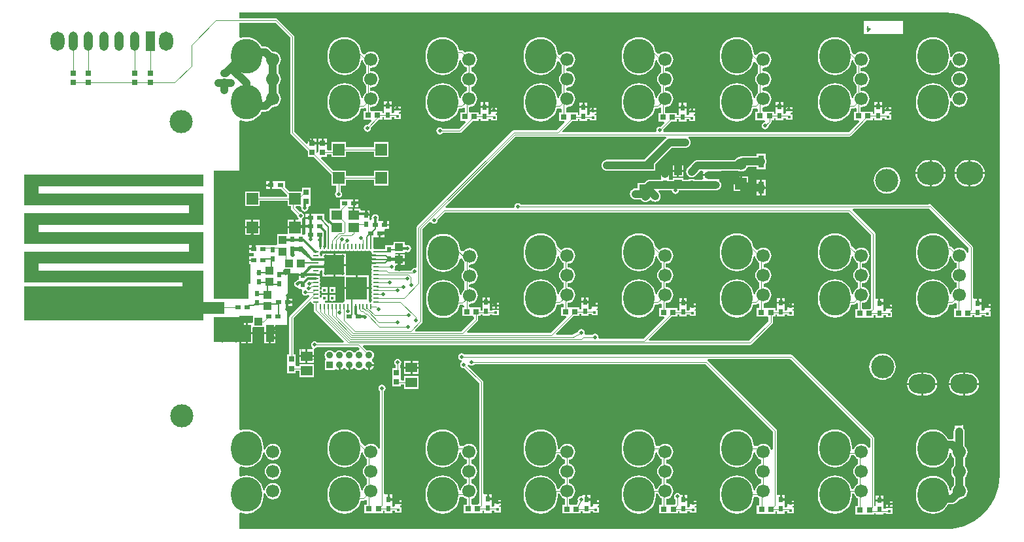
<source format=gbl>
G04 Layer_Physical_Order=4*
G04 Layer_Color=16711680*
%FSLAX25Y25*%
%MOIN*%
G70*
G01*
G75*
%ADD12C,0.00492*%
%ADD13C,0.01181*%
%ADD14C,0.00591*%
%ADD16O,0.15748X0.17716*%
%ADD17C,0.06693*%
%ADD18C,0.03543*%
%ADD19R,0.03543X0.03543*%
%ADD20C,0.05906*%
%ADD21R,0.05906X0.05906*%
%ADD22O,0.07874X0.03937*%
%ADD23O,0.07874X0.03937*%
%ADD24O,0.04724X0.09843*%
%ADD25R,0.04724X0.09843*%
%ADD26O,0.07087X0.09843*%
%ADD27O,0.13780X0.11811*%
%ADD28O,0.13780X0.09843*%
%ADD29C,0.03150*%
%ADD30C,0.01969*%
%ADD31C,0.11811*%
%ADD62R,0.03937X0.03937*%
%ADD63R,0.02756X0.03150*%
%ADD64R,0.01575X0.01181*%
%ADD65R,0.03150X0.02756*%
%ADD66R,0.02362X0.03150*%
%ADD67R,0.05906X0.05118*%
%ADD68R,0.03150X0.02362*%
%ADD69R,0.04331X0.03937*%
%ADD70R,0.03937X0.04331*%
%ADD71R,0.05906X0.05906*%
%ADD72R,0.01378X0.01378*%
%ADD73R,0.10315X0.10315*%
%ADD74O,0.00984X0.02835*%
%ADD75O,0.02835X0.00984*%
%ADD76R,0.10906X0.11417*%
%ADD77R,0.05512X0.04724*%
%ADD78R,0.03150X0.06299*%
%ADD79R,0.01575X0.02559*%
%ADD80R,0.07480X0.03937*%
%ADD81R,0.04134X0.08661*%
%ADD82R,0.03937X0.04134*%
%ADD83C,0.01969*%
%ADD84C,0.00571*%
%ADD85C,0.00787*%
%ADD86C,0.01575*%
%ADD87C,0.03937*%
%ADD88R,0.15605X0.12586*%
%ADD89R,0.15605X0.65818*%
%ADD90R,0.07441X0.06500*%
%ADD91R,0.07441X0.07000*%
%ADD92R,0.07441X0.05500*%
%ADD93R,0.10630X0.05000*%
%ADD94R,0.07441X0.06000*%
%ADD95R,0.14055X0.06299*%
%ADD96R,0.91339X0.05906*%
%ADD97R,0.91339X0.17323*%
G36*
X-77041Y32451D02*
X-76542Y32352D01*
X-76291Y32101D01*
X-76192Y31602D01*
X-75941Y31117D01*
X-76192Y30632D01*
X-76193Y30625D01*
X-74061D01*
Y29640D01*
X-76193D01*
X-76192Y29633D01*
X-75941Y29148D01*
X-76192Y28663D01*
X-76193Y28656D01*
X-74061D01*
Y27672D01*
X-76193D01*
X-76192Y27665D01*
X-75909Y27242D01*
Y27118D01*
X-76192Y26695D01*
X-76193Y26688D01*
X-74061D01*
Y25703D01*
X-76193D01*
X-76192Y25696D01*
X-75941Y25211D01*
X-76192Y24726D01*
X-76291Y24227D01*
X-76192Y23728D01*
X-75909Y23305D01*
Y23181D01*
X-76192Y22758D01*
X-76291Y22259D01*
X-76192Y21759D01*
X-75909Y21336D01*
Y21213D01*
X-76192Y20789D01*
X-76291Y20290D01*
X-76192Y19791D01*
X-75941Y19306D01*
X-76192Y18821D01*
X-76291Y18322D01*
X-76192Y17822D01*
X-75909Y17399D01*
Y17276D01*
X-76192Y16852D01*
X-76291Y16353D01*
X-76192Y15854D01*
X-75941Y15369D01*
X-76192Y14884D01*
X-76291Y14385D01*
X-76192Y13885D01*
X-75909Y13462D01*
Y13339D01*
X-76192Y12915D01*
X-76291Y12416D01*
X-76192Y11917D01*
X-75941Y11432D01*
X-76192Y10947D01*
X-76291Y10448D01*
X-76192Y9948D01*
X-75941Y9463D01*
X-76192Y8978D01*
X-76291Y8479D01*
X-76192Y7980D01*
X-75909Y7557D01*
Y7433D01*
X-76192Y7010D01*
X-76291Y6511D01*
X-76542Y6260D01*
X-77041Y6161D01*
X-77094Y6125D01*
X-77274Y6208D01*
X-77585Y6904D01*
X-77585Y6904D01*
Y12908D01*
X-90065D01*
Y7012D01*
X-90190Y6646D01*
X-90382Y6248D01*
X-90820Y6161D01*
X-91244Y5878D01*
X-91367D01*
X-91790Y6161D01*
X-92290Y6260D01*
X-92789Y6161D01*
X-93212Y5878D01*
X-93336D01*
X-93759Y6161D01*
X-94258Y6260D01*
X-94757Y6161D01*
X-95181Y5878D01*
X-95304D01*
X-95711Y6150D01*
X-95727Y6161D01*
X-95727Y6161D01*
X-96001Y6224D01*
X-95924Y7003D01*
X-94750D01*
Y9955D01*
X-97703D01*
Y7003D01*
X-96529D01*
X-96452Y6224D01*
X-96726Y6161D01*
X-96726Y6161D01*
X-96742Y6150D01*
X-97149Y5878D01*
X-97273D01*
X-97696Y6161D01*
X-98195Y6260D01*
X-98694Y6161D01*
X-99118Y5878D01*
X-99241D01*
X-99664Y6161D01*
X-99939Y6215D01*
X-99861Y7003D01*
X-98687D01*
Y9955D01*
X-101640D01*
Y8782D01*
X-102427Y8704D01*
X-102482Y8978D01*
X-102733Y9463D01*
X-102482Y9948D01*
X-102383Y10448D01*
X-102482Y10947D01*
X-102765Y11370D01*
Y11494D01*
X-102493Y11901D01*
X-102482Y11917D01*
X-102482Y11917D01*
X-102419Y12190D01*
X-101640Y12114D01*
Y10940D01*
X-98687D01*
Y13892D01*
X-101640D01*
Y12719D01*
X-102419Y12642D01*
X-102482Y12915D01*
X-102482Y12915D01*
X-102493Y12932D01*
X-102765Y13339D01*
Y13462D01*
X-102482Y13885D01*
X-102383Y14385D01*
X-102482Y14884D01*
X-102765Y15307D01*
Y15431D01*
X-102482Y15854D01*
X-102383Y16353D01*
X-102482Y16852D01*
X-102765Y17276D01*
Y17399D01*
X-102482Y17822D01*
X-102383Y18322D01*
X-102482Y18821D01*
X-102733Y19306D01*
X-102482Y19791D01*
X-102481Y19798D01*
X-104613D01*
Y20782D01*
X-102481D01*
X-102482Y20789D01*
X-102733Y21274D01*
X-102482Y21759D01*
X-102383Y22259D01*
X-102404Y22366D01*
X-101967Y22667D01*
X-101187Y22303D01*
Y19266D01*
X-95735D01*
Y25211D01*
Y31156D01*
X-101187D01*
Y30088D01*
X-101967Y29724D01*
X-102404Y30025D01*
X-102383Y30133D01*
X-102482Y30632D01*
X-102733Y31117D01*
X-102482Y31602D01*
X-102383Y32101D01*
X-102132Y32352D01*
X-101633Y32451D01*
X-101210Y32734D01*
X-101086D01*
X-100663Y32451D01*
X-100164Y32352D01*
X-99664Y32451D01*
X-99241Y32734D01*
X-99118D01*
X-98694Y32451D01*
X-98195Y32352D01*
X-97696Y32451D01*
X-97273Y32734D01*
X-97149D01*
X-96726Y32451D01*
X-96227Y32352D01*
X-95727Y32451D01*
X-95304Y32734D01*
X-95181D01*
X-94757Y32451D01*
X-94258Y32352D01*
X-93759Y32451D01*
X-93336Y32734D01*
X-93212D01*
X-92789Y32451D01*
X-92290Y32352D01*
X-91790Y32451D01*
X-91367Y32734D01*
X-91244D01*
X-90820Y32451D01*
X-90321Y32352D01*
X-89822Y32451D01*
X-89399Y32734D01*
X-89275D01*
X-88852Y32451D01*
X-88353Y32352D01*
X-87853Y32451D01*
X-87430Y32734D01*
X-87307D01*
X-86883Y32451D01*
X-86384Y32352D01*
X-85885Y32451D01*
X-85462Y32734D01*
X-85338D01*
X-84915Y32451D01*
X-84416Y32352D01*
X-83916Y32451D01*
X-83493Y32734D01*
X-83370D01*
X-82946Y32451D01*
X-82447Y32352D01*
X-81948Y32451D01*
X-81525Y32734D01*
X-81401D01*
X-80978Y32451D01*
X-80479Y32352D01*
X-79979Y32451D01*
X-79556Y32734D01*
X-79433D01*
X-79009Y32451D01*
X-78510Y32352D01*
X-78011Y32451D01*
X-77588Y32734D01*
X-77464D01*
X-77041Y32451D01*
D02*
G37*
G36*
X219555Y153806D02*
X222603Y153288D01*
X225575Y152432D01*
X228432Y151249D01*
X231138Y149753D01*
X233660Y147964D01*
X235966Y145903D01*
X238026Y143598D01*
X239816Y141076D01*
X241311Y138369D01*
X242495Y135512D01*
X243351Y132541D01*
X243869Y129492D01*
X244038Y126478D01*
X244023Y126405D01*
Y-81832D01*
X244038Y-81905D01*
X243869Y-84920D01*
X243351Y-87968D01*
X242495Y-90940D01*
X241311Y-93797D01*
X239816Y-96503D01*
X238026Y-99025D01*
X235966Y-101331D01*
X233660Y-103391D01*
X231138Y-105181D01*
X228432Y-106676D01*
X225575Y-107860D01*
X222603Y-108716D01*
X219555Y-109234D01*
X216682Y-109395D01*
X216497Y-109359D01*
X-143144Y-109374D01*
X-143701Y-108817D01*
Y-101473D01*
X-142913Y-100963D01*
X-141698Y-101331D01*
X-140000Y-101499D01*
X-138302Y-101331D01*
X-136669Y-100836D01*
X-135165Y-100032D01*
X-133846Y-98949D01*
X-132763Y-97631D01*
X-131959Y-96126D01*
X-131464Y-94493D01*
X-131297Y-92795D01*
Y-91202D01*
X-130527Y-91079D01*
X-130111Y-92085D01*
X-129448Y-92948D01*
X-128585Y-93611D01*
X-127579Y-94027D01*
X-126500Y-94169D01*
X-125421Y-94027D01*
X-124415Y-93611D01*
X-123552Y-92948D01*
X-122889Y-92085D01*
X-122473Y-91079D01*
X-122330Y-90000D01*
X-122473Y-88921D01*
X-122889Y-87915D01*
X-123552Y-87052D01*
X-124415Y-86389D01*
X-125421Y-85973D01*
X-126500Y-85830D01*
X-127579Y-85973D01*
X-128585Y-86389D01*
X-129448Y-87052D01*
X-130111Y-87915D01*
X-130527Y-88921D01*
X-130622Y-89641D01*
X-131415Y-89628D01*
X-131464Y-89129D01*
X-131959Y-87496D01*
X-132763Y-85991D01*
X-133846Y-84673D01*
X-135165Y-83590D01*
X-136669Y-82786D01*
X-138302Y-82291D01*
X-140000Y-82123D01*
X-141698Y-82291D01*
X-142913Y-82659D01*
X-143701Y-82149D01*
Y-77851D01*
X-142913Y-77341D01*
X-141698Y-77709D01*
X-140000Y-77877D01*
X-138302Y-77709D01*
X-136669Y-77214D01*
X-135165Y-76410D01*
X-133846Y-75327D01*
X-132763Y-74009D01*
X-131959Y-72504D01*
X-131464Y-70871D01*
X-131415Y-70372D01*
X-130622Y-70359D01*
X-130527Y-71079D01*
X-130111Y-72085D01*
X-129448Y-72948D01*
X-128585Y-73611D01*
X-127579Y-74027D01*
X-126500Y-74169D01*
X-125421Y-74027D01*
X-124415Y-73611D01*
X-123552Y-72948D01*
X-122889Y-72085D01*
X-122473Y-71079D01*
X-122330Y-70000D01*
X-122473Y-68921D01*
X-122889Y-67915D01*
X-123552Y-67052D01*
X-124415Y-66389D01*
X-125421Y-65973D01*
X-126500Y-65830D01*
X-127579Y-65973D01*
X-128585Y-66389D01*
X-129448Y-67052D01*
X-130111Y-67915D01*
X-130527Y-68921D01*
X-131297Y-68798D01*
Y-67205D01*
X-131464Y-65507D01*
X-131959Y-63874D01*
X-132763Y-62369D01*
X-133846Y-61050D01*
X-135165Y-59968D01*
X-136669Y-59164D01*
X-138302Y-58669D01*
X-140000Y-58501D01*
X-141698Y-58669D01*
X-142913Y-59037D01*
X-143701Y-58527D01*
Y-593D01*
X-137382D01*
X-136634Y-688D01*
Y-3722D01*
X-136831Y-4428D01*
X-137421Y-4428D01*
X-139193D01*
Y-9054D01*
X-136831D01*
Y-7102D01*
X-136634Y-6397D01*
X-136043Y-6397D01*
X-131122D01*
X-130925Y-7102D01*
Y-9054D01*
X-125216D01*
Y-5414D01*
X-119313D01*
Y1870D01*
X-118996D01*
Y4232D01*
X-116634D01*
Y8169D01*
X-118996D01*
Y10531D01*
X-118996Y10531D01*
X-118898Y11024D01*
X-118898Y11024D01*
X-118898Y11278D01*
Y20472D01*
X-121260D01*
Y22469D01*
X-121244Y22845D01*
X-120642Y23243D01*
X-117683D01*
Y20881D01*
X-113353D01*
Y20585D01*
X-111384D01*
Y19601D01*
X-113353D01*
Y17738D01*
X-113411D01*
X-113948Y17631D01*
X-114404Y17326D01*
X-114557Y17174D01*
X-115082Y16823D01*
X-115473Y16237D01*
X-115611Y15546D01*
X-115473Y14855D01*
X-115082Y14269D01*
X-114496Y13877D01*
X-113804Y13739D01*
X-113353Y13369D01*
Y13007D01*
X-111962D01*
X-111542Y12219D01*
X-111615Y12109D01*
X-111753Y11418D01*
X-111615Y10727D01*
X-111224Y10141D01*
X-110638Y9749D01*
X-109946Y9612D01*
X-109255Y9749D01*
X-108669Y10141D01*
X-108639Y10186D01*
X-108196Y10164D01*
X-107886Y9361D01*
X-117860Y-613D01*
X-118088Y-955D01*
X-118169Y-1358D01*
X-118169Y-1358D01*
Y-20433D01*
X-119280D01*
Y-24370D01*
X-119280Y-25157D01*
X-119280Y-25945D01*
Y-29882D01*
X-114950D01*
Y-28573D01*
X-113091D01*
Y-31988D01*
X-105610D01*
Y-25295D01*
X-113091D01*
Y-26466D01*
X-114393D01*
X-114950Y-25909D01*
X-114950Y-25157D01*
X-114950Y-24370D01*
Y-20433D01*
X-116061D01*
Y-1795D01*
X-107613Y6654D01*
X-107289Y6594D01*
X-106809Y6344D01*
X-106743Y6011D01*
X-106460Y5588D01*
X-106037Y5305D01*
X-105666Y5232D01*
Y2250D01*
X-105666Y2250D01*
X-105586Y1847D01*
X-105358Y1505D01*
X-90181Y-13672D01*
X-90482Y-14399D01*
X-103888D01*
X-104038Y-14175D01*
X-104624Y-13784D01*
X-105315Y-13646D01*
X-106006Y-13784D01*
X-106592Y-14175D01*
X-106984Y-14762D01*
X-107121Y-15453D01*
X-106984Y-16144D01*
X-106601Y-16717D01*
X-106592Y-16730D01*
X-106187Y-17332D01*
X-106278Y-17815D01*
X-106341Y-17815D01*
X-108858D01*
Y-20669D01*
X-105610D01*
Y-18170D01*
X-105610Y-18170D01*
X-105610D01*
X-105462Y-17630D01*
X-105462Y-17630D01*
X-105137Y-17224D01*
X-104624Y-17122D01*
X-104038Y-16730D01*
X-103888Y-16507D01*
X-83311D01*
X-82404Y-17413D01*
X-82477Y-17775D01*
X-82722Y-18208D01*
X-83227Y-18274D01*
X-83850Y-18532D01*
X-84384Y-18943D01*
X-84585Y-19204D01*
X-84739Y-19261D01*
X-85379D01*
X-85533Y-19204D01*
X-85734Y-18943D01*
X-86269Y-18532D01*
X-86891Y-18274D01*
X-87559Y-18187D01*
X-88227Y-18274D01*
X-88850Y-18532D01*
X-89384Y-18943D01*
X-89585Y-19204D01*
X-89739Y-19261D01*
X-90379D01*
X-90534Y-19204D01*
X-90734Y-18943D01*
X-91268Y-18532D01*
X-91891Y-18274D01*
X-92559Y-18187D01*
X-93227Y-18274D01*
X-93850Y-18532D01*
X-94384Y-18943D01*
X-94585Y-19204D01*
X-94739Y-19261D01*
X-95379D01*
X-95534Y-19204D01*
X-95734Y-18943D01*
X-96268Y-18532D01*
X-96891Y-18274D01*
X-97559Y-18187D01*
X-98227Y-18274D01*
X-98850Y-18532D01*
X-99384Y-18943D01*
X-99794Y-19477D01*
X-100052Y-20100D01*
X-100140Y-20768D01*
X-100052Y-21436D01*
X-99794Y-22058D01*
X-99516Y-22421D01*
X-99704Y-23000D01*
X-99869Y-23209D01*
X-100118D01*
Y-28327D01*
X-95000D01*
Y-28077D01*
X-94791Y-27913D01*
X-94213Y-27724D01*
X-93850Y-28003D01*
X-93227Y-28261D01*
X-93051Y-28284D01*
Y-25768D01*
X-92067D01*
Y-28284D01*
X-91891Y-28261D01*
X-91268Y-28003D01*
X-90734Y-27593D01*
X-90534Y-27332D01*
X-90379Y-27274D01*
X-89739D01*
X-89585Y-27332D01*
X-89384Y-27593D01*
X-88850Y-28003D01*
X-88227Y-28261D01*
X-88051Y-28284D01*
Y-25768D01*
X-87067D01*
Y-28284D01*
X-86891Y-28261D01*
X-86269Y-28003D01*
X-85734Y-27593D01*
X-85533Y-27332D01*
X-85379Y-27274D01*
X-84739D01*
X-84585Y-27332D01*
X-84384Y-27593D01*
X-83850Y-28003D01*
X-83227Y-28261D01*
X-82559Y-28349D01*
X-81891Y-28261D01*
X-81269Y-28003D01*
X-80734Y-27593D01*
X-80533Y-27332D01*
X-80379Y-27274D01*
X-79739D01*
X-79585Y-27332D01*
X-79384Y-27593D01*
X-78850Y-28003D01*
X-78227Y-28261D01*
X-78051Y-28284D01*
Y-25768D01*
X-77559D01*
Y-25276D01*
X-75043D01*
X-75066Y-25100D01*
X-75324Y-24477D01*
X-75734Y-23943D01*
X-75995Y-23742D01*
X-76052Y-23587D01*
Y-22948D01*
X-75995Y-22793D01*
X-75734Y-22593D01*
X-75324Y-22058D01*
X-75066Y-21436D01*
X-74978Y-20768D01*
X-75066Y-20100D01*
X-75324Y-19477D01*
X-75734Y-18943D01*
X-76269Y-18532D01*
X-76891Y-18274D01*
X-77559Y-18187D01*
X-78227Y-18274D01*
X-78464Y-18373D01*
X-80587Y-16250D01*
X-80286Y-15522D01*
X116634D01*
X116634Y-15522D01*
X117037Y-15442D01*
X117379Y-15214D01*
X127993Y-4599D01*
X127993Y-4599D01*
X128221Y-4258D01*
X128302Y-3854D01*
Y-1067D01*
X129610D01*
Y45D01*
X130496D01*
Y-1067D01*
X134433D01*
Y45D01*
X135811D01*
Y-772D01*
X138961D01*
Y1984D01*
X138220D01*
X138220Y1984D01*
X138502Y2772D01*
X138961D01*
Y3658D01*
X135811D01*
Y2940D01*
X135811Y2772D01*
X135406Y2152D01*
X134433D01*
Y3658D01*
Y5528D01*
X130496D01*
Y3658D01*
Y2152D01*
X129610D01*
Y3264D01*
X125673D01*
X124886Y3264D01*
X124134Y3264D01*
X123577Y3821D01*
Y5841D01*
X124579Y5973D01*
X125585Y6389D01*
X126448Y7052D01*
X127111Y7915D01*
X127527Y8921D01*
X127670Y10000D01*
X127527Y11079D01*
X127111Y12085D01*
X126448Y12948D01*
X125585Y13611D01*
X124579Y14027D01*
X123577Y14159D01*
Y15841D01*
X124579Y15973D01*
X125585Y16389D01*
X126448Y17052D01*
X127111Y17915D01*
X127527Y18921D01*
X127670Y20000D01*
X127527Y21079D01*
X127111Y22085D01*
X126448Y22948D01*
X125585Y23611D01*
X124579Y24027D01*
X123577Y24159D01*
Y25841D01*
X124579Y25973D01*
X125585Y26389D01*
X126448Y27052D01*
X127111Y27915D01*
X127527Y28921D01*
X127670Y30000D01*
X127527Y31079D01*
X127111Y32085D01*
X126448Y32948D01*
X125585Y33611D01*
X124579Y34027D01*
X123500Y34170D01*
X122421Y34027D01*
X121415Y33611D01*
X120552Y32948D01*
X120118Y32920D01*
X118533Y34505D01*
X118041Y36126D01*
X117237Y37631D01*
X116154Y38949D01*
X114835Y40032D01*
X113331Y40836D01*
X111698Y41331D01*
X110000Y41499D01*
X108302Y41331D01*
X106669Y40836D01*
X105165Y40032D01*
X103846Y38949D01*
X102763Y37631D01*
X101959Y36126D01*
X101464Y34493D01*
X101297Y32795D01*
Y30827D01*
X101464Y29129D01*
X101959Y27496D01*
X102763Y25991D01*
X103846Y24673D01*
X105165Y23590D01*
X106669Y22786D01*
X108302Y22291D01*
X110000Y22123D01*
X111698Y22291D01*
X113331Y22786D01*
X114835Y23590D01*
X116154Y24673D01*
X117237Y25991D01*
X118041Y27496D01*
X118536Y29129D01*
X118585Y29628D01*
X119378Y29641D01*
X119473Y28921D01*
X119889Y27915D01*
X120552Y27052D01*
X121415Y26389D01*
X121470Y26366D01*
Y23634D01*
X121415Y23611D01*
X120552Y22948D01*
X119889Y22085D01*
X119473Y21079D01*
X119331Y20000D01*
X119473Y18921D01*
X119889Y17915D01*
X120552Y17052D01*
X121415Y16389D01*
X121470Y16366D01*
Y13634D01*
X121415Y13611D01*
X120552Y12948D01*
X119889Y12085D01*
X119473Y11079D01*
X119378Y10359D01*
X118585Y10372D01*
X118536Y10871D01*
X118041Y12504D01*
X117237Y14008D01*
X116154Y15327D01*
X114835Y16410D01*
X113331Y17214D01*
X111698Y17709D01*
X110000Y17877D01*
X108302Y17709D01*
X106669Y17214D01*
X105165Y16410D01*
X103846Y15327D01*
X102763Y14008D01*
X101959Y12504D01*
X101464Y10871D01*
X101297Y9173D01*
Y7205D01*
X101464Y5507D01*
X101959Y3874D01*
X102763Y2369D01*
X103846Y1051D01*
X105165Y-32D01*
X106669Y-836D01*
X108302Y-1331D01*
X110000Y-1499D01*
X111698Y-1331D01*
X113331Y-836D01*
X114835Y-32D01*
X116154Y1051D01*
X117237Y2369D01*
X118041Y3874D01*
X118433Y5167D01*
X119720D01*
X119720Y5167D01*
X120124Y5247D01*
X120466Y5475D01*
X120683Y5692D01*
X121470Y5366D01*
Y3264D01*
X120161D01*
Y-1067D01*
X124098D01*
X124886Y-1067D01*
X125637Y-1067D01*
X126194Y-1624D01*
Y-3418D01*
X116197Y-13415D01*
X65352D01*
X65051Y-12687D01*
X76671Y-1067D01*
X79709D01*
Y45D01*
X80594D01*
Y-1067D01*
X84531D01*
Y45D01*
X85909D01*
Y-772D01*
X89059D01*
Y1984D01*
X88318D01*
X88318Y1984D01*
X88600Y2772D01*
X89059D01*
Y3658D01*
X85909D01*
Y2940D01*
X85909Y2772D01*
X85504Y2152D01*
X84531D01*
Y3658D01*
Y5528D01*
X80594D01*
Y3658D01*
Y2152D01*
X79709D01*
Y3264D01*
X74984D01*
Y3264D01*
X74984D01*
X74984Y3264D01*
X73676D01*
Y5854D01*
X74579Y5973D01*
X75585Y6389D01*
X76448Y7052D01*
X77111Y7915D01*
X77527Y8921D01*
X77670Y10000D01*
X77527Y11079D01*
X77111Y12085D01*
X76448Y12948D01*
X75585Y13611D01*
X74579Y14027D01*
X73676Y14146D01*
Y15854D01*
X74579Y15973D01*
X75585Y16389D01*
X76448Y17052D01*
X77111Y17915D01*
X77527Y18921D01*
X77670Y20000D01*
X77527Y21079D01*
X77111Y22085D01*
X76448Y22948D01*
X75585Y23611D01*
X74579Y24027D01*
X73676Y24146D01*
Y25854D01*
X74579Y25973D01*
X75585Y26389D01*
X76448Y27052D01*
X77111Y27915D01*
X77527Y28921D01*
X77670Y30000D01*
X77527Y31079D01*
X77111Y32085D01*
X76448Y32948D01*
X75585Y33611D01*
X74579Y34027D01*
X73500Y34170D01*
X72421Y34027D01*
X71415Y33611D01*
X70552Y32948D01*
X70302Y32932D01*
X68710Y34525D01*
X68480Y34678D01*
X68041Y36126D01*
X67237Y37631D01*
X66154Y38949D01*
X64835Y40032D01*
X63331Y40836D01*
X61698Y41331D01*
X60000Y41499D01*
X58302Y41331D01*
X56669Y40836D01*
X55165Y40032D01*
X53846Y38949D01*
X52763Y37631D01*
X51959Y36126D01*
X51464Y34493D01*
X51297Y32795D01*
Y30827D01*
X51464Y29129D01*
X51959Y27496D01*
X52763Y25991D01*
X53846Y24673D01*
X55165Y23590D01*
X56669Y22786D01*
X58302Y22291D01*
X60000Y22123D01*
X61698Y22291D01*
X63331Y22786D01*
X64835Y23590D01*
X66154Y24673D01*
X67237Y25991D01*
X68041Y27496D01*
X68536Y29129D01*
X68585Y29628D01*
X69378Y29641D01*
X69473Y28921D01*
X69889Y27915D01*
X70552Y27052D01*
X71415Y26389D01*
X71568Y26326D01*
Y23674D01*
X71415Y23611D01*
X70552Y22948D01*
X69889Y22085D01*
X69473Y21079D01*
X69331Y20000D01*
X69473Y18921D01*
X69889Y17915D01*
X70552Y17052D01*
X71415Y16389D01*
X71568Y16326D01*
Y13674D01*
X71415Y13611D01*
X70552Y12948D01*
X69889Y12085D01*
X69473Y11079D01*
X69378Y10359D01*
X68585Y10372D01*
X68536Y10871D01*
X68041Y12504D01*
X67237Y14008D01*
X66154Y15327D01*
X64835Y16410D01*
X63331Y17214D01*
X61698Y17709D01*
X60000Y17877D01*
X58302Y17709D01*
X56669Y17214D01*
X55165Y16410D01*
X53846Y15327D01*
X52763Y14008D01*
X51959Y12504D01*
X51464Y10871D01*
X51297Y9173D01*
Y7205D01*
X51464Y5507D01*
X51959Y3874D01*
X52763Y2369D01*
X53846Y1051D01*
X55165Y-32D01*
X56669Y-836D01*
X58302Y-1331D01*
X60000Y-1499D01*
X61698Y-1331D01*
X63331Y-836D01*
X64835Y-32D01*
X66154Y1051D01*
X67237Y2369D01*
X68041Y3874D01*
X68433Y5167D01*
X69720D01*
X69721Y5167D01*
X70124Y5247D01*
X70466Y5475D01*
X70781Y5791D01*
X71568Y5465D01*
Y3264D01*
X70260D01*
Y-1067D01*
X72662D01*
X72964Y-1794D01*
X62327Y-12431D01*
X40091D01*
X39478Y-11643D01*
X39503Y-11516D01*
X39366Y-10825D01*
X38974Y-10238D01*
X38388Y-9847D01*
X37697Y-9709D01*
X37006Y-9847D01*
X36420Y-10238D01*
X36270Y-10462D01*
X32807D01*
X32333Y-9675D01*
X32417Y-9252D01*
X32279Y-8561D01*
X31888Y-7975D01*
X31302Y-7583D01*
X30610Y-7446D01*
X29919Y-7583D01*
X29333Y-7975D01*
X28941Y-8561D01*
X28851Y-9014D01*
X26207Y-10462D01*
X17927D01*
X17626Y-9735D01*
X26671Y-689D01*
X29709D01*
Y423D01*
X30595D01*
Y-689D01*
X34532D01*
Y423D01*
X35909D01*
Y-394D01*
X39059D01*
Y2362D01*
X38318D01*
X38318Y2362D01*
X38600Y3150D01*
X39059D01*
Y4036D01*
X35909D01*
Y3317D01*
X35909Y3150D01*
X35504Y2530D01*
X34532D01*
Y4035D01*
Y5906D01*
X30595D01*
Y4035D01*
Y2530D01*
X29709D01*
Y3642D01*
X25772D01*
X24984Y3642D01*
Y3642D01*
X24984D01*
X24984Y3642D01*
X23676D01*
Y5854D01*
X24579Y5973D01*
X25585Y6389D01*
X26448Y7052D01*
X27111Y7915D01*
X27527Y8921D01*
X27670Y10000D01*
X27527Y11079D01*
X27111Y12085D01*
X26448Y12948D01*
X25585Y13611D01*
X24579Y14027D01*
X23676Y14146D01*
Y15854D01*
X24579Y15973D01*
X25585Y16389D01*
X26448Y17052D01*
X27111Y17915D01*
X27527Y18921D01*
X27670Y20000D01*
X27527Y21079D01*
X27111Y22085D01*
X26448Y22948D01*
X25585Y23611D01*
X24579Y24027D01*
X23676Y24146D01*
Y25854D01*
X24579Y25973D01*
X25585Y26389D01*
X26448Y27052D01*
X27111Y27915D01*
X27527Y28921D01*
X27670Y30000D01*
X27527Y31079D01*
X27111Y32085D01*
X26448Y32948D01*
X25585Y33611D01*
X24579Y34027D01*
X23500Y34170D01*
X22421Y34027D01*
X21415Y33611D01*
X20552Y32948D01*
X20302Y32932D01*
X18710Y34525D01*
X18480Y34678D01*
X18041Y36126D01*
X17236Y37631D01*
X16154Y38949D01*
X14835Y40032D01*
X13331Y40836D01*
X11698Y41331D01*
X10000Y41499D01*
X8302Y41331D01*
X6669Y40836D01*
X5165Y40032D01*
X3846Y38949D01*
X2763Y37631D01*
X1959Y36126D01*
X1464Y34493D01*
X1297Y32795D01*
Y30827D01*
X1464Y29129D01*
X1959Y27496D01*
X2763Y25991D01*
X3846Y24673D01*
X5165Y23590D01*
X6669Y22786D01*
X8302Y22291D01*
X10000Y22123D01*
X11698Y22291D01*
X13331Y22786D01*
X14835Y23590D01*
X16154Y24673D01*
X17236Y25991D01*
X18041Y27496D01*
X18536Y29129D01*
X18585Y29628D01*
X19378Y29641D01*
X19473Y28921D01*
X19889Y27915D01*
X20552Y27052D01*
X21415Y26389D01*
X21568Y26326D01*
Y23674D01*
X21415Y23611D01*
X20552Y22948D01*
X19889Y22085D01*
X19473Y21079D01*
X19331Y20000D01*
X19473Y18921D01*
X19889Y17915D01*
X20552Y17052D01*
X21415Y16389D01*
X21568Y16326D01*
Y13674D01*
X21415Y13611D01*
X20552Y12948D01*
X19889Y12085D01*
X19473Y11079D01*
X19378Y10359D01*
X18585Y10372D01*
X18536Y10871D01*
X18041Y12504D01*
X17236Y14008D01*
X16154Y15327D01*
X14835Y16410D01*
X13331Y17214D01*
X11698Y17709D01*
X10000Y17877D01*
X8302Y17709D01*
X6669Y17214D01*
X5165Y16410D01*
X3846Y15327D01*
X2763Y14008D01*
X1959Y12504D01*
X1464Y10871D01*
X1297Y9173D01*
Y7205D01*
X1464Y5507D01*
X1959Y3874D01*
X2763Y2369D01*
X3846Y1051D01*
X5165Y-32D01*
X6669Y-836D01*
X8302Y-1331D01*
X10000Y-1499D01*
X11698Y-1331D01*
X13331Y-836D01*
X14835Y-32D01*
X16154Y1051D01*
X17236Y2369D01*
X18041Y3874D01*
X18433Y5167D01*
X19720D01*
X19721Y5167D01*
X20124Y5247D01*
X20466Y5475D01*
X20781Y5791D01*
X21568Y5465D01*
Y3642D01*
X20260D01*
Y-689D01*
X22662D01*
X22964Y-1416D01*
X14902Y-9478D01*
X-27431D01*
X-27733Y-8750D01*
X-22286Y-3304D01*
X-22286Y-3304D01*
X-22058Y-2962D01*
X-21978Y-2559D01*
Y-673D01*
X-20669D01*
Y-54D01*
X-19783D01*
Y-673D01*
X-15846D01*
Y-54D01*
X-14469D01*
Y-378D01*
X-11319D01*
Y2378D01*
X-14469D01*
Y2054D01*
X-15846D01*
Y4051D01*
Y5921D01*
X-19783D01*
Y4051D01*
Y2054D01*
X-20669D01*
Y3658D01*
X-24606D01*
X-25394Y3658D01*
X-26145Y3658D01*
X-26702Y4214D01*
Y5045D01*
X-26165Y5516D01*
X-25086Y5658D01*
X-24081Y6074D01*
X-23217Y6737D01*
X-22554Y7600D01*
X-22138Y8606D01*
X-21996Y9685D01*
X-22138Y10764D01*
X-22554Y11770D01*
X-23217Y12633D01*
X-24081Y13296D01*
X-25086Y13713D01*
X-26165Y13855D01*
X-26662Y14290D01*
Y15080D01*
X-26165Y15516D01*
X-25086Y15658D01*
X-24081Y16074D01*
X-23217Y16737D01*
X-22554Y17600D01*
X-22138Y18606D01*
X-21996Y19685D01*
X-22138Y20764D01*
X-22554Y21770D01*
X-23217Y22633D01*
X-24081Y23296D01*
X-25086Y23712D01*
X-26165Y23855D01*
X-26662Y24290D01*
Y25080D01*
X-26165Y25515D01*
X-25086Y25658D01*
X-24081Y26074D01*
X-23217Y26737D01*
X-22554Y27600D01*
X-22138Y28606D01*
X-21996Y29685D01*
X-22138Y30764D01*
X-22554Y31770D01*
X-23217Y32633D01*
X-24081Y33296D01*
X-25086Y33713D01*
X-26165Y33855D01*
X-27244Y33713D01*
X-28250Y33296D01*
X-29114Y32633D01*
X-29364Y32307D01*
X-30405Y32234D01*
X-30996Y32825D01*
X-31129Y34178D01*
X-31624Y35811D01*
X-32429Y37316D01*
X-33511Y38634D01*
X-34830Y39717D01*
X-36335Y40521D01*
X-37967Y41016D01*
X-39665Y41184D01*
X-41363Y41016D01*
X-42996Y40521D01*
X-44501Y39717D01*
X-45820Y38634D01*
X-46902Y37316D01*
X-47706Y35811D01*
X-48201Y34178D01*
X-48369Y32480D01*
Y30512D01*
X-48201Y28814D01*
X-47706Y27181D01*
X-46902Y25677D01*
X-45820Y24358D01*
X-44501Y23275D01*
X-42996Y22471D01*
X-41363Y21976D01*
X-39665Y21809D01*
X-37967Y21976D01*
X-36335Y22471D01*
X-34830Y23275D01*
X-33511Y24358D01*
X-32429Y25677D01*
X-31624Y27181D01*
X-31303Y28241D01*
X-30392Y28690D01*
X-30372Y28686D01*
X-30193Y28606D01*
X-29776Y27600D01*
X-29114Y26737D01*
X-28810Y26503D01*
Y22867D01*
X-29114Y22633D01*
X-29776Y21770D01*
X-30193Y20764D01*
X-30335Y19685D01*
X-30193Y18606D01*
X-29776Y17600D01*
X-29114Y16737D01*
X-28810Y16503D01*
Y12867D01*
X-29114Y12633D01*
X-29776Y11770D01*
X-30193Y10764D01*
X-30288Y10044D01*
X-31080Y10057D01*
X-31129Y10556D01*
X-31624Y12189D01*
X-32429Y13694D01*
X-33511Y15012D01*
X-34830Y16095D01*
X-36335Y16899D01*
X-37967Y17394D01*
X-39665Y17562D01*
X-41363Y17394D01*
X-42996Y16899D01*
X-44501Y16095D01*
X-45820Y15012D01*
X-46902Y13694D01*
X-47706Y12189D01*
X-48201Y10556D01*
X-48369Y8858D01*
Y6890D01*
X-48201Y5192D01*
X-47706Y3559D01*
X-46902Y2054D01*
X-45820Y736D01*
X-44501Y-347D01*
X-42996Y-1151D01*
X-41363Y-1646D01*
X-39665Y-1814D01*
X-37967Y-1646D01*
X-36335Y-1151D01*
X-34830Y-347D01*
X-33511Y736D01*
X-32429Y2054D01*
X-31624Y3559D01*
X-31232Y4852D01*
X-29945D01*
X-29945Y4852D01*
X-29597Y4921D01*
X-29518Y4917D01*
X-28810Y4474D01*
Y3658D01*
X-30118D01*
Y-673D01*
X-26181D01*
X-25394Y-673D01*
X-24642Y-673D01*
X-24085Y-1230D01*
Y-2123D01*
X-30456Y-8494D01*
X-53809D01*
X-54110Y-7766D01*
X-50436Y-4092D01*
X-50436Y-4092D01*
X-50208Y-3750D01*
X-50127Y-3347D01*
X-50127Y-3346D01*
Y43560D01*
X-46627Y47060D01*
X-45630Y46944D01*
X-45569Y46853D01*
X-44983Y46461D01*
X-44291Y46324D01*
X-43600Y46461D01*
X-43014Y46853D01*
X-42623Y47439D01*
X-42485Y48130D01*
X-42537Y48394D01*
X-38835Y52096D01*
X167083D01*
X178474Y40705D01*
Y3435D01*
X177826Y2787D01*
X175098Y2787D01*
X174347Y2787D01*
X173790Y3344D01*
Y5869D01*
X174579Y5973D01*
X175585Y6389D01*
X176448Y7052D01*
X177111Y7915D01*
X177527Y8921D01*
X177670Y10000D01*
X177527Y11079D01*
X177111Y12085D01*
X176448Y12948D01*
X175585Y13611D01*
X174579Y14027D01*
X173790Y14131D01*
Y15869D01*
X174579Y15973D01*
X175585Y16389D01*
X176448Y17052D01*
X177111Y17915D01*
X177527Y18921D01*
X177670Y20000D01*
X177527Y21079D01*
X177111Y22085D01*
X176448Y22948D01*
X175585Y23611D01*
X174579Y24027D01*
X173790Y24131D01*
Y25869D01*
X174579Y25973D01*
X175585Y26389D01*
X176448Y27052D01*
X177111Y27915D01*
X177527Y28921D01*
X177670Y30000D01*
X177527Y31079D01*
X177111Y32085D01*
X176448Y32948D01*
X175585Y33611D01*
X174579Y34027D01*
X173500Y34170D01*
X172421Y34027D01*
X171415Y33611D01*
X170552Y32948D01*
X170517Y32946D01*
X168938Y34525D01*
X168596Y34753D01*
X168448Y34782D01*
X168041Y36126D01*
X167237Y37631D01*
X166154Y38949D01*
X164835Y40032D01*
X163331Y40836D01*
X161698Y41331D01*
X160000Y41499D01*
X158302Y41331D01*
X156669Y40836D01*
X155165Y40032D01*
X153846Y38949D01*
X152763Y37631D01*
X151959Y36126D01*
X151464Y34493D01*
X151297Y32795D01*
Y30827D01*
X151464Y29129D01*
X151959Y27496D01*
X152763Y25991D01*
X153846Y24673D01*
X155165Y23590D01*
X156669Y22786D01*
X158302Y22291D01*
X160000Y22123D01*
X161698Y22291D01*
X163331Y22786D01*
X164835Y23590D01*
X166154Y24673D01*
X167237Y25991D01*
X168041Y27496D01*
X168536Y29129D01*
X168585Y29628D01*
X169378Y29641D01*
X169473Y28921D01*
X169889Y27915D01*
X170552Y27052D01*
X171415Y26389D01*
X171683Y26278D01*
Y23722D01*
X171415Y23611D01*
X170552Y22948D01*
X169889Y22085D01*
X169473Y21079D01*
X169331Y20000D01*
X169473Y18921D01*
X169889Y17915D01*
X170552Y17052D01*
X171415Y16389D01*
X171683Y16278D01*
Y13722D01*
X171415Y13611D01*
X170552Y12948D01*
X169889Y12085D01*
X169473Y11079D01*
X169378Y10359D01*
X168585Y10372D01*
X168536Y10871D01*
X168041Y12504D01*
X167237Y14008D01*
X166154Y15327D01*
X164835Y16410D01*
X163331Y17214D01*
X161698Y17709D01*
X160000Y17877D01*
X158302Y17709D01*
X156669Y17214D01*
X155165Y16410D01*
X153846Y15327D01*
X152763Y14008D01*
X151959Y12504D01*
X151464Y10871D01*
X151297Y9173D01*
Y7205D01*
X151464Y5507D01*
X151959Y3874D01*
X152763Y2369D01*
X153846Y1051D01*
X155165Y-32D01*
X156669Y-836D01*
X158302Y-1331D01*
X160000Y-1499D01*
X161698Y-1331D01*
X163331Y-836D01*
X164835Y-32D01*
X166154Y1051D01*
X167237Y2369D01*
X168041Y3874D01*
X168433Y5167D01*
X169720D01*
X169720Y5167D01*
X170124Y5247D01*
X170466Y5475D01*
X170895Y5905D01*
X171683Y5579D01*
Y2787D01*
X170374D01*
Y-1543D01*
X174311D01*
X175098Y-1543D01*
X175886Y-1543D01*
X179823D01*
Y-432D01*
X180709D01*
Y-1543D01*
X184646D01*
Y-432D01*
X186024D01*
Y-1248D01*
X189173D01*
Y1508D01*
X188432D01*
X188432Y1508D01*
X188714Y2295D01*
X189173D01*
Y3181D01*
X186024D01*
Y2463D01*
X186024Y2295D01*
X185618Y1676D01*
X184646D01*
Y3181D01*
Y5051D01*
X182677D01*
Y5543D01*
X182185D01*
Y7905D01*
X180709D01*
X180581Y8640D01*
Y41142D01*
X180501Y41545D01*
X180273Y41887D01*
X180273Y41887D01*
X168981Y53179D01*
X169307Y53966D01*
X207972D01*
X207972Y53966D01*
X208101Y53992D01*
X228179Y33914D01*
Y31565D01*
X227391Y31408D01*
X227111Y32085D01*
X226448Y32948D01*
X225585Y33611D01*
X224579Y34027D01*
X223500Y34170D01*
X222421Y34027D01*
X221415Y33611D01*
X220753Y33103D01*
X219332Y34525D01*
X218990Y34753D01*
X218587Y34833D01*
X218587Y34833D01*
X218433D01*
X218041Y36126D01*
X217236Y37631D01*
X216154Y38949D01*
X214835Y40032D01*
X213331Y40836D01*
X211698Y41331D01*
X210000Y41499D01*
X208302Y41331D01*
X206669Y40836D01*
X205165Y40032D01*
X203846Y38949D01*
X202763Y37631D01*
X201959Y36126D01*
X201464Y34493D01*
X201297Y32795D01*
Y30827D01*
X201464Y29129D01*
X201959Y27496D01*
X202763Y25991D01*
X203846Y24673D01*
X205165Y23590D01*
X206669Y22786D01*
X208302Y22291D01*
X210000Y22123D01*
X211698Y22291D01*
X213331Y22786D01*
X214835Y23590D01*
X216154Y24673D01*
X217236Y25991D01*
X218041Y27496D01*
X218536Y29129D01*
X218585Y29628D01*
X219378Y29641D01*
X219473Y28921D01*
X219889Y27915D01*
X220552Y27052D01*
X221415Y26389D01*
X221879Y26197D01*
Y23803D01*
X221415Y23611D01*
X220552Y22948D01*
X219889Y22085D01*
X219473Y21079D01*
X219331Y20000D01*
X219473Y18921D01*
X219889Y17915D01*
X220552Y17052D01*
X221415Y16389D01*
X221879Y16197D01*
Y13803D01*
X221415Y13611D01*
X220552Y12948D01*
X219889Y12085D01*
X219473Y11079D01*
X219378Y10359D01*
X218585Y10372D01*
X218536Y10871D01*
X218041Y12504D01*
X217236Y14008D01*
X216154Y15327D01*
X214835Y16410D01*
X213331Y17214D01*
X211698Y17709D01*
X210000Y17877D01*
X208302Y17709D01*
X206669Y17214D01*
X205165Y16410D01*
X203846Y15327D01*
X202763Y14008D01*
X201959Y12504D01*
X201464Y10871D01*
X201297Y9173D01*
Y7205D01*
X201464Y5507D01*
X201959Y3874D01*
X202763Y2369D01*
X203846Y1051D01*
X205165Y-32D01*
X206669Y-836D01*
X208302Y-1331D01*
X210000Y-1499D01*
X211698Y-1331D01*
X213331Y-836D01*
X214835Y-32D01*
X216154Y1051D01*
X217236Y2369D01*
X218041Y3874D01*
X218433Y5167D01*
X219720D01*
X219721Y5167D01*
X220124Y5247D01*
X220466Y5475D01*
X221092Y6102D01*
X221879Y5776D01*
Y2984D01*
X220571D01*
Y-1346D01*
X224508D01*
X225295Y-1346D01*
X226083Y-1346D01*
X230020D01*
Y-235D01*
X230906D01*
Y-1346D01*
X234842D01*
Y-235D01*
X236220D01*
Y-1051D01*
X239370D01*
Y1705D01*
X238629D01*
X238629Y1705D01*
X238911Y2492D01*
X239370D01*
Y3378D01*
X236220D01*
Y2660D01*
X236220Y2492D01*
X235815Y1873D01*
X234842D01*
Y3378D01*
Y5248D01*
X232874D01*
Y5740D01*
X232382D01*
Y8102D01*
X230906D01*
X230286Y8508D01*
Y34350D01*
X230286Y34350D01*
X230206Y34754D01*
X229977Y35096D01*
X229977Y35096D01*
X209013Y56060D01*
X208671Y56288D01*
X208268Y56369D01*
X207864Y56288D01*
X207543Y56073D01*
X-148D01*
X-298Y56297D01*
X-883Y56688D01*
X-1575Y56826D01*
X-2266Y56688D01*
X-2852Y56297D01*
X-3244Y55711D01*
X-3381Y55020D01*
X-3375Y54991D01*
X-4022Y54203D01*
X-38370D01*
X-38696Y54991D01*
X-2910Y90777D01*
X73656D01*
X73923Y89990D01*
X73625Y89761D01*
X62727Y78862D01*
X43701D01*
X42981Y78768D01*
X42311Y78490D01*
X41735Y78048D01*
X41293Y77473D01*
X41016Y76802D01*
X40921Y76083D01*
X41016Y75363D01*
X41293Y74693D01*
X41735Y74117D01*
X42311Y73675D01*
X42981Y73398D01*
X43701Y73303D01*
X63878D01*
X64059Y73327D01*
X68405D01*
Y76679D01*
X76742Y85016D01*
X83563D01*
X84282Y85110D01*
X84953Y85388D01*
X85528Y85830D01*
X85970Y86405D01*
X86248Y87076D01*
X86343Y87795D01*
X86248Y88515D01*
X85970Y89185D01*
X85528Y89761D01*
X85230Y89990D01*
X85498Y90777D01*
X167488D01*
X167488Y90777D01*
X167891Y90857D01*
X168233Y91086D01*
X176195Y99047D01*
X179232D01*
Y100159D01*
X180118D01*
Y99047D01*
X184055D01*
Y100159D01*
X185433D01*
Y99343D01*
X188583D01*
Y102098D01*
X187842D01*
Y102098D01*
X188124Y102886D01*
X188583D01*
Y103772D01*
X185433D01*
Y103054D01*
X185433Y102886D01*
X185028Y102266D01*
X184055D01*
Y103772D01*
Y105642D01*
X180118D01*
Y103772D01*
Y102266D01*
X179232D01*
Y103378D01*
X175295D01*
X174508Y103378D01*
Y103378D01*
X174508D01*
X174508Y103378D01*
X173199D01*
Y105567D01*
X173500Y105831D01*
X174579Y105973D01*
X175585Y106389D01*
X176448Y107052D01*
X177111Y107915D01*
X177527Y108921D01*
X177670Y110000D01*
X177527Y111079D01*
X177111Y112085D01*
X176448Y112948D01*
X175585Y113611D01*
X174579Y114027D01*
X173500Y114170D01*
X173199Y114433D01*
Y115567D01*
X173500Y115831D01*
X174579Y115973D01*
X175585Y116389D01*
X176448Y117052D01*
X177111Y117915D01*
X177527Y118921D01*
X177670Y120000D01*
X177527Y121079D01*
X177111Y122085D01*
X176448Y122948D01*
X175585Y123611D01*
X174579Y124027D01*
X173500Y124170D01*
X173199Y124433D01*
Y125567D01*
X173500Y125830D01*
X174579Y125973D01*
X175585Y126389D01*
X176448Y127052D01*
X177111Y127915D01*
X177527Y128921D01*
X177670Y130000D01*
X177527Y131079D01*
X177111Y132085D01*
X176448Y132948D01*
X175585Y133611D01*
X174579Y134027D01*
X173500Y134169D01*
X172421Y134027D01*
X171415Y133611D01*
X170552Y132948D01*
X170386Y132733D01*
X169600Y132681D01*
X168618Y133664D01*
X168536Y134493D01*
X168041Y136126D01*
X167237Y137631D01*
X166154Y138950D01*
X164835Y140032D01*
X163331Y140836D01*
X161698Y141331D01*
X160000Y141499D01*
X158302Y141331D01*
X156669Y140836D01*
X155165Y140032D01*
X153846Y138950D01*
X152763Y137631D01*
X151959Y136126D01*
X151464Y134493D01*
X151297Y132795D01*
Y130827D01*
X151464Y129129D01*
X151959Y127496D01*
X152763Y125991D01*
X153846Y124673D01*
X155165Y123590D01*
X156669Y122786D01*
X158302Y122291D01*
X160000Y122123D01*
X161698Y122291D01*
X163331Y122786D01*
X164835Y123590D01*
X166154Y124673D01*
X167237Y125991D01*
X168041Y127496D01*
X168536Y129129D01*
X168585Y129628D01*
X169378Y129641D01*
X169473Y128921D01*
X169889Y127915D01*
X170552Y127052D01*
X171092Y126637D01*
Y123363D01*
X170552Y122948D01*
X169889Y122085D01*
X169473Y121079D01*
X169331Y120000D01*
X169473Y118921D01*
X169889Y117915D01*
X170552Y117052D01*
X171092Y116637D01*
Y113363D01*
X170552Y112948D01*
X169889Y112085D01*
X169473Y111079D01*
X169378Y110359D01*
X168585Y110372D01*
X168536Y110871D01*
X168041Y112504D01*
X167237Y114008D01*
X166154Y115327D01*
X164835Y116410D01*
X163331Y117214D01*
X161698Y117709D01*
X160000Y117877D01*
X158302Y117709D01*
X156669Y117214D01*
X155165Y116410D01*
X153846Y115327D01*
X152763Y114008D01*
X151959Y112504D01*
X151464Y110871D01*
X151297Y109173D01*
Y107205D01*
X151464Y105507D01*
X151959Y103874D01*
X152763Y102369D01*
X153846Y101050D01*
X155165Y99968D01*
X156669Y99164D01*
X158302Y98669D01*
X160000Y98501D01*
X161698Y98669D01*
X163331Y99164D01*
X164835Y99968D01*
X166154Y101050D01*
X167237Y102369D01*
X168041Y103874D01*
X168433Y105167D01*
X169720D01*
X169720Y105167D01*
X170124Y105247D01*
X170305Y105368D01*
X171092Y105103D01*
Y103378D01*
X169783D01*
Y99047D01*
X172186D01*
X172487Y98320D01*
X167052Y92884D01*
X73031D01*
X72510Y93672D01*
X72574Y93996D01*
X72522Y94260D01*
X76687Y98425D01*
X79413D01*
Y99537D01*
X80299D01*
Y98425D01*
X84236D01*
Y99537D01*
X85614D01*
Y98721D01*
X88764D01*
Y101476D01*
X88023D01*
X88023Y101476D01*
X88305Y102264D01*
X88764D01*
Y103150D01*
X85614D01*
Y102432D01*
X85614Y102264D01*
X85209Y101644D01*
X84236D01*
Y103150D01*
Y105020D01*
X80299D01*
Y103150D01*
Y101644D01*
X79413D01*
Y102756D01*
X75476D01*
X74689Y102756D01*
Y102756D01*
X74689D01*
X74689Y102756D01*
X73381D01*
Y105726D01*
X73500Y105831D01*
X74579Y105973D01*
X75585Y106389D01*
X76448Y107052D01*
X77111Y107915D01*
X77527Y108921D01*
X77670Y110000D01*
X77527Y111079D01*
X77111Y112085D01*
X76448Y112948D01*
X75585Y113611D01*
X74579Y114027D01*
X73500Y114170D01*
X73381Y114274D01*
Y115726D01*
X73500Y115831D01*
X74579Y115973D01*
X75585Y116389D01*
X76448Y117052D01*
X77111Y117915D01*
X77527Y118921D01*
X77670Y120000D01*
X77527Y121079D01*
X77111Y122085D01*
X76448Y122948D01*
X75585Y123611D01*
X74579Y124027D01*
X73500Y124170D01*
X73381Y124274D01*
Y125726D01*
X73500Y125830D01*
X74579Y125973D01*
X75585Y126389D01*
X76448Y127052D01*
X77111Y127915D01*
X77527Y128921D01*
X77670Y130000D01*
X77527Y131079D01*
X77111Y132085D01*
X76448Y132948D01*
X75585Y133611D01*
X74579Y134027D01*
X73500Y134169D01*
X72421Y134027D01*
X71415Y133611D01*
X70552Y132948D01*
X70543Y132938D01*
X69758Y132886D01*
X68578Y134065D01*
X68536Y134493D01*
X68041Y136126D01*
X67237Y137631D01*
X66154Y138950D01*
X64835Y140032D01*
X63331Y140836D01*
X61698Y141331D01*
X60000Y141499D01*
X58302Y141331D01*
X56669Y140836D01*
X55165Y140032D01*
X53846Y138950D01*
X52763Y137631D01*
X51959Y136126D01*
X51464Y134493D01*
X51297Y132795D01*
Y130827D01*
X51464Y129129D01*
X51959Y127496D01*
X52763Y125991D01*
X53846Y124673D01*
X55165Y123590D01*
X56669Y122786D01*
X58302Y122291D01*
X60000Y122123D01*
X61698Y122291D01*
X63331Y122786D01*
X64835Y123590D01*
X66154Y124673D01*
X67237Y125991D01*
X68041Y127496D01*
X68536Y129129D01*
X68585Y129628D01*
X69378Y129641D01*
X69473Y128921D01*
X69889Y127915D01*
X70552Y127052D01*
X71273Y126498D01*
Y123502D01*
X70552Y122948D01*
X69889Y122085D01*
X69473Y121079D01*
X69331Y120000D01*
X69473Y118921D01*
X69889Y117915D01*
X70552Y117052D01*
X71273Y116498D01*
Y113502D01*
X70552Y112948D01*
X69889Y112085D01*
X69473Y111079D01*
X69378Y110359D01*
X68585Y110372D01*
X68536Y110871D01*
X68041Y112504D01*
X67237Y114008D01*
X66154Y115327D01*
X64835Y116410D01*
X63331Y117214D01*
X61698Y117709D01*
X60000Y117877D01*
X58302Y117709D01*
X56669Y117214D01*
X55165Y116410D01*
X53846Y115327D01*
X52763Y114008D01*
X51959Y112504D01*
X51464Y110871D01*
X51297Y109173D01*
Y107205D01*
X51464Y105507D01*
X51959Y103874D01*
X52763Y102369D01*
X53846Y101050D01*
X55165Y99968D01*
X56669Y99164D01*
X58302Y98669D01*
X60000Y98501D01*
X61698Y98669D01*
X63331Y99164D01*
X64835Y99968D01*
X66154Y101050D01*
X67237Y102369D01*
X68041Y103874D01*
X68433Y105167D01*
X69720D01*
X69721Y105167D01*
X70124Y105247D01*
X70466Y105475D01*
X70546Y105555D01*
X71273Y105254D01*
Y102756D01*
X69964D01*
Y98425D01*
X72678D01*
X72979Y97698D01*
X71031Y95750D01*
X70768Y95802D01*
X70077Y95665D01*
X69490Y95273D01*
X69099Y94687D01*
X68961Y93996D01*
X69026Y93672D01*
X68505Y92884D01*
X21191D01*
X20889Y93612D01*
X25900Y98622D01*
X28937D01*
Y99734D01*
X29807D01*
Y98622D01*
X33744D01*
Y99734D01*
X35122D01*
Y98917D01*
X38272D01*
Y101673D01*
X37531D01*
X37531Y101673D01*
X37813Y102461D01*
X38272D01*
Y103347D01*
X35122D01*
Y102629D01*
X35122Y102461D01*
X34717Y101841D01*
X33744D01*
Y103347D01*
Y105217D01*
X29807D01*
Y103347D01*
Y101841D01*
X28937D01*
Y102953D01*
X24213D01*
Y102953D01*
X24213D01*
X24213Y102953D01*
X22904D01*
Y105312D01*
X23496Y105831D01*
X23500Y105831D01*
X24579Y105973D01*
X25585Y106389D01*
X26448Y107052D01*
X27111Y107915D01*
X27527Y108921D01*
X27670Y110000D01*
X27527Y111079D01*
X27111Y112085D01*
X26448Y112948D01*
X25585Y113611D01*
X24579Y114027D01*
X23500Y114170D01*
X23023Y114736D01*
Y115264D01*
X23500Y115831D01*
X24579Y115973D01*
X25585Y116389D01*
X26448Y117052D01*
X27111Y117915D01*
X27527Y118921D01*
X27670Y120000D01*
X27527Y121079D01*
X27111Y122085D01*
X26448Y122948D01*
X25585Y123611D01*
X24579Y124027D01*
X23500Y124170D01*
X23023Y124736D01*
Y125264D01*
X23500Y125830D01*
X24579Y125973D01*
X25585Y126389D01*
X26448Y127052D01*
X27111Y127915D01*
X27527Y128921D01*
X27670Y130000D01*
X27527Y131079D01*
X27111Y132085D01*
X26448Y132948D01*
X25585Y133611D01*
X24579Y134027D01*
X23500Y134169D01*
X22421Y134027D01*
X21415Y133611D01*
X20552Y132948D01*
X20250Y132555D01*
X19235Y132456D01*
X18682Y133009D01*
X18536Y134493D01*
X18041Y136126D01*
X17236Y137631D01*
X16154Y138950D01*
X14835Y140032D01*
X13331Y140836D01*
X11698Y141331D01*
X10000Y141499D01*
X8302Y141331D01*
X6669Y140836D01*
X5165Y140032D01*
X3846Y138950D01*
X2763Y137631D01*
X1959Y136126D01*
X1464Y134493D01*
X1297Y132795D01*
Y130827D01*
X1464Y129129D01*
X1959Y127496D01*
X2763Y125991D01*
X3846Y124673D01*
X5165Y123590D01*
X6669Y122786D01*
X8302Y122291D01*
X10000Y122123D01*
X11698Y122291D01*
X13331Y122786D01*
X14835Y123590D01*
X16154Y124673D01*
X17236Y125991D01*
X18041Y127496D01*
X18476Y128929D01*
X19262Y128969D01*
X19497Y128863D01*
X19889Y127915D01*
X20552Y127052D01*
X20797Y126864D01*
Y123136D01*
X20552Y122948D01*
X19889Y122085D01*
X19473Y121079D01*
X19331Y120000D01*
X19473Y118921D01*
X19889Y117915D01*
X20552Y117052D01*
X20797Y116864D01*
Y113136D01*
X20552Y112948D01*
X19889Y112085D01*
X19473Y111079D01*
X19378Y110359D01*
X18585Y110372D01*
X18536Y110871D01*
X18041Y112504D01*
X17236Y114008D01*
X16154Y115327D01*
X14835Y116410D01*
X13331Y117214D01*
X11698Y117709D01*
X10000Y117877D01*
X8302Y117709D01*
X6669Y117214D01*
X5165Y116410D01*
X3846Y115327D01*
X2763Y114008D01*
X1959Y112504D01*
X1464Y110871D01*
X1297Y109173D01*
Y107205D01*
X1464Y105507D01*
X1959Y103874D01*
X2763Y102369D01*
X3846Y101050D01*
X5165Y99968D01*
X6669Y99164D01*
X8302Y98669D01*
X10000Y98501D01*
X11698Y98669D01*
X13331Y99164D01*
X14835Y99968D01*
X16154Y101050D01*
X17236Y102369D01*
X18041Y103874D01*
X18433Y105167D01*
X19720D01*
X19721Y105167D01*
X20009Y105224D01*
X20078Y105224D01*
X20273Y105136D01*
X20797Y104750D01*
Y102953D01*
X19488D01*
Y98622D01*
X21891D01*
X22192Y97895D01*
X18166Y93869D01*
X-3754D01*
X-3754Y93869D01*
X-4157Y93788D01*
X-4499Y93560D01*
X-52911Y45149D01*
X-53139Y44807D01*
X-53219Y44404D01*
X-53219Y44404D01*
Y24343D01*
X-54006Y23730D01*
X-54134Y23755D01*
X-54825Y23618D01*
X-55411Y23226D01*
X-55803Y22640D01*
X-55855Y22377D01*
X-64296D01*
X-64335Y22420D01*
X-64645Y23165D01*
X-64411Y23514D01*
X-64274Y24205D01*
X-64318Y24424D01*
X-63747Y25211D01*
X-62664D01*
Y27967D01*
Y30723D01*
X-64038D01*
X-64265Y31117D01*
X-64038Y31511D01*
X-59416D01*
Y31708D01*
X-58628Y32064D01*
X-58506Y31983D01*
X-57815Y31845D01*
X-57123Y31983D01*
X-56537Y32374D01*
X-56146Y32960D01*
X-56008Y33652D01*
X-56146Y34343D01*
X-56537Y34929D01*
X-57123Y35320D01*
X-57815Y35458D01*
X-58506Y35320D01*
X-58628Y35239D01*
X-59416Y35596D01*
Y37022D01*
X-64928D01*
Y36072D01*
X-65321Y35447D01*
X-69258D01*
Y33305D01*
X-72635D01*
X-72637Y33306D01*
X-73136Y33406D01*
X-74484D01*
X-75049Y33594D01*
X-75237Y34159D01*
Y35507D01*
X-75336Y36006D01*
X-75337Y36007D01*
Y39385D01*
X-72506D01*
Y41353D01*
X-72014D01*
Y41845D01*
X-69652D01*
Y43322D01*
X-69028Y43715D01*
X-67290D01*
Y45192D01*
X-69652D01*
Y45684D01*
X-70144D01*
Y47652D01*
X-72469D01*
X-72806Y48440D01*
X-72707Y48587D01*
X-72570Y49278D01*
X-72707Y49969D01*
X-73099Y50555D01*
X-73685Y50947D01*
X-74376Y51084D01*
X-75068Y50947D01*
X-75653Y50555D01*
X-76045Y49969D01*
X-76183Y49278D01*
X-76101Y48870D01*
X-76504Y48179D01*
X-76519Y48165D01*
X-77132Y48770D01*
Y50310D01*
X-79101D01*
Y50802D01*
X-79593D01*
Y53164D01*
X-81034D01*
X-81069Y53164D01*
X-81821Y53250D01*
Y53923D01*
X-84872D01*
Y50773D01*
X-85857D01*
Y53923D01*
X-87946D01*
X-88411Y54710D01*
X-88358Y54807D01*
X-85662D01*
Y56775D01*
Y58744D01*
X-92256D01*
Y54807D01*
X-92256Y54807D01*
X-92441Y54193D01*
X-92495Y53923D01*
X-97569D01*
Y46805D01*
X-98297Y46504D01*
X-100361Y48568D01*
Y51196D01*
X-106955D01*
Y49227D01*
X-107447D01*
Y48735D01*
X-109809D01*
Y47652D01*
X-109809Y47259D01*
X-109809D01*
X-109809Y46865D01*
X-109809Y46865D01*
Y45388D01*
X-107447D01*
Y44404D01*
X-109809D01*
Y43322D01*
X-109809Y42928D01*
X-109809D01*
X-109809Y42534D01*
X-109809Y42534D01*
Y41190D01*
X-110203Y40566D01*
X-110922D01*
X-111639Y40735D01*
Y43983D01*
X-119119D01*
Y41417D01*
X-119119Y40959D01*
X-119559Y40959D01*
X-124376D01*
Y36044D01*
X-124803Y35433D01*
X-125007Y35433D01*
X-128740D01*
X-128740Y35433D01*
X-129101Y35448D01*
Y35448D01*
X-129522Y35448D01*
X-133038D01*
X-133825Y35448D01*
Y35448D01*
X-133825D01*
X-133825Y35448D01*
X-135695D01*
Y33479D01*
X-136187D01*
Y32987D01*
X-138549D01*
Y31511D01*
X-136221D01*
Y29724D01*
X-138583D01*
Y25787D01*
X-137795D01*
Y22321D01*
X-137829Y22241D01*
X-137947Y21344D01*
X-137829Y20447D01*
X-137795Y20367D01*
Y15551D01*
X-139075D01*
Y8069D01*
X-143701D01*
Y98527D01*
X-142913Y99037D01*
X-141698Y98669D01*
X-140000Y98501D01*
X-138302Y98669D01*
X-136669Y99164D01*
X-135165Y99968D01*
X-133846Y101050D01*
X-132763Y102369D01*
X-132191Y103441D01*
X-130280D01*
X-129560Y103535D01*
X-128890Y103813D01*
X-128314Y104255D01*
X-126711Y105858D01*
X-126500Y105831D01*
X-125421Y105973D01*
X-124415Y106389D01*
X-123552Y107052D01*
X-122889Y107915D01*
X-122473Y108921D01*
X-122330Y110000D01*
X-122473Y111079D01*
X-122889Y112085D01*
X-123552Y112948D01*
X-123720Y113078D01*
Y116922D01*
X-123552Y117052D01*
X-122889Y117915D01*
X-122473Y118921D01*
X-122330Y120000D01*
X-122473Y121079D01*
X-122889Y122085D01*
X-123552Y122948D01*
X-123720Y123078D01*
Y126922D01*
X-123552Y127052D01*
X-122889Y127915D01*
X-122473Y128921D01*
X-122330Y130000D01*
X-122473Y131079D01*
X-122889Y132085D01*
X-123552Y132948D01*
X-124415Y133611D01*
X-125421Y134027D01*
X-126500Y134169D01*
X-126711Y134142D01*
X-128314Y135745D01*
X-128890Y136187D01*
X-129560Y136465D01*
X-130280Y136559D01*
X-132191D01*
X-132763Y137631D01*
X-133846Y138950D01*
X-135165Y140032D01*
X-136669Y140836D01*
X-138302Y141331D01*
X-140000Y141499D01*
X-141698Y141331D01*
X-142913Y140963D01*
X-143701Y141473D01*
Y148848D01*
X-125338D01*
X-117786Y141296D01*
Y92815D01*
X-117786Y92815D01*
X-117706Y92412D01*
X-117477Y92070D01*
X-108661Y83254D01*
Y80216D01*
X-105624D01*
X-96654Y71246D01*
Y65847D01*
X-94164D01*
Y62844D01*
X-94388Y62695D01*
X-94779Y62109D01*
X-94917Y61417D01*
X-94779Y60726D01*
X-94388Y60140D01*
X-93801Y59749D01*
X-93110Y59611D01*
X-92419Y59749D01*
X-91833Y60140D01*
X-91441Y60726D01*
X-91304Y61417D01*
X-91441Y62109D01*
X-91833Y62695D01*
X-92057Y62844D01*
Y65847D01*
X-89173D01*
Y68533D01*
X-75000D01*
Y65847D01*
X-67520D01*
Y73327D01*
X-75000D01*
Y70640D01*
X-89173D01*
Y73327D01*
X-95754D01*
X-101916Y79489D01*
X-101615Y80216D01*
X-99114D01*
Y81525D01*
X-96654D01*
Y80413D01*
X-89173D01*
Y83100D01*
X-75000D01*
Y80413D01*
X-67520D01*
Y87894D01*
X-75000D01*
Y85207D01*
X-89173D01*
Y87894D01*
X-96654D01*
Y83632D01*
X-98557D01*
X-99114Y84189D01*
X-99114Y84941D01*
X-99114Y85728D01*
Y86811D01*
X-103445D01*
Y85728D01*
X-103445Y84941D01*
X-103445Y84153D01*
Y82887D01*
X-104232Y82466D01*
X-104331Y82532D01*
Y84941D01*
X-104331D01*
Y84941D01*
X-104331Y84941D01*
Y86811D01*
X-106496D01*
Y87303D01*
X-106988D01*
Y89665D01*
X-108661D01*
Y87263D01*
X-109389Y86962D01*
X-115679Y93251D01*
Y141732D01*
X-115759Y142136D01*
X-115987Y142477D01*
X-115987Y142477D01*
X-124156Y150647D01*
X-124498Y150875D01*
X-124902Y150955D01*
X-124902Y150955D01*
X-143701D01*
Y153961D01*
X216467D01*
X216540Y153976D01*
X219555Y153806D01*
D02*
G37*
%LPC*%
G36*
X-140177Y-4428D02*
X-142539D01*
Y-9054D01*
X-140177D01*
Y-4428D01*
D02*
G37*
G36*
X-13386Y4051D02*
X-14469D01*
Y3165D01*
X-13386D01*
Y4051D01*
D02*
G37*
G36*
X-128563Y-10038D02*
X-130925D01*
Y-14664D01*
X-128563D01*
Y-10038D01*
D02*
G37*
G36*
X-125216D02*
X-127579D01*
Y-14664D01*
X-125216D01*
Y-10038D01*
D02*
G37*
G36*
X-11319Y4051D02*
X-12402D01*
Y3165D01*
X-11319D01*
Y4051D01*
D02*
G37*
G36*
X187106Y5051D02*
X186024D01*
Y4165D01*
X187106D01*
Y5051D01*
D02*
G37*
G36*
X189173D02*
X188091D01*
Y4165D01*
X189173D01*
Y5051D01*
D02*
G37*
G36*
X239370Y5248D02*
X238287D01*
Y4362D01*
X239370D01*
Y5248D01*
D02*
G37*
G36*
X237303D02*
X236220D01*
Y4362D01*
X237303D01*
Y5248D01*
D02*
G37*
G36*
X-56398Y-23720D02*
X-59646D01*
Y-26575D01*
X-56398D01*
Y-23720D01*
D02*
G37*
G36*
X-52165D02*
X-55414D01*
Y-26575D01*
X-52165D01*
Y-23720D01*
D02*
G37*
G36*
Y-27559D02*
X-55414D01*
Y-30413D01*
X-52165D01*
Y-27559D01*
D02*
G37*
G36*
X-75043Y-26260D02*
X-77067D01*
Y-28284D01*
X-76891Y-28261D01*
X-76269Y-28003D01*
X-75734Y-27593D01*
X-75324Y-27058D01*
X-75066Y-26436D01*
X-75043Y-26260D01*
D02*
G37*
G36*
X-109843Y-21654D02*
X-113091D01*
Y-24508D01*
X-109843D01*
Y-21654D01*
D02*
G37*
G36*
X-140177Y-10038D02*
X-142539D01*
Y-14664D01*
X-140177D01*
Y-10038D01*
D02*
G37*
G36*
X-136831D02*
X-139193D01*
Y-14664D01*
X-136831D01*
Y-10038D01*
D02*
G37*
G36*
X-105610Y-21654D02*
X-108858D01*
Y-24508D01*
X-105610D01*
Y-21654D01*
D02*
G37*
G36*
X-109843Y-17815D02*
X-113091D01*
Y-20669D01*
X-109843D01*
Y-17815D01*
D02*
G37*
G36*
X86992Y5528D02*
X85909D01*
Y4642D01*
X86992D01*
Y5528D01*
D02*
G37*
G36*
X134433Y8382D02*
X132957D01*
Y6512D01*
X134433D01*
Y8382D01*
D02*
G37*
G36*
X32071Y8760D02*
X30595D01*
Y6890D01*
X32071D01*
Y8760D01*
D02*
G37*
G36*
X84531Y8382D02*
X83055D01*
Y6512D01*
X84531D01*
Y8382D01*
D02*
G37*
G36*
X131972D02*
X130496D01*
Y6512D01*
X131972D01*
Y8382D01*
D02*
G37*
G36*
X34532Y8760D02*
X33055D01*
Y6890D01*
X34532D01*
Y8760D01*
D02*
G37*
G36*
X-94750Y13892D02*
X-97703D01*
Y10940D01*
X-94750D01*
Y13892D01*
D02*
G37*
G36*
X-89297Y24719D02*
X-94750D01*
Y19266D01*
X-90065D01*
Y13892D01*
X-84317D01*
Y19896D01*
X-89297D01*
Y24719D01*
D02*
G37*
G36*
X-18307Y8776D02*
X-19783D01*
Y6905D01*
X-18307D01*
Y8776D01*
D02*
G37*
G36*
X-15846D02*
X-17323D01*
Y6905D01*
X-15846D01*
Y8776D01*
D02*
G37*
G36*
X82071Y8382D02*
X80594D01*
Y6512D01*
X82071D01*
Y8382D01*
D02*
G37*
G36*
X138961Y5528D02*
X137878D01*
Y4642D01*
X138961D01*
Y5528D01*
D02*
G37*
G36*
X36992Y5906D02*
X35909D01*
Y5020D01*
X36992D01*
Y5906D01*
D02*
G37*
G36*
X89059Y5528D02*
X87976D01*
Y4642D01*
X89059D01*
Y5528D01*
D02*
G37*
G36*
X136894D02*
X135811D01*
Y4642D01*
X136894D01*
Y5528D01*
D02*
G37*
G36*
X39059Y5906D02*
X37976D01*
Y5020D01*
X39059D01*
Y5906D01*
D02*
G37*
G36*
X183169Y7905D02*
Y6035D01*
X184646D01*
Y7905D01*
X183169D01*
D02*
G37*
G36*
X233366Y8102D02*
Y6232D01*
X234842D01*
Y8102D01*
X233366D01*
D02*
G37*
G36*
X-13386Y5921D02*
X-14469D01*
Y5035D01*
X-13386D01*
Y5921D01*
D02*
G37*
G36*
X-11319D02*
X-12402D01*
Y5035D01*
X-11319D01*
Y5921D01*
D02*
G37*
G36*
X-56398Y-27559D02*
X-59646D01*
Y-30413D01*
X-56398D01*
Y-27559D01*
D02*
G37*
G36*
X-12500Y-94555D02*
X-13583D01*
Y-95441D01*
X-12500D01*
Y-94555D01*
D02*
G37*
G36*
X-10433D02*
X-11516D01*
Y-95441D01*
X-10433D01*
Y-94555D01*
D02*
G37*
G36*
X-63090Y-94653D02*
X-64173D01*
Y-95539D01*
X-63090D01*
Y-94653D01*
D02*
G37*
G36*
X-61024D02*
X-62106D01*
Y-95539D01*
X-61024D01*
Y-94653D01*
D02*
G37*
G36*
X182283Y-92378D02*
X180807D01*
Y-94248D01*
X182283D01*
Y-92378D01*
D02*
G37*
G36*
X84744Y-91984D02*
X83268D01*
Y-93854D01*
X84744D01*
Y-91984D01*
D02*
G37*
G36*
X35236Y-91870D02*
X33760D01*
Y-93740D01*
X35236D01*
Y-91870D01*
D02*
G37*
G36*
X184744Y-92378D02*
X183268D01*
Y-94248D01*
X184744D01*
Y-92378D01*
D02*
G37*
G36*
X132988Y-92051D02*
Y-93921D01*
X134465D01*
Y-92051D01*
X132988D01*
D02*
G37*
G36*
X39764Y-94724D02*
X38681D01*
Y-95610D01*
X39764D01*
Y-94724D01*
D02*
G37*
G36*
X187205Y-95232D02*
X186122D01*
Y-96118D01*
X187205D01*
Y-95232D01*
D02*
G37*
G36*
X189272D02*
X188189D01*
Y-96118D01*
X189272D01*
Y-95232D01*
D02*
G37*
G36*
X187205Y-97102D02*
X186122D01*
Y-97988D01*
X187205D01*
Y-97102D01*
D02*
G37*
G36*
X189272D02*
X188189D01*
Y-97988D01*
X189272D01*
Y-97102D01*
D02*
G37*
G36*
X136925Y-94906D02*
X135842D01*
Y-95791D01*
X136925D01*
Y-94906D01*
D02*
G37*
G36*
X89272Y-94839D02*
X88189D01*
Y-95724D01*
X89272D01*
Y-94839D01*
D02*
G37*
G36*
X37697Y-94724D02*
X36614D01*
Y-95610D01*
X37697D01*
Y-94724D01*
D02*
G37*
G36*
X138992Y-94906D02*
X137909D01*
Y-95791D01*
X138992D01*
Y-94906D01*
D02*
G37*
G36*
X87205Y-94839D02*
X86122D01*
Y-95724D01*
X87205D01*
Y-94839D01*
D02*
G37*
G36*
X-67028Y-91799D02*
Y-93669D01*
X-65551D01*
Y-91799D01*
X-67028D01*
D02*
G37*
G36*
X233449Y-35925D02*
X226279D01*
Y-41191D01*
X227756D01*
X229246Y-40995D01*
X230635Y-40420D01*
X231827Y-39505D01*
X232742Y-38312D01*
X233318Y-36923D01*
X233449Y-35925D01*
D02*
G37*
G36*
X-62845Y-22652D02*
X-63536Y-22790D01*
X-64122Y-23181D01*
X-64513Y-23767D01*
X-64651Y-24459D01*
X-64513Y-25150D01*
X-64122Y-25736D01*
X-63898Y-25885D01*
Y-27165D01*
X-65748D01*
Y-31102D01*
X-65748Y-31890D01*
X-65748Y-32677D01*
Y-36614D01*
X-61417D01*
Y-35601D01*
X-59646D01*
Y-37894D01*
X-52165D01*
Y-31201D01*
X-59646D01*
Y-33494D01*
X-60861D01*
X-61417Y-32937D01*
X-61417Y-31890D01*
X-61417Y-31102D01*
Y-27165D01*
X-61791D01*
Y-25885D01*
X-61567Y-25736D01*
X-61176Y-25150D01*
X-61038Y-24459D01*
X-61176Y-23767D01*
X-61567Y-23181D01*
X-62153Y-22790D01*
X-62845Y-22652D01*
D02*
G37*
G36*
X212091Y-35925D02*
X204921D01*
Y-41191D01*
X206398D01*
X207888Y-40995D01*
X209277Y-40420D01*
X210469Y-39505D01*
X211384Y-38312D01*
X211959Y-36923D01*
X212091Y-35925D01*
D02*
G37*
G36*
X225295D02*
X218126D01*
X218257Y-36923D01*
X218832Y-38312D01*
X219747Y-39505D01*
X220940Y-40420D01*
X222329Y-40995D01*
X223819Y-41191D01*
X225295D01*
Y-35925D01*
D02*
G37*
G36*
X203937Y-29675D02*
X202461D01*
X200970Y-29871D01*
X199582Y-30447D01*
X198389Y-31362D01*
X197474Y-32554D01*
X196899Y-33943D01*
X196767Y-34941D01*
X203937D01*
Y-29675D01*
D02*
G37*
G36*
X227756D02*
X226279D01*
Y-34941D01*
X233449D01*
X233318Y-33943D01*
X232742Y-32554D01*
X231827Y-31362D01*
X230635Y-30447D01*
X229246Y-29871D01*
X227756Y-29675D01*
D02*
G37*
G36*
X184252Y-19850D02*
X182940Y-19979D01*
X181678Y-20361D01*
X180516Y-20983D01*
X179497Y-21819D01*
X178660Y-22838D01*
X178039Y-24001D01*
X177656Y-25263D01*
X177527Y-26575D01*
X177656Y-27887D01*
X178039Y-29149D01*
X178660Y-30311D01*
X179497Y-31330D01*
X180516Y-32167D01*
X181678Y-32788D01*
X182940Y-33171D01*
X184252Y-33300D01*
X185564Y-33171D01*
X186826Y-32788D01*
X187988Y-32167D01*
X189007Y-31330D01*
X189844Y-30311D01*
X190465Y-29149D01*
X190848Y-27887D01*
X190977Y-26575D01*
X190848Y-25263D01*
X190465Y-24001D01*
X189844Y-22838D01*
X189007Y-21819D01*
X187988Y-20983D01*
X186826Y-20361D01*
X185564Y-19979D01*
X184252Y-19850D01*
D02*
G37*
G36*
X206398Y-29675D02*
X204921D01*
Y-34941D01*
X212091D01*
X211959Y-33943D01*
X211384Y-32554D01*
X210469Y-31362D01*
X209277Y-30447D01*
X207888Y-29871D01*
X206398Y-29675D01*
D02*
G37*
G36*
X225295D02*
X223819D01*
X222329Y-29871D01*
X220940Y-30447D01*
X219747Y-31362D01*
X218832Y-32554D01*
X218257Y-33943D01*
X218126Y-34941D01*
X225295D01*
Y-29675D01*
D02*
G37*
G36*
X203937Y-35925D02*
X196767D01*
X196899Y-36923D01*
X197474Y-38312D01*
X198389Y-39505D01*
X199582Y-40420D01*
X200970Y-40995D01*
X202461Y-41191D01*
X203937D01*
Y-35925D01*
D02*
G37*
G36*
X60000Y-58501D02*
X58302Y-58669D01*
X56669Y-59164D01*
X55165Y-59968D01*
X53846Y-61050D01*
X52763Y-62369D01*
X51959Y-63874D01*
X51464Y-65507D01*
X51297Y-67205D01*
Y-69173D01*
X51464Y-70871D01*
X51959Y-72504D01*
X52763Y-74009D01*
X53846Y-75327D01*
X55165Y-76410D01*
X56669Y-77214D01*
X58302Y-77709D01*
X60000Y-77877D01*
X61698Y-77709D01*
X63331Y-77214D01*
X64835Y-76410D01*
X66154Y-75327D01*
X67237Y-74009D01*
X68041Y-72504D01*
X68536Y-70871D01*
X68585Y-70372D01*
X69378Y-70359D01*
X69473Y-71079D01*
X69889Y-72085D01*
X70552Y-72948D01*
X71415Y-73611D01*
X71781Y-73762D01*
Y-76238D01*
X71415Y-76389D01*
X70552Y-77052D01*
X69889Y-77915D01*
X69473Y-78921D01*
X69331Y-80000D01*
X69473Y-81079D01*
X69889Y-82085D01*
X70552Y-82948D01*
X71415Y-83611D01*
X71781Y-83762D01*
Y-86238D01*
X71415Y-86389D01*
X70552Y-87052D01*
X69889Y-87915D01*
X69473Y-88921D01*
X69469Y-88946D01*
X68481D01*
X68041Y-87496D01*
X67237Y-85991D01*
X66154Y-84673D01*
X64835Y-83590D01*
X63331Y-82786D01*
X61698Y-82291D01*
X60000Y-82123D01*
X58302Y-82291D01*
X56669Y-82786D01*
X55165Y-83590D01*
X53846Y-84673D01*
X52763Y-85991D01*
X51959Y-87496D01*
X51464Y-89129D01*
X51297Y-90827D01*
Y-92795D01*
X51464Y-94493D01*
X51959Y-96126D01*
X52763Y-97631D01*
X53846Y-98949D01*
X55165Y-100032D01*
X56669Y-100836D01*
X58302Y-101331D01*
X60000Y-101499D01*
X61698Y-101331D01*
X63331Y-100836D01*
X64835Y-100032D01*
X66154Y-98949D01*
X67237Y-97631D01*
X68041Y-96126D01*
X68536Y-94493D01*
X68703Y-92795D01*
Y-91202D01*
X69473Y-91079D01*
X69889Y-92085D01*
X70552Y-92948D01*
X71415Y-93611D01*
X71781Y-93762D01*
Y-97102D01*
X70472D01*
Y-101433D01*
X74409D01*
X75197Y-101433D01*
X75984Y-101433D01*
X79921D01*
Y-100321D01*
X80807D01*
Y-101433D01*
X84744D01*
Y-100321D01*
X86122D01*
Y-101138D01*
X89272D01*
Y-98382D01*
X88531D01*
X88531Y-98382D01*
X88813Y-97594D01*
X89272D01*
Y-96709D01*
X86122D01*
Y-97427D01*
X86122Y-97594D01*
X85717Y-98214D01*
X84744D01*
Y-96709D01*
Y-94839D01*
X82775D01*
Y-94346D01*
X82283D01*
Y-91984D01*
X81300D01*
X81002Y-91538D01*
X80416Y-91146D01*
X79724Y-91009D01*
X79033Y-91146D01*
X78447Y-91538D01*
X78056Y-92124D01*
X77918Y-92815D01*
X78056Y-93506D01*
X78447Y-94092D01*
X78671Y-94242D01*
Y-96496D01*
X78064Y-97102D01*
X75197Y-97102D01*
X74445Y-97102D01*
X73888Y-96546D01*
Y-94118D01*
X74579Y-94027D01*
X75585Y-93611D01*
X76448Y-92948D01*
X77111Y-92085D01*
X77527Y-91079D01*
X77670Y-90000D01*
X77527Y-88921D01*
X77111Y-87915D01*
X76448Y-87052D01*
X75585Y-86389D01*
X74579Y-85973D01*
X73888Y-85882D01*
Y-84118D01*
X74579Y-84027D01*
X75585Y-83611D01*
X76448Y-82948D01*
X77111Y-82085D01*
X77527Y-81079D01*
X77670Y-80000D01*
X77527Y-78921D01*
X77111Y-77915D01*
X76448Y-77052D01*
X75585Y-76389D01*
X74579Y-75973D01*
X73888Y-75882D01*
Y-74118D01*
X74579Y-74027D01*
X75585Y-73611D01*
X76448Y-72948D01*
X77111Y-72085D01*
X77527Y-71079D01*
X77670Y-70000D01*
X77527Y-68921D01*
X77111Y-67915D01*
X76448Y-67052D01*
X75585Y-66389D01*
X74579Y-65973D01*
X73500Y-65830D01*
X72421Y-65973D01*
X71415Y-66389D01*
X70552Y-67052D01*
X70470Y-67158D01*
X70358Y-67135D01*
X70358Y-67135D01*
X68696D01*
X68536Y-65507D01*
X68041Y-63874D01*
X67237Y-62369D01*
X66154Y-61050D01*
X64835Y-59968D01*
X63331Y-59164D01*
X61698Y-58669D01*
X60000Y-58501D01*
D02*
G37*
G36*
X-126500Y-75831D02*
X-127579Y-75973D01*
X-128585Y-76389D01*
X-129448Y-77052D01*
X-130111Y-77915D01*
X-130527Y-78921D01*
X-130669Y-80000D01*
X-130527Y-81079D01*
X-130111Y-82085D01*
X-129448Y-82948D01*
X-128585Y-83611D01*
X-127579Y-84027D01*
X-126500Y-84170D01*
X-125421Y-84027D01*
X-124415Y-83611D01*
X-123552Y-82948D01*
X-122889Y-82085D01*
X-122473Y-81079D01*
X-122330Y-80000D01*
X-122473Y-78921D01*
X-122889Y-77915D01*
X-123552Y-77052D01*
X-124415Y-76389D01*
X-125421Y-75973D01*
X-126500Y-75831D01*
D02*
G37*
G36*
X-16437Y-91701D02*
Y-93571D01*
X-14961D01*
Y-91701D01*
X-16437D01*
D02*
G37*
G36*
X10000Y-58501D02*
X8302Y-58669D01*
X6669Y-59164D01*
X5165Y-59968D01*
X3846Y-61050D01*
X2763Y-62369D01*
X1959Y-63874D01*
X1464Y-65507D01*
X1297Y-67205D01*
Y-69173D01*
X1464Y-70871D01*
X1959Y-72504D01*
X2763Y-74009D01*
X3846Y-75327D01*
X5165Y-76410D01*
X6669Y-77214D01*
X8302Y-77709D01*
X10000Y-77877D01*
X11698Y-77709D01*
X13331Y-77214D01*
X14835Y-76410D01*
X16154Y-75327D01*
X17236Y-74009D01*
X18041Y-72504D01*
X18428Y-71227D01*
X19534D01*
X19889Y-72085D01*
X20552Y-72948D01*
X21415Y-73611D01*
X22273Y-73966D01*
Y-76034D01*
X21415Y-76389D01*
X20552Y-77052D01*
X19889Y-77915D01*
X19473Y-78921D01*
X19331Y-80000D01*
X19473Y-81079D01*
X19889Y-82085D01*
X20552Y-82948D01*
X21415Y-83611D01*
X22273Y-83966D01*
Y-86034D01*
X21415Y-86389D01*
X20552Y-87052D01*
X19889Y-87915D01*
X19473Y-88921D01*
X19469Y-88946D01*
X18481D01*
X18041Y-87496D01*
X17236Y-85991D01*
X16154Y-84673D01*
X14835Y-83590D01*
X13331Y-82786D01*
X11698Y-82291D01*
X10000Y-82123D01*
X8302Y-82291D01*
X6669Y-82786D01*
X5165Y-83590D01*
X3846Y-84673D01*
X2763Y-85991D01*
X1959Y-87496D01*
X1464Y-89129D01*
X1297Y-90827D01*
Y-92795D01*
X1464Y-94493D01*
X1959Y-96126D01*
X2763Y-97631D01*
X3846Y-98949D01*
X5165Y-100032D01*
X6669Y-100836D01*
X8302Y-101331D01*
X10000Y-101499D01*
X11698Y-101331D01*
X13331Y-100836D01*
X14835Y-100032D01*
X16154Y-98949D01*
X17236Y-97631D01*
X18041Y-96126D01*
X18536Y-94493D01*
X18703Y-92795D01*
Y-91202D01*
X19473Y-91079D01*
X19889Y-92085D01*
X20552Y-92948D01*
X21415Y-93611D01*
X22273Y-93966D01*
Y-96988D01*
X20965D01*
Y-101319D01*
X24902D01*
X25689Y-101319D01*
X26476Y-101319D01*
X30413D01*
Y-100207D01*
X31299D01*
Y-101319D01*
X35236D01*
Y-100207D01*
X36614D01*
Y-101024D01*
X39764D01*
Y-98268D01*
X39023D01*
X39023Y-98268D01*
X39305Y-97480D01*
X39764D01*
Y-96595D01*
X36614D01*
Y-97312D01*
X36614Y-97480D01*
X36209Y-98100D01*
X35236D01*
Y-96595D01*
Y-94724D01*
X33268D01*
Y-94232D01*
X32776D01*
Y-91870D01*
X31299D01*
Y-92100D01*
X30691Y-92599D01*
X30610Y-92583D01*
X29919Y-92721D01*
X29333Y-93112D01*
X28941Y-93699D01*
X28804Y-94390D01*
X28941Y-95081D01*
X29055Y-95252D01*
X28258Y-96988D01*
X25689Y-96988D01*
X24937Y-96988D01*
X24381Y-96431D01*
Y-94054D01*
X24579Y-94027D01*
X25585Y-93611D01*
X26448Y-92948D01*
X27111Y-92085D01*
X27527Y-91079D01*
X27670Y-90000D01*
X27527Y-88921D01*
X27111Y-87915D01*
X26448Y-87052D01*
X25585Y-86389D01*
X24579Y-85973D01*
X24381Y-85946D01*
Y-84054D01*
X24579Y-84027D01*
X25585Y-83611D01*
X26448Y-82948D01*
X27111Y-82085D01*
X27527Y-81079D01*
X27670Y-80000D01*
X27527Y-78921D01*
X27111Y-77915D01*
X26448Y-77052D01*
X25585Y-76389D01*
X24579Y-75973D01*
X24381Y-75946D01*
Y-74054D01*
X24579Y-74027D01*
X25585Y-73611D01*
X26448Y-72948D01*
X27111Y-72085D01*
X27527Y-71079D01*
X27670Y-70000D01*
X27527Y-68921D01*
X27111Y-67915D01*
X26448Y-67052D01*
X25585Y-66389D01*
X24579Y-65973D01*
X23500Y-65830D01*
X22421Y-65973D01*
X21415Y-66389D01*
X20552Y-67052D01*
X19889Y-67915D01*
X19473Y-68921D01*
X18703Y-68798D01*
Y-67205D01*
X18536Y-65507D01*
X18041Y-63874D01*
X17236Y-62369D01*
X16154Y-61050D01*
X14835Y-59968D01*
X13331Y-59164D01*
X11698Y-58669D01*
X10000Y-58501D01*
D02*
G37*
G36*
X-70866Y-35792D02*
X-71557Y-35930D01*
X-72143Y-36321D01*
X-72535Y-36907D01*
X-72672Y-37598D01*
X-72535Y-38290D01*
X-72143Y-38876D01*
X-71920Y-39025D01*
Y-68198D01*
X-72707Y-68354D01*
X-72889Y-67915D01*
X-73552Y-67052D01*
X-74415Y-66389D01*
X-75421Y-65973D01*
X-76500Y-65830D01*
X-77579Y-65973D01*
X-78585Y-66389D01*
X-79448Y-67052D01*
X-79853Y-67078D01*
X-81456Y-65475D01*
X-81478Y-65460D01*
X-81959Y-63874D01*
X-82763Y-62369D01*
X-83846Y-61050D01*
X-85165Y-59968D01*
X-86669Y-59164D01*
X-88302Y-58669D01*
X-90000Y-58501D01*
X-91698Y-58669D01*
X-93331Y-59164D01*
X-94835Y-59968D01*
X-96154Y-61050D01*
X-97237Y-62369D01*
X-98041Y-63874D01*
X-98536Y-65507D01*
X-98703Y-67205D01*
Y-69173D01*
X-98536Y-70871D01*
X-98041Y-72504D01*
X-97237Y-74009D01*
X-96154Y-75327D01*
X-94835Y-76410D01*
X-93331Y-77214D01*
X-91698Y-77709D01*
X-90000Y-77877D01*
X-88302Y-77709D01*
X-86669Y-77214D01*
X-85165Y-76410D01*
X-83846Y-75327D01*
X-82763Y-74009D01*
X-81959Y-72504D01*
X-81464Y-70871D01*
X-81415Y-70372D01*
X-80622Y-70359D01*
X-80527Y-71079D01*
X-80111Y-72085D01*
X-79448Y-72948D01*
X-78585Y-73611D01*
X-78514Y-73640D01*
Y-76360D01*
X-78585Y-76389D01*
X-79448Y-77052D01*
X-80111Y-77915D01*
X-80527Y-78921D01*
X-80669Y-80000D01*
X-80527Y-81079D01*
X-80111Y-82085D01*
X-79448Y-82948D01*
X-78585Y-83611D01*
X-78514Y-83640D01*
Y-86360D01*
X-78585Y-86389D01*
X-79448Y-87052D01*
X-80111Y-87915D01*
X-80527Y-88921D01*
X-80622Y-89641D01*
X-81415Y-89628D01*
X-81464Y-89129D01*
X-81959Y-87496D01*
X-82763Y-85991D01*
X-83846Y-84673D01*
X-85165Y-83590D01*
X-86669Y-82786D01*
X-88302Y-82291D01*
X-90000Y-82123D01*
X-91698Y-82291D01*
X-93331Y-82786D01*
X-94835Y-83590D01*
X-96154Y-84673D01*
X-97237Y-85991D01*
X-98041Y-87496D01*
X-98536Y-89129D01*
X-98703Y-90827D01*
Y-92795D01*
X-98536Y-94493D01*
X-98041Y-96126D01*
X-97237Y-97631D01*
X-96154Y-98949D01*
X-94835Y-100032D01*
X-93331Y-100836D01*
X-91698Y-101331D01*
X-90000Y-101499D01*
X-88302Y-101331D01*
X-86669Y-100836D01*
X-85165Y-100032D01*
X-83846Y-98949D01*
X-82763Y-97631D01*
X-81959Y-96126D01*
X-81567Y-94833D01*
X-80280D01*
X-80279Y-94833D01*
X-79876Y-94753D01*
X-79534Y-94525D01*
X-79302Y-94292D01*
X-78514Y-94618D01*
Y-96917D01*
X-79823D01*
Y-101248D01*
X-75886D01*
X-75099Y-101248D01*
X-74311Y-101248D01*
X-70374D01*
Y-100136D01*
X-69488D01*
Y-101248D01*
X-65551D01*
Y-100136D01*
X-64173D01*
Y-100953D01*
X-61024D01*
Y-98197D01*
X-61765D01*
X-61765Y-98197D01*
X-61483Y-97409D01*
X-61024D01*
Y-96524D01*
X-64173D01*
Y-97241D01*
X-64173Y-97409D01*
X-64578Y-98029D01*
X-65551D01*
Y-96524D01*
Y-94653D01*
X-67520D01*
Y-94161D01*
X-68012D01*
Y-91799D01*
X-69488D01*
X-69812Y-91146D01*
Y-39025D01*
X-69589Y-38876D01*
X-69197Y-38290D01*
X-69060Y-37598D01*
X-69197Y-36907D01*
X-69589Y-36321D01*
X-70175Y-35930D01*
X-70866Y-35792D01*
D02*
G37*
G36*
X222736Y-52461D02*
X221063D01*
Y-54331D01*
X222736D01*
Y-52461D01*
D02*
G37*
G36*
X225394D02*
X223720D01*
Y-54331D01*
X225394D01*
Y-52461D01*
D02*
G37*
G36*
X-30315Y-19724D02*
X-31006Y-19861D01*
X-31592Y-20253D01*
X-31984Y-20839D01*
X-32121Y-21530D01*
X-31984Y-22222D01*
X-31592Y-22808D01*
X-31006Y-23199D01*
X-30431Y-23314D01*
X-30262Y-23672D01*
X-30194Y-24103D01*
X-30510Y-24313D01*
X-30901Y-24899D01*
X-31039Y-25591D01*
X-30901Y-26282D01*
X-30510Y-26868D01*
X-29923Y-27259D01*
X-29232Y-27397D01*
X-28969Y-27345D01*
X-21428Y-34885D01*
Y-96049D01*
X-22197Y-96819D01*
X-24890Y-96819D01*
X-25446Y-96262D01*
Y-94031D01*
X-25421Y-94027D01*
X-24415Y-93611D01*
X-23552Y-92948D01*
X-22889Y-92085D01*
X-22473Y-91079D01*
X-22331Y-90000D01*
X-22473Y-88921D01*
X-22889Y-87915D01*
X-23552Y-87052D01*
X-24415Y-86389D01*
X-25421Y-85973D01*
X-25446Y-85969D01*
Y-84031D01*
X-25421Y-84027D01*
X-24415Y-83611D01*
X-23552Y-82948D01*
X-22889Y-82085D01*
X-22473Y-81079D01*
X-22331Y-80000D01*
X-22473Y-78921D01*
X-22889Y-77915D01*
X-23552Y-77052D01*
X-24415Y-76389D01*
X-25421Y-75973D01*
X-25446Y-75969D01*
Y-74031D01*
X-25421Y-74027D01*
X-24415Y-73611D01*
X-23552Y-72948D01*
X-22889Y-72085D01*
X-22473Y-71079D01*
X-22331Y-70000D01*
X-22473Y-68921D01*
X-22889Y-67915D01*
X-23552Y-67052D01*
X-24415Y-66389D01*
X-25421Y-65973D01*
X-26500Y-65830D01*
X-27579Y-65973D01*
X-28585Y-66389D01*
X-29448Y-67052D01*
X-29512Y-67135D01*
X-31304D01*
X-31464Y-65507D01*
X-31959Y-63874D01*
X-32763Y-62369D01*
X-33846Y-61050D01*
X-35165Y-59968D01*
X-36669Y-59164D01*
X-38302Y-58669D01*
X-40000Y-58501D01*
X-41698Y-58669D01*
X-43331Y-59164D01*
X-44835Y-59968D01*
X-46154Y-61050D01*
X-47236Y-62369D01*
X-48041Y-63874D01*
X-48536Y-65507D01*
X-48703Y-67205D01*
Y-69173D01*
X-48536Y-70871D01*
X-48041Y-72504D01*
X-47236Y-74009D01*
X-46154Y-75327D01*
X-44835Y-76410D01*
X-43331Y-77214D01*
X-41698Y-77709D01*
X-40000Y-77877D01*
X-38302Y-77709D01*
X-36669Y-77214D01*
X-35165Y-76410D01*
X-33846Y-75327D01*
X-32763Y-74009D01*
X-31959Y-72504D01*
X-31464Y-70871D01*
X-31415Y-70372D01*
X-30622Y-70359D01*
X-30527Y-71079D01*
X-30111Y-72085D01*
X-29448Y-72948D01*
X-28585Y-73611D01*
X-27579Y-74027D01*
X-27554Y-74031D01*
Y-75969D01*
X-27579Y-75973D01*
X-28585Y-76389D01*
X-29448Y-77052D01*
X-30111Y-77915D01*
X-30527Y-78921D01*
X-30670Y-80000D01*
X-30527Y-81079D01*
X-30111Y-82085D01*
X-29448Y-82948D01*
X-28585Y-83611D01*
X-27579Y-84027D01*
X-27554Y-84031D01*
Y-85969D01*
X-27579Y-85973D01*
X-28585Y-86389D01*
X-29448Y-87052D01*
X-30111Y-87915D01*
X-30527Y-88921D01*
X-30622Y-89641D01*
X-31415Y-89628D01*
X-31464Y-89129D01*
X-31959Y-87496D01*
X-32763Y-85991D01*
X-33846Y-84673D01*
X-35165Y-83590D01*
X-36669Y-82786D01*
X-38302Y-82291D01*
X-40000Y-82123D01*
X-41698Y-82291D01*
X-43331Y-82786D01*
X-44835Y-83590D01*
X-46154Y-84673D01*
X-47236Y-85991D01*
X-48041Y-87496D01*
X-48536Y-89129D01*
X-48703Y-90827D01*
Y-92795D01*
X-48536Y-94493D01*
X-48041Y-96126D01*
X-47236Y-97631D01*
X-46154Y-98949D01*
X-44835Y-100032D01*
X-43331Y-100836D01*
X-41698Y-101331D01*
X-40000Y-101499D01*
X-38302Y-101331D01*
X-36669Y-100836D01*
X-35165Y-100032D01*
X-33846Y-98949D01*
X-32763Y-97631D01*
X-31959Y-96126D01*
X-31464Y-94493D01*
X-31304Y-92865D01*
X-29512D01*
X-29448Y-92948D01*
X-28585Y-93611D01*
X-27579Y-94027D01*
X-27554Y-94031D01*
Y-96819D01*
X-29232D01*
Y-101150D01*
X-25295D01*
X-24508Y-101150D01*
X-23720Y-101150D01*
X-19783D01*
Y-100038D01*
X-18898D01*
Y-101150D01*
X-14961D01*
Y-100038D01*
X-13583D01*
Y-100854D01*
X-10433D01*
Y-98098D01*
X-11174D01*
X-11174Y-98098D01*
X-10892Y-97311D01*
X-10433D01*
Y-96425D01*
X-13583D01*
Y-97143D01*
X-13583Y-97311D01*
X-13988Y-97931D01*
X-14961D01*
Y-96425D01*
Y-94555D01*
X-16929D01*
Y-94063D01*
X-17421D01*
Y-91701D01*
X-18898D01*
X-19320Y-91088D01*
Y-34449D01*
X-19320Y-34449D01*
X-19400Y-34046D01*
X-19629Y-33704D01*
X-19629Y-33704D01*
X-27168Y-26164D01*
X-27130Y-25926D01*
X-26922Y-25788D01*
X-26282Y-25618D01*
X-25888Y-25881D01*
X-25197Y-26019D01*
X-24506Y-25881D01*
X-23920Y-25490D01*
X-23770Y-25266D01*
X93953D01*
X128277Y-59590D01*
Y-68764D01*
X127527Y-68921D01*
X127111Y-67915D01*
X126448Y-67052D01*
X125585Y-66389D01*
X124579Y-65973D01*
X123500Y-65830D01*
X122421Y-65973D01*
X121415Y-66389D01*
X120552Y-67052D01*
X120488Y-67135D01*
X118696D01*
X118536Y-65507D01*
X118041Y-63874D01*
X117237Y-62369D01*
X116154Y-61050D01*
X114835Y-59968D01*
X113331Y-59164D01*
X111698Y-58669D01*
X110000Y-58501D01*
X108302Y-58669D01*
X106669Y-59164D01*
X105165Y-59968D01*
X103846Y-61050D01*
X102763Y-62369D01*
X101959Y-63874D01*
X101464Y-65507D01*
X101297Y-67205D01*
Y-69173D01*
X101464Y-70871D01*
X101959Y-72504D01*
X102763Y-74009D01*
X103846Y-75327D01*
X105165Y-76410D01*
X106669Y-77214D01*
X108302Y-77709D01*
X110000Y-77877D01*
X111698Y-77709D01*
X113331Y-77214D01*
X114835Y-76410D01*
X116154Y-75327D01*
X117237Y-74009D01*
X118041Y-72504D01*
X118536Y-70871D01*
X118585Y-70372D01*
X119378Y-70359D01*
X119473Y-71079D01*
X119889Y-72085D01*
X120552Y-72948D01*
X121415Y-73611D01*
X122421Y-74027D01*
X122446Y-74031D01*
Y-75969D01*
X122421Y-75973D01*
X121415Y-76389D01*
X120552Y-77052D01*
X119889Y-77915D01*
X119473Y-78921D01*
X119331Y-80000D01*
X119473Y-81079D01*
X119889Y-82085D01*
X120552Y-82948D01*
X121415Y-83611D01*
X122421Y-84027D01*
X122446Y-84031D01*
Y-85969D01*
X122421Y-85973D01*
X121415Y-86389D01*
X120552Y-87052D01*
X119889Y-87915D01*
X119473Y-88921D01*
X119378Y-89641D01*
X118585Y-89628D01*
X118536Y-89129D01*
X118041Y-87496D01*
X117237Y-85991D01*
X116154Y-84673D01*
X114835Y-83590D01*
X113331Y-82786D01*
X111698Y-82291D01*
X110000Y-82123D01*
X108302Y-82291D01*
X106669Y-82786D01*
X105165Y-83590D01*
X103846Y-84673D01*
X102763Y-85991D01*
X101959Y-87496D01*
X101464Y-89129D01*
X101297Y-90827D01*
Y-92795D01*
X101464Y-94493D01*
X101959Y-96126D01*
X102763Y-97631D01*
X103846Y-98949D01*
X105165Y-100032D01*
X106669Y-100836D01*
X108302Y-101331D01*
X110000Y-101499D01*
X111698Y-101331D01*
X113331Y-100836D01*
X114835Y-100032D01*
X116154Y-98949D01*
X117237Y-97631D01*
X118041Y-96126D01*
X118536Y-94493D01*
X118696Y-92865D01*
X120488D01*
X120552Y-92948D01*
X121415Y-93611D01*
X121501Y-93647D01*
Y-97169D01*
X120193D01*
Y-101500D01*
X124130D01*
X124917Y-101500D01*
X125705Y-101500D01*
X129642D01*
Y-100388D01*
X130527D01*
Y-101500D01*
X134465D01*
Y-100388D01*
X135842D01*
Y-101205D01*
X138992D01*
Y-98449D01*
X138251D01*
Y-98449D01*
X138533Y-97661D01*
X138992D01*
Y-96776D01*
X135842D01*
Y-97493D01*
X135842Y-97661D01*
X135437Y-98281D01*
X134465D01*
Y-96776D01*
Y-94906D01*
X132496D01*
Y-94413D01*
X132004D01*
Y-92051D01*
X130527D01*
X130384Y-91323D01*
Y-59154D01*
X130384Y-59153D01*
X130304Y-58750D01*
X130076Y-58408D01*
X130076Y-58408D01*
X95135Y-23468D01*
X94991Y-23371D01*
X95229Y-22584D01*
X137137D01*
X177883Y-63330D01*
Y-67722D01*
X177160Y-67903D01*
X177096Y-67896D01*
X176448Y-67052D01*
X175585Y-66389D01*
X174579Y-65973D01*
X173500Y-65830D01*
X172421Y-65973D01*
X171415Y-66389D01*
X170552Y-67052D01*
X169889Y-67915D01*
X169473Y-68921D01*
X168703Y-68798D01*
Y-67205D01*
X168536Y-65507D01*
X168041Y-63874D01*
X167237Y-62369D01*
X166154Y-61050D01*
X164835Y-59968D01*
X163331Y-59164D01*
X161698Y-58669D01*
X160000Y-58501D01*
X158302Y-58669D01*
X156669Y-59164D01*
X155165Y-59968D01*
X153846Y-61050D01*
X152763Y-62369D01*
X151959Y-63874D01*
X151464Y-65507D01*
X151297Y-67205D01*
Y-69173D01*
X151464Y-70871D01*
X151959Y-72504D01*
X152763Y-74009D01*
X153846Y-75327D01*
X155165Y-76410D01*
X156669Y-77214D01*
X158302Y-77709D01*
X160000Y-77877D01*
X161698Y-77709D01*
X163331Y-77214D01*
X164835Y-76410D01*
X166154Y-75327D01*
X167237Y-74009D01*
X168041Y-72504D01*
X168279Y-71719D01*
X169738D01*
X169889Y-72085D01*
X170552Y-72948D01*
X171415Y-73611D01*
X171781Y-73762D01*
Y-76238D01*
X171415Y-76389D01*
X170552Y-77052D01*
X169889Y-77915D01*
X169473Y-78921D01*
X169331Y-80000D01*
X169473Y-81079D01*
X169889Y-82085D01*
X170552Y-82948D01*
X171415Y-83611D01*
X171781Y-83762D01*
Y-86238D01*
X171415Y-86389D01*
X170552Y-87052D01*
X169889Y-87915D01*
X169473Y-88921D01*
X169469Y-88946D01*
X168481D01*
X168041Y-87496D01*
X167237Y-85991D01*
X166154Y-84673D01*
X164835Y-83590D01*
X163331Y-82786D01*
X161698Y-82291D01*
X160000Y-82123D01*
X158302Y-82291D01*
X156669Y-82786D01*
X155165Y-83590D01*
X153846Y-84673D01*
X152763Y-85991D01*
X151959Y-87496D01*
X151464Y-89129D01*
X151297Y-90827D01*
Y-92795D01*
X151464Y-94493D01*
X151959Y-96126D01*
X152763Y-97631D01*
X153846Y-98949D01*
X155165Y-100032D01*
X156669Y-100836D01*
X158302Y-101331D01*
X160000Y-101499D01*
X161698Y-101331D01*
X163331Y-100836D01*
X164835Y-100032D01*
X166154Y-98949D01*
X167237Y-97631D01*
X168041Y-96126D01*
X168536Y-94493D01*
X168703Y-92795D01*
Y-91202D01*
X169473Y-91079D01*
X169889Y-92085D01*
X170552Y-92948D01*
X171415Y-93611D01*
X171781Y-93762D01*
Y-97496D01*
X170472D01*
Y-101827D01*
X174409D01*
X175197Y-101827D01*
X175984Y-101827D01*
X179921D01*
Y-101207D01*
X180807D01*
Y-101827D01*
X184744D01*
Y-101207D01*
X186122D01*
Y-101532D01*
X189272D01*
Y-98776D01*
X186122D01*
Y-99100D01*
X184744D01*
Y-97102D01*
Y-95232D01*
X180807D01*
Y-98139D01*
X180778Y-98147D01*
X179991Y-97556D01*
Y-62894D01*
X179991Y-62894D01*
X179911Y-62490D01*
X179682Y-62149D01*
X138319Y-20785D01*
X137977Y-20557D01*
X137574Y-20477D01*
X137574Y-20477D01*
X-28888D01*
X-29038Y-20253D01*
X-29624Y-19861D01*
X-30315Y-19724D01*
D02*
G37*
G36*
X225394Y-55315D02*
X221063D01*
Y-57185D01*
X221063D01*
X220987Y-57941D01*
X220821Y-58157D01*
X220543Y-58828D01*
X220449Y-59547D01*
Y-62868D01*
X219661Y-63559D01*
X217750D01*
X217178Y-62488D01*
X216095Y-61169D01*
X214776Y-60086D01*
X213272Y-59282D01*
X211639Y-58787D01*
X209941Y-58619D01*
X208243Y-58787D01*
X206610Y-59282D01*
X205106Y-60086D01*
X203787Y-61169D01*
X202704Y-62488D01*
X201900Y-63992D01*
X201405Y-65625D01*
X201238Y-67323D01*
Y-69291D01*
X201405Y-70989D01*
X201900Y-72622D01*
X202704Y-74127D01*
X203787Y-75445D01*
X205106Y-76528D01*
X206610Y-77332D01*
X208243Y-77827D01*
X209941Y-77995D01*
X211639Y-77827D01*
X213272Y-77332D01*
X214776Y-76528D01*
X216095Y-75445D01*
X217178Y-74127D01*
X217982Y-72622D01*
X218477Y-70989D01*
X218526Y-70490D01*
X219319Y-70477D01*
X219413Y-71197D01*
X219830Y-72203D01*
X220493Y-73066D01*
X220661Y-73196D01*
Y-77040D01*
X220493Y-77170D01*
X219830Y-78033D01*
X219413Y-79039D01*
X219271Y-80118D01*
X219413Y-81197D01*
X219830Y-82203D01*
X220493Y-83066D01*
X220661Y-83196D01*
Y-87040D01*
X220493Y-87170D01*
X219830Y-88033D01*
X219413Y-89039D01*
X219319Y-89759D01*
X218526Y-89746D01*
X218477Y-89247D01*
X217982Y-87614D01*
X217178Y-86110D01*
X216095Y-84791D01*
X214776Y-83708D01*
X213272Y-82904D01*
X211639Y-82409D01*
X209941Y-82241D01*
X208243Y-82409D01*
X206610Y-82904D01*
X205106Y-83708D01*
X203787Y-84791D01*
X202704Y-86110D01*
X201900Y-87614D01*
X201405Y-89247D01*
X201238Y-90945D01*
Y-92913D01*
X201405Y-94611D01*
X201900Y-96244D01*
X202704Y-97749D01*
X203787Y-99068D01*
X205106Y-100150D01*
X206610Y-100954D01*
X208243Y-101450D01*
X209941Y-101617D01*
X211639Y-101450D01*
X213272Y-100954D01*
X214776Y-100150D01*
X216095Y-99068D01*
X217178Y-97749D01*
X217750Y-96677D01*
X219661D01*
X220381Y-96583D01*
X221051Y-96305D01*
X221627Y-95863D01*
X223230Y-94260D01*
X223441Y-94288D01*
X224520Y-94146D01*
X225526Y-93729D01*
X226389Y-93066D01*
X227052Y-92203D01*
X227468Y-91197D01*
X227610Y-90118D01*
X227468Y-89039D01*
X227052Y-88033D01*
X226389Y-87170D01*
X226221Y-87040D01*
Y-83196D01*
X226389Y-83066D01*
X227052Y-82203D01*
X227468Y-81197D01*
X227610Y-80118D01*
X227468Y-79039D01*
X227052Y-78033D01*
X226389Y-77170D01*
X226221Y-77040D01*
Y-73196D01*
X226389Y-73066D01*
X227052Y-72203D01*
X227468Y-71197D01*
X227610Y-70118D01*
X227468Y-69039D01*
X227052Y-68033D01*
X226389Y-67170D01*
X226008Y-66877D01*
Y-59547D01*
X225913Y-58828D01*
X225636Y-58157D01*
X225470Y-57941D01*
X225394Y-57185D01*
X225394Y-57185D01*
X225394Y-57185D01*
Y-55315D01*
D02*
G37*
G36*
X-14205Y105331D02*
X-15288D01*
Y104445D01*
X-14205D01*
Y105331D01*
D02*
G37*
G36*
X-12138D02*
X-13221D01*
Y104445D01*
X-12138D01*
Y105331D01*
D02*
G37*
G36*
X36205Y105217D02*
X35122D01*
Y104331D01*
X36205D01*
Y105217D01*
D02*
G37*
G36*
X38272D02*
X37189D01*
Y104331D01*
X38272D01*
Y105217D01*
D02*
G37*
G36*
X136205Y105642D02*
X135122D01*
Y104756D01*
X136205D01*
Y105642D01*
D02*
G37*
G36*
X188583D02*
X187500D01*
Y104756D01*
X188583D01*
Y105642D01*
D02*
G37*
G36*
X-63500Y105988D02*
X-64583D01*
Y105102D01*
X-63500D01*
Y105988D01*
D02*
G37*
G36*
X138272Y105642D02*
X137189D01*
Y104756D01*
X138272D01*
Y105642D01*
D02*
G37*
G36*
X186516D02*
X185433D01*
Y104756D01*
X186516D01*
Y105642D01*
D02*
G37*
G36*
X88764Y105020D02*
X87681D01*
Y104134D01*
X88764D01*
Y105020D01*
D02*
G37*
G36*
X79527Y75886D02*
X77264D01*
Y73622D01*
X79527D01*
Y75886D01*
D02*
G37*
G36*
X82775D02*
X80512D01*
Y73622D01*
X82775D01*
Y75886D01*
D02*
G37*
G36*
X228150Y78772D02*
X227658D01*
X226345Y78643D01*
X225084Y78261D01*
X223921Y77639D01*
X222902Y76803D01*
X222066Y75784D01*
X221444Y74621D01*
X221061Y73359D01*
X220981Y72539D01*
X228150D01*
Y78772D01*
D02*
G37*
G36*
X229626D02*
X229134D01*
Y72539D01*
X236303D01*
X236222Y73359D01*
X235839Y74621D01*
X235218Y75784D01*
X234382Y76803D01*
X233362Y77639D01*
X232200Y78261D01*
X230938Y78643D01*
X229626Y78772D01*
D02*
G37*
G36*
X124705Y81988D02*
X119980D01*
Y80831D01*
X113406D01*
X112686Y80736D01*
X112158Y80518D01*
X112106Y80524D01*
X111130Y80396D01*
X110220Y80019D01*
X109439Y79419D01*
X108996Y78843D01*
X90138D01*
X89418Y78748D01*
X88748Y78470D01*
X88172Y78029D01*
X84944Y74800D01*
X84502Y74225D01*
X84224Y73554D01*
X84130Y72835D01*
X84224Y72115D01*
X84502Y71445D01*
X84944Y70869D01*
X85520Y70427D01*
X86190Y70150D01*
X86910Y70055D01*
X87629Y70150D01*
X88299Y70427D01*
X88875Y70869D01*
X91289Y73283D01*
X92513D01*
X92901Y72496D01*
X92868Y72453D01*
X92591Y71782D01*
X92561Y71555D01*
X101927D01*
X101898Y71782D01*
X101620Y72453D01*
X101587Y72496D01*
X101975Y73283D01*
X110707D01*
X111130Y73108D01*
X112106Y72979D01*
X113083Y73108D01*
X113993Y73485D01*
X114774Y74085D01*
X115373Y74866D01*
X115541Y75271D01*
X119980D01*
Y74114D01*
X124705D01*
Y76603D01*
X124750Y76661D01*
X125028Y77332D01*
X125122Y78051D01*
X125028Y78771D01*
X124750Y79441D01*
X124705Y79500D01*
Y81988D01*
D02*
G37*
G36*
X-99114Y89665D02*
X-100787D01*
Y87795D01*
X-99114D01*
Y89665D01*
D02*
G37*
G36*
X86697Y105020D02*
X85614D01*
Y104134D01*
X86697D01*
Y105020D01*
D02*
G37*
G36*
X-104331Y89665D02*
X-106004D01*
Y87795D01*
X-104331D01*
Y89665D01*
D02*
G37*
G36*
X-101772Y89665D02*
X-103445D01*
Y87795D01*
X-101772D01*
Y89665D01*
D02*
G37*
G36*
X-61433Y105988D02*
X-62516D01*
Y105102D01*
X-61433D01*
Y105988D01*
D02*
G37*
G36*
X-65961Y108843D02*
X-67437D01*
Y106972D01*
X-65961D01*
Y108843D01*
D02*
G37*
G36*
X-90000Y141499D02*
X-91698Y141331D01*
X-93331Y140836D01*
X-94835Y140032D01*
X-96154Y138950D01*
X-97237Y137631D01*
X-98041Y136126D01*
X-98536Y134493D01*
X-98703Y132795D01*
Y130827D01*
X-98536Y129129D01*
X-98041Y127496D01*
X-97237Y125991D01*
X-96154Y124673D01*
X-94835Y123590D01*
X-93331Y122786D01*
X-91698Y122291D01*
X-90000Y122123D01*
X-88302Y122291D01*
X-86669Y122786D01*
X-85165Y123590D01*
X-83846Y124673D01*
X-82763Y125991D01*
X-81959Y127496D01*
X-81464Y129129D01*
X-81415Y129628D01*
X-80622Y129641D01*
X-80527Y128921D01*
X-80111Y127915D01*
X-79448Y127052D01*
X-78908Y126637D01*
Y123363D01*
X-79448Y122948D01*
X-80111Y122085D01*
X-80527Y121079D01*
X-80669Y120000D01*
X-80527Y118921D01*
X-80111Y117915D01*
X-79448Y117052D01*
X-78908Y116637D01*
Y113363D01*
X-79448Y112948D01*
X-80111Y112085D01*
X-80527Y111079D01*
X-80622Y110359D01*
X-81415Y110372D01*
X-81464Y110871D01*
X-81959Y112504D01*
X-82763Y114008D01*
X-83846Y115327D01*
X-85165Y116410D01*
X-86669Y117214D01*
X-88302Y117709D01*
X-90000Y117877D01*
X-91698Y117709D01*
X-93331Y117214D01*
X-94835Y116410D01*
X-96154Y115327D01*
X-97237Y114008D01*
X-98041Y112504D01*
X-98536Y110871D01*
X-98703Y109173D01*
Y107205D01*
X-98536Y105507D01*
X-98041Y103874D01*
X-97237Y102369D01*
X-96154Y101050D01*
X-94835Y99968D01*
X-93331Y99164D01*
X-91698Y98669D01*
X-90000Y98501D01*
X-88302Y98669D01*
X-86669Y99164D01*
X-85165Y99968D01*
X-83846Y101050D01*
X-82763Y102369D01*
X-81959Y103874D01*
X-81567Y105167D01*
X-80280D01*
X-80279Y105167D01*
X-79876Y105247D01*
X-79695Y105368D01*
X-78908Y105103D01*
Y103740D01*
X-80217D01*
Y99410D01*
X-76521D01*
X-76195Y98622D01*
X-78083Y96734D01*
X-78347Y96787D01*
X-79038Y96649D01*
X-79624Y96258D01*
X-80015Y95672D01*
X-80153Y94980D01*
X-80015Y94289D01*
X-79624Y93703D01*
X-79038Y93312D01*
X-78347Y93174D01*
X-77655Y93312D01*
X-77069Y93703D01*
X-76678Y94289D01*
X-76540Y94980D01*
X-76593Y95244D01*
X-72427Y99410D01*
X-70768D01*
Y100521D01*
X-69898D01*
Y99394D01*
X-65961D01*
Y100521D01*
X-64583D01*
Y99689D01*
X-61433D01*
Y102445D01*
X-62159D01*
X-62221Y102518D01*
X-61889Y103232D01*
X-61433D01*
Y104118D01*
X-64583D01*
Y103416D01*
X-64583Y103232D01*
X-65026Y102629D01*
X-65961D01*
Y104118D01*
Y105988D01*
X-69898D01*
Y104118D01*
Y102629D01*
X-70768D01*
Y103740D01*
X-74705D01*
X-75492Y103740D01*
X-76244Y103740D01*
X-76801Y104297D01*
Y105567D01*
X-76500Y105831D01*
X-75421Y105973D01*
X-74415Y106389D01*
X-73552Y107052D01*
X-72889Y107915D01*
X-72473Y108921D01*
X-72330Y110000D01*
X-72473Y111079D01*
X-72889Y112085D01*
X-73552Y112948D01*
X-74415Y113611D01*
X-75421Y114027D01*
X-76500Y114170D01*
X-76801Y114433D01*
Y115567D01*
X-76500Y115831D01*
X-75421Y115973D01*
X-74415Y116389D01*
X-73552Y117052D01*
X-72889Y117915D01*
X-72473Y118921D01*
X-72330Y120000D01*
X-72473Y121079D01*
X-72889Y122085D01*
X-73552Y122948D01*
X-74415Y123611D01*
X-75421Y124027D01*
X-76500Y124170D01*
X-76801Y124433D01*
Y125567D01*
X-76500Y125830D01*
X-75421Y125973D01*
X-74415Y126389D01*
X-73552Y127052D01*
X-72889Y127915D01*
X-72473Y128921D01*
X-72330Y130000D01*
X-72473Y131079D01*
X-72889Y132085D01*
X-73552Y132948D01*
X-74415Y133611D01*
X-75421Y134027D01*
X-76500Y134169D01*
X-77579Y134027D01*
X-78585Y133611D01*
X-79448Y132948D01*
X-79614Y132733D01*
X-80400Y132681D01*
X-81382Y133664D01*
X-81464Y134493D01*
X-81959Y136126D01*
X-82763Y137631D01*
X-83846Y138950D01*
X-85165Y140032D01*
X-86669Y140836D01*
X-88302Y141331D01*
X-90000Y141499D01*
D02*
G37*
G36*
X184055Y108496D02*
X182579D01*
Y106626D01*
X184055D01*
Y108496D01*
D02*
G37*
G36*
X-68421Y108843D02*
X-69898D01*
Y106972D01*
X-68421D01*
Y108843D01*
D02*
G37*
G36*
X-40000Y141499D02*
X-41698Y141331D01*
X-43331Y140836D01*
X-44835Y140032D01*
X-46154Y138950D01*
X-47236Y137631D01*
X-48041Y136126D01*
X-48536Y134493D01*
X-48703Y132795D01*
Y130827D01*
X-48536Y129129D01*
X-48041Y127496D01*
X-47236Y125991D01*
X-46154Y124673D01*
X-44835Y123590D01*
X-43331Y122786D01*
X-41698Y122291D01*
X-40000Y122123D01*
X-38302Y122291D01*
X-36669Y122786D01*
X-35165Y123590D01*
X-33846Y124673D01*
X-32763Y125991D01*
X-31959Y127496D01*
X-31464Y129129D01*
X-31415Y129628D01*
X-30622Y129641D01*
X-30527Y128921D01*
X-30111Y127915D01*
X-29448Y127052D01*
X-28585Y126389D01*
X-27579Y125973D01*
X-27530Y125966D01*
Y124034D01*
X-27579Y124027D01*
X-28585Y123611D01*
X-29448Y122948D01*
X-30111Y122085D01*
X-30527Y121079D01*
X-30670Y120000D01*
X-30527Y118921D01*
X-30111Y117915D01*
X-29448Y117052D01*
X-28585Y116389D01*
X-27579Y115973D01*
X-27530Y115966D01*
Y114034D01*
X-27579Y114027D01*
X-28585Y113611D01*
X-29448Y112948D01*
X-30111Y112085D01*
X-30527Y111079D01*
X-30622Y110359D01*
X-31415Y110372D01*
X-31464Y110871D01*
X-31959Y112504D01*
X-32763Y114008D01*
X-33846Y115327D01*
X-35165Y116410D01*
X-36669Y117214D01*
X-38302Y117709D01*
X-40000Y117877D01*
X-41698Y117709D01*
X-43331Y117214D01*
X-44835Y116410D01*
X-46154Y115327D01*
X-47236Y114008D01*
X-48041Y112504D01*
X-48536Y110871D01*
X-48703Y109173D01*
Y107205D01*
X-48536Y105507D01*
X-48041Y103874D01*
X-47236Y102369D01*
X-46154Y101050D01*
X-44835Y99968D01*
X-43331Y99164D01*
X-41698Y98669D01*
X-40000Y98501D01*
X-38302Y98669D01*
X-36669Y99164D01*
X-35165Y99968D01*
X-33846Y101050D01*
X-32763Y102369D01*
X-31959Y103874D01*
X-31567Y105167D01*
X-30280D01*
X-30279Y105167D01*
X-29876Y105247D01*
X-29534Y105475D01*
X-29439Y105571D01*
X-28711Y105270D01*
Y103067D01*
X-30937D01*
Y98736D01*
X-28535D01*
X-28233Y98009D01*
X-31586Y94656D01*
X-40010D01*
X-40160Y94880D01*
X-40746Y95271D01*
X-41437Y95409D01*
X-42128Y95271D01*
X-42714Y94880D01*
X-43106Y94294D01*
X-43243Y93602D01*
X-43106Y92911D01*
X-42714Y92325D01*
X-42128Y91934D01*
X-41437Y91796D01*
X-40746Y91934D01*
X-40160Y92325D01*
X-40010Y92549D01*
X-31150D01*
X-31150Y92549D01*
X-30746Y92629D01*
X-30404Y92857D01*
X-24526Y98736D01*
X-21488D01*
Y99848D01*
X-20602D01*
Y98736D01*
X-16665D01*
Y99848D01*
X-15288D01*
Y99032D01*
X-12138D01*
Y101787D01*
X-12879D01*
X-12879Y101787D01*
X-12597Y102575D01*
X-12138D01*
Y103461D01*
X-15288D01*
Y102743D01*
X-15288Y102575D01*
X-15693Y101955D01*
X-16665D01*
Y103461D01*
Y105331D01*
X-20602D01*
Y103461D01*
Y101955D01*
X-21488D01*
Y103067D01*
X-26213D01*
X-26604Y103692D01*
Y105739D01*
X-26500Y105831D01*
X-25421Y105973D01*
X-24415Y106389D01*
X-23552Y107052D01*
X-22889Y107915D01*
X-22473Y108921D01*
X-22331Y110000D01*
X-22473Y111079D01*
X-22889Y112085D01*
X-23552Y112948D01*
X-24415Y113611D01*
X-25421Y114027D01*
X-25423Y114028D01*
Y115972D01*
X-25421Y115973D01*
X-24415Y116389D01*
X-23552Y117052D01*
X-22889Y117915D01*
X-22473Y118921D01*
X-22331Y120000D01*
X-22473Y121079D01*
X-22889Y122085D01*
X-23552Y122948D01*
X-24415Y123611D01*
X-25421Y124027D01*
X-25423Y124028D01*
Y125972D01*
X-25421Y125973D01*
X-24415Y126389D01*
X-23552Y127052D01*
X-22889Y127915D01*
X-22473Y128921D01*
X-22331Y130000D01*
X-22473Y131079D01*
X-22889Y132085D01*
X-23552Y132948D01*
X-24415Y133611D01*
X-25421Y134027D01*
X-26500Y134169D01*
X-27579Y134027D01*
X-28585Y133611D01*
X-28605Y133595D01*
X-29534Y134525D01*
X-29876Y134753D01*
X-30279Y134833D01*
X-30280Y134833D01*
X-31567D01*
X-31959Y136126D01*
X-32763Y137631D01*
X-33846Y138950D01*
X-35165Y140032D01*
X-36669Y140836D01*
X-38302Y141331D01*
X-40000Y141499D01*
D02*
G37*
G36*
X210000D02*
X208302Y141331D01*
X206669Y140836D01*
X205165Y140032D01*
X203846Y138950D01*
X202763Y137631D01*
X201959Y136126D01*
X201464Y134493D01*
X201297Y132795D01*
Y130827D01*
X201464Y129129D01*
X201959Y127496D01*
X202763Y125991D01*
X203846Y124673D01*
X205165Y123590D01*
X206669Y122786D01*
X208302Y122291D01*
X210000Y122123D01*
X211698Y122291D01*
X213331Y122786D01*
X214835Y123590D01*
X216154Y124673D01*
X217236Y125991D01*
X218041Y127496D01*
X218536Y129129D01*
X218585Y129628D01*
X219378Y129641D01*
X219473Y128921D01*
X219889Y127915D01*
X220552Y127052D01*
X221415Y126389D01*
X222421Y125973D01*
X223500Y125830D01*
X224579Y125973D01*
X225585Y126389D01*
X226448Y127052D01*
X227111Y127915D01*
X227527Y128921D01*
X227670Y130000D01*
X227527Y131079D01*
X227111Y132085D01*
X226448Y132948D01*
X225585Y133611D01*
X224579Y134027D01*
X223500Y134169D01*
X222421Y134027D01*
X221415Y133611D01*
X220552Y132948D01*
X219889Y132085D01*
X219473Y131079D01*
X218703Y131202D01*
Y132795D01*
X218536Y134493D01*
X218041Y136126D01*
X217236Y137631D01*
X216154Y138950D01*
X214835Y140032D01*
X213331Y140836D01*
X211698Y141331D01*
X210000Y141499D01*
D02*
G37*
G36*
X174603Y149745D02*
Y143508D01*
X174603Y143052D01*
X174932Y142856D01*
X174932Y142856D01*
X175309Y142856D01*
X179524D01*
Y143052D01*
X194682Y143052D01*
Y149745D01*
X174603Y149745D01*
D02*
G37*
G36*
X110000Y141499D02*
X108302Y141331D01*
X106669Y140836D01*
X105165Y140032D01*
X103846Y138950D01*
X102763Y137631D01*
X101959Y136126D01*
X101464Y134493D01*
X101297Y132795D01*
Y130827D01*
X101464Y129129D01*
X101959Y127496D01*
X102763Y125991D01*
X103846Y124673D01*
X105165Y123590D01*
X106669Y122786D01*
X108302Y122291D01*
X110000Y122123D01*
X111698Y122291D01*
X113331Y122786D01*
X114835Y123590D01*
X116154Y124673D01*
X117237Y125991D01*
X118041Y127496D01*
X118409Y128709D01*
X119254Y128951D01*
X119507Y128839D01*
X119889Y127915D01*
X120552Y127052D01*
X120781Y126876D01*
Y123124D01*
X120552Y122948D01*
X119889Y122085D01*
X119473Y121079D01*
X119331Y120000D01*
X119473Y118921D01*
X119889Y117915D01*
X120552Y117052D01*
X120781Y116876D01*
Y113124D01*
X120552Y112948D01*
X119889Y112085D01*
X119473Y111079D01*
X119378Y110359D01*
X118585Y110372D01*
X118536Y110871D01*
X118041Y112504D01*
X117237Y114008D01*
X116154Y115327D01*
X114835Y116410D01*
X113331Y117214D01*
X111698Y117709D01*
X110000Y117877D01*
X108302Y117709D01*
X106669Y117214D01*
X105165Y116410D01*
X103846Y115327D01*
X102763Y114008D01*
X101959Y112504D01*
X101464Y110871D01*
X101297Y109173D01*
Y107205D01*
X101464Y105507D01*
X101959Y103874D01*
X102763Y102369D01*
X103846Y101050D01*
X105165Y99968D01*
X106669Y99164D01*
X108302Y98669D01*
X110000Y98501D01*
X111698Y98669D01*
X113331Y99164D01*
X114835Y99968D01*
X116154Y101050D01*
X117237Y102369D01*
X118041Y103874D01*
X118433Y105167D01*
X119720D01*
X119720Y105167D01*
X119993Y105221D01*
X120096Y105211D01*
X120375Y105053D01*
X120781Y104739D01*
Y103378D01*
X119472D01*
Y99047D01*
X124035Y99047D01*
X124066Y99027D01*
X124448Y98260D01*
X124266Y98018D01*
X123817Y97929D01*
X123231Y97537D01*
X122839Y96951D01*
X122702Y96260D01*
X122839Y95569D01*
X123231Y94983D01*
X123817Y94591D01*
X124508Y94454D01*
X125199Y94591D01*
X125785Y94983D01*
X126177Y95569D01*
X126314Y96260D01*
X126262Y96524D01*
X127304Y97566D01*
X127304Y97566D01*
X127533Y97908D01*
X127613Y98311D01*
X127641Y99047D01*
X128921D01*
Y100159D01*
X129807D01*
Y99047D01*
X133744D01*
Y100159D01*
X135122D01*
Y99343D01*
X138272D01*
Y102098D01*
X137531D01*
Y102098D01*
X137812Y102886D01*
X138272D01*
Y103772D01*
X135122D01*
Y103054D01*
X135122Y102886D01*
X134717Y102266D01*
X133744D01*
Y103772D01*
Y105642D01*
X129807D01*
Y103772D01*
Y102266D01*
X128921D01*
Y103378D01*
X124984D01*
X124197Y103378D01*
X123445Y103378D01*
X122888Y103935D01*
Y105314D01*
X123480Y105833D01*
X123500Y105831D01*
X124579Y105973D01*
X125585Y106389D01*
X126448Y107052D01*
X127111Y107915D01*
X127527Y108921D01*
X127670Y110000D01*
X127527Y111079D01*
X127111Y112085D01*
X126448Y112948D01*
X125585Y113611D01*
X124579Y114027D01*
X123500Y114170D01*
X123004Y114732D01*
Y115268D01*
X123500Y115831D01*
X124579Y115973D01*
X125585Y116389D01*
X126448Y117052D01*
X127111Y117915D01*
X127527Y118921D01*
X127670Y120000D01*
X127527Y121079D01*
X127111Y122085D01*
X126448Y122948D01*
X125585Y123611D01*
X124579Y124027D01*
X123500Y124170D01*
X123004Y124732D01*
Y125268D01*
X123500Y125830D01*
X124579Y125973D01*
X125585Y126389D01*
X126448Y127052D01*
X127111Y127915D01*
X127527Y128921D01*
X127670Y130000D01*
X127527Y131079D01*
X127111Y132085D01*
X126448Y132948D01*
X125585Y133611D01*
X124579Y134027D01*
X123500Y134169D01*
X122421Y134027D01*
X121415Y133611D01*
X120552Y132948D01*
X120236Y132537D01*
X119229Y132431D01*
X118686Y132974D01*
X118536Y134493D01*
X118041Y136126D01*
X117237Y137631D01*
X116154Y138950D01*
X114835Y140032D01*
X113331Y140836D01*
X111698Y141331D01*
X110000Y141499D01*
D02*
G37*
G36*
X223500Y124170D02*
X222421Y124027D01*
X221415Y123611D01*
X220552Y122948D01*
X219889Y122085D01*
X219473Y121079D01*
X219331Y120000D01*
X219473Y118921D01*
X219889Y117915D01*
X220552Y117052D01*
X221415Y116389D01*
X222421Y115973D01*
X223500Y115831D01*
X224579Y115973D01*
X225585Y116389D01*
X226448Y117052D01*
X227111Y117915D01*
X227527Y118921D01*
X227670Y120000D01*
X227527Y121079D01*
X227111Y122085D01*
X226448Y122948D01*
X225585Y123611D01*
X224579Y124027D01*
X223500Y124170D01*
D02*
G37*
G36*
X181595Y108496D02*
X180118D01*
Y106626D01*
X181595D01*
Y108496D01*
D02*
G37*
G36*
X84236Y107874D02*
X82760D01*
Y106004D01*
X84236D01*
Y107874D01*
D02*
G37*
G36*
X31283Y108071D02*
X29807D01*
Y106201D01*
X31283D01*
Y108071D01*
D02*
G37*
G36*
X210000Y117877D02*
X208302Y117709D01*
X206669Y117214D01*
X205165Y116410D01*
X203846Y115327D01*
X202763Y114008D01*
X201959Y112504D01*
X201464Y110871D01*
X201297Y109173D01*
Y107205D01*
X201464Y105507D01*
X201959Y103874D01*
X202763Y102369D01*
X203846Y101050D01*
X205165Y99968D01*
X206669Y99164D01*
X208302Y98669D01*
X210000Y98501D01*
X211698Y98669D01*
X213331Y99164D01*
X214835Y99968D01*
X216154Y101050D01*
X217236Y102369D01*
X218041Y103874D01*
X218536Y105507D01*
X218703Y107205D01*
Y108798D01*
X219473Y108921D01*
X219889Y107915D01*
X220552Y107052D01*
X221415Y106389D01*
X222421Y105973D01*
X223500Y105831D01*
X224579Y105973D01*
X225585Y106389D01*
X226448Y107052D01*
X227111Y107915D01*
X227527Y108921D01*
X227670Y110000D01*
X227527Y111079D01*
X227111Y112085D01*
X226448Y112948D01*
X225585Y113611D01*
X224579Y114027D01*
X223500Y114170D01*
X222421Y114027D01*
X221415Y113611D01*
X220552Y112948D01*
X219889Y112085D01*
X219473Y111079D01*
X219378Y110359D01*
X218585Y110372D01*
X218536Y110871D01*
X218041Y112504D01*
X217236Y114008D01*
X216154Y115327D01*
X214835Y116410D01*
X213331Y117214D01*
X211698Y117709D01*
X210000Y117877D01*
D02*
G37*
G36*
X81776Y107874D02*
X80299D01*
Y106004D01*
X81776D01*
Y107874D01*
D02*
G37*
G36*
X33744Y108071D02*
X32268D01*
Y106201D01*
X33744D01*
Y108071D01*
D02*
G37*
G36*
X131283Y108496D02*
X129807D01*
Y106626D01*
X131283D01*
Y108496D01*
D02*
G37*
G36*
X133744D02*
X132268D01*
Y106626D01*
X133744D01*
Y108496D01*
D02*
G37*
G36*
X-19126Y108185D02*
X-20602D01*
Y106315D01*
X-19126D01*
Y108185D01*
D02*
G37*
G36*
X-16665D02*
X-18142D01*
Y106315D01*
X-16665D01*
Y108185D01*
D02*
G37*
G36*
X-107939Y51196D02*
X-109809D01*
Y49719D01*
X-107939D01*
Y51196D01*
D02*
G37*
G36*
X-78609Y53164D02*
Y51294D01*
X-77132D01*
Y53164D01*
X-78609D01*
D02*
G37*
G36*
X-115871Y48216D02*
X-119119D01*
Y44968D01*
X-115871D01*
Y48216D01*
D02*
G37*
G36*
X-67290Y47652D02*
X-69160D01*
Y46176D01*
X-67290D01*
Y47652D01*
D02*
G37*
G36*
X-82807Y56283D02*
X-84677D01*
Y54807D01*
X-82807D01*
Y56283D01*
D02*
G37*
G36*
X121850Y64173D02*
X119980D01*
Y60728D01*
X121850D01*
Y64173D01*
D02*
G37*
G36*
X124705D02*
X122835D01*
Y60728D01*
X124705D01*
Y64173D01*
D02*
G37*
G36*
X-82807Y58744D02*
X-84677D01*
Y57268D01*
X-82807D01*
Y58744D01*
D02*
G37*
G36*
X-120374Y67913D02*
X-126969D01*
Y65945D01*
Y63976D01*
X-122298D01*
X-119205Y60883D01*
X-119327Y60096D01*
X-133292D01*
Y62783D01*
X-140772D01*
Y55302D01*
X-133292D01*
Y57989D01*
X-119119D01*
Y55302D01*
X-117220D01*
Y54217D01*
X-117220Y54217D01*
X-117139Y53814D01*
X-116911Y53472D01*
X-114181Y50742D01*
X-114233Y50478D01*
X-114096Y49787D01*
X-113704Y49201D01*
X-113408Y49003D01*
X-113647Y48216D01*
X-114887D01*
Y44968D01*
X-111639D01*
Y48025D01*
X-111639Y48216D01*
X-111519Y48954D01*
X-111149Y49201D01*
X-110758Y49787D01*
X-110620Y50478D01*
X-110758Y51169D01*
X-111149Y51755D01*
X-111735Y52147D01*
X-112427Y52284D01*
X-112690Y52232D01*
X-114973Y54515D01*
X-114777Y55302D01*
X-112614D01*
X-112606Y55299D01*
X-112029Y54515D01*
X-112068Y54316D01*
X-111931Y53624D01*
X-111539Y53038D01*
X-110953Y52647D01*
X-110262Y52509D01*
X-109571Y52647D01*
X-108985Y53038D01*
X-108593Y53624D01*
X-108456Y54316D01*
X-108494Y54511D01*
X-107913Y55298D01*
X-107408D01*
Y60023D01*
Y64747D01*
X-111739D01*
Y62783D01*
X-118124D01*
X-120374Y65033D01*
Y67913D01*
D02*
G37*
G36*
X-133292Y48216D02*
X-136540D01*
Y44968D01*
X-133292D01*
Y48216D01*
D02*
G37*
G36*
X-89297Y31156D02*
X-94750D01*
Y25703D01*
X-89297D01*
Y31156D01*
D02*
G37*
G36*
X-59416Y30723D02*
X-61679D01*
Y28459D01*
X-59416D01*
Y30723D01*
D02*
G37*
G36*
X-77585Y19896D02*
X-83333D01*
Y13892D01*
X-77585D01*
Y19896D01*
D02*
G37*
G36*
X-59416Y27475D02*
X-61679D01*
Y25211D01*
X-59416D01*
Y27475D01*
D02*
G37*
G36*
X-136679Y35448D02*
X-138549D01*
Y33971D01*
X-136679D01*
Y35448D01*
D02*
G37*
G36*
X-133292Y43983D02*
X-136540D01*
Y40735D01*
X-133292D01*
Y43983D01*
D02*
G37*
G36*
X-137524Y48216D02*
X-140772D01*
Y44968D01*
X-137524D01*
Y48216D01*
D02*
G37*
G36*
X-69652Y40861D02*
X-71522D01*
Y39385D01*
X-69652D01*
Y40861D01*
D02*
G37*
G36*
X-137524Y43983D02*
X-140772D01*
Y40735D01*
X-137524D01*
Y43983D01*
D02*
G37*
G36*
X75394Y71161D02*
X71457D01*
Y68843D01*
X65669D01*
X64950Y68748D01*
X64279Y68470D01*
X63704Y68028D01*
X62703Y67028D01*
X59350D01*
Y64295D01*
X58268D01*
X57548Y64201D01*
X56878Y63923D01*
X56302Y63481D01*
X55861Y62906D01*
X55583Y62235D01*
X55488Y61516D01*
X55583Y60796D01*
X55861Y60126D01*
X56302Y59550D01*
X56878Y59109D01*
X57548Y58831D01*
X58268Y58736D01*
X60844D01*
X60880Y58649D01*
X61322Y58074D01*
X61898Y57632D01*
X62568Y57354D01*
X63287Y57260D01*
X64007Y57354D01*
X64677Y57632D01*
X65253Y58074D01*
X65945Y58766D01*
X66440Y58271D01*
X67016Y57829D01*
X67686Y57551D01*
X68405Y57456D01*
X69125Y57551D01*
X69795Y57829D01*
X70371Y58271D01*
X70813Y58846D01*
X71091Y59517D01*
X71185Y60236D01*
X71091Y60956D01*
X70813Y61626D01*
X70371Y62202D01*
X70017Y62556D01*
X70318Y63283D01*
X76836D01*
X76973Y62596D01*
X77364Y62010D01*
X77951Y61619D01*
X78642Y61481D01*
X79333Y61619D01*
X79919Y62010D01*
X80311Y62596D01*
X80447Y63283D01*
X99212D01*
X99932Y63378D01*
X100602Y63656D01*
X101178Y64097D01*
X101620Y64673D01*
X101898Y65344D01*
X101992Y66063D01*
X101898Y66782D01*
X101620Y67453D01*
X101178Y68028D01*
X101128Y68067D01*
Y69059D01*
X101178Y69098D01*
X101620Y69673D01*
X101898Y70344D01*
X101927Y70571D01*
X92561D01*
X92591Y70344D01*
X92868Y69673D01*
X92901Y69630D01*
X92513Y68843D01*
X88484D01*
Y68996D01*
X85335D01*
Y68843D01*
X82775D01*
Y69587D01*
X77264D01*
Y68843D01*
X75394D01*
Y71161D01*
D02*
G37*
G36*
X115847Y70492D02*
X112598D01*
Y67244D01*
X115847D01*
Y70492D01*
D02*
G37*
G36*
X79527Y72638D02*
X77264D01*
Y70374D01*
X79527D01*
Y72638D01*
D02*
G37*
G36*
X-127953Y67913D02*
X-129823D01*
Y66437D01*
X-127953D01*
Y67913D01*
D02*
G37*
G36*
X111614Y70492D02*
X108366D01*
Y67244D01*
X111614D01*
Y70492D01*
D02*
G37*
G36*
X82775Y72638D02*
X80512D01*
Y70374D01*
X82775D01*
Y72638D01*
D02*
G37*
G36*
X208268Y78772D02*
X207776D01*
X206464Y78643D01*
X205202Y78261D01*
X204039Y77639D01*
X203020Y76803D01*
X202184Y75784D01*
X201562Y74621D01*
X201180Y73359D01*
X201099Y72539D01*
X208268D01*
Y78772D01*
D02*
G37*
G36*
X209744D02*
X209252D01*
Y72539D01*
X216421D01*
X216340Y73359D01*
X215957Y74621D01*
X215336Y75784D01*
X214500Y76803D01*
X213480Y77639D01*
X212318Y78261D01*
X211056Y78643D01*
X209744Y78772D01*
D02*
G37*
G36*
X72933Y74016D02*
X71457D01*
Y72146D01*
X72933D01*
Y74016D01*
D02*
G37*
G36*
X75394D02*
X73917D01*
Y72146D01*
X75394D01*
Y74016D01*
D02*
G37*
G36*
X236303Y71555D02*
X229134D01*
Y65322D01*
X229626D01*
X230938Y65451D01*
X232200Y65834D01*
X233362Y66455D01*
X234382Y67292D01*
X235218Y68311D01*
X235839Y69474D01*
X236222Y70735D01*
X236303Y71555D01*
D02*
G37*
G36*
X115847Y66260D02*
X112598D01*
Y63012D01*
X115847D01*
Y66260D01*
D02*
G37*
G36*
X-127953Y65453D02*
X-129823D01*
Y63976D01*
X-127953D01*
Y65453D01*
D02*
G37*
G36*
X186516Y75032D02*
X185204Y74903D01*
X183942Y74520D01*
X182779Y73899D01*
X181760Y73063D01*
X180924Y72044D01*
X180302Y70881D01*
X179920Y69619D01*
X179790Y68307D01*
X179920Y66995D01*
X180302Y65733D01*
X180924Y64571D01*
X181760Y63552D01*
X182779Y62715D01*
X183942Y62094D01*
X185204Y61711D01*
X186516Y61582D01*
X187828Y61711D01*
X189089Y62094D01*
X190252Y62715D01*
X191271Y63552D01*
X192108Y64571D01*
X192729Y65733D01*
X193112Y66995D01*
X193241Y68307D01*
X193112Y69619D01*
X192729Y70881D01*
X192108Y72044D01*
X191271Y73063D01*
X190252Y73899D01*
X189089Y74520D01*
X187828Y74903D01*
X186516Y75032D01*
D02*
G37*
G36*
X111614Y66260D02*
X108366D01*
Y63012D01*
X111614D01*
Y66260D01*
D02*
G37*
G36*
X121850Y68602D02*
X119980D01*
Y65158D01*
X121850D01*
Y68602D01*
D02*
G37*
G36*
X216421Y71555D02*
X209252D01*
Y65322D01*
X209744D01*
X211056Y65451D01*
X212318Y65834D01*
X213480Y66455D01*
X214500Y67292D01*
X215336Y68311D01*
X215957Y69474D01*
X216340Y70735D01*
X216421Y71555D01*
D02*
G37*
G36*
X228150D02*
X220981D01*
X221061Y70735D01*
X221444Y69474D01*
X222066Y68311D01*
X222902Y67292D01*
X223921Y66455D01*
X225084Y65834D01*
X226345Y65451D01*
X227658Y65322D01*
X228150D01*
Y71555D01*
D02*
G37*
G36*
X124705Y68602D02*
X122835D01*
Y65158D01*
X124705D01*
Y68602D01*
D02*
G37*
G36*
X208268Y71555D02*
X201099D01*
X201180Y70735D01*
X201562Y69474D01*
X202184Y68311D01*
X203020Y67292D01*
X204039Y66455D01*
X205202Y65834D01*
X206464Y65451D01*
X207776Y65322D01*
X208268D01*
Y71555D01*
D02*
G37*
%LPD*%
D12*
X-1575Y55020D02*
X207972D01*
X208268Y55315D01*
X229232Y34350D01*
X-85400Y44896D02*
X-84219Y46077D01*
X-79101D01*
X-96227Y34581D02*
Y37810D01*
X-131463Y33479D02*
X-131069Y33873D01*
X-80479Y34581D02*
Y37959D01*
X-81595Y39075D02*
X-80479Y37959D01*
X-90321Y35958D02*
X-88681Y37598D01*
X-90321Y34581D02*
Y35958D01*
X-94258Y34581D02*
Y38025D01*
X-92290Y37139D02*
X-91240Y38189D01*
X-92290Y34581D02*
Y37139D01*
X-120079Y27804D02*
X-118274Y25999D01*
X-120079Y27804D02*
Y30560D01*
X-123392Y33873D02*
X-120079Y30560D01*
X-74061Y18322D02*
X-74047Y18307D01*
X-73947Y18407D01*
X-76542Y4030D02*
X-74048D01*
X-72575Y2557D01*
X-91467Y48602D02*
X-89927Y47062D01*
X-96227Y37810D02*
X-92808Y41228D01*
X-94258Y38025D02*
X-92039Y40244D01*
X-86509D01*
X-85400Y41353D01*
X-92808Y41228D02*
X-90680D01*
X-89927Y41981D01*
Y47062D01*
X-113604Y59141D02*
X-110360Y62385D01*
X-116166Y54217D02*
X-112427Y50478D01*
X-131220Y-3542D02*
X-128762Y-1084D01*
X-133878Y-3542D02*
X-131220D01*
X-153722Y3738D02*
X-144211D01*
X-154239Y3220D02*
X-153722Y3738D01*
X-121971Y65140D02*
X-115874Y59042D01*
X-137032Y59042D02*
X-137032Y59042D01*
X-116166D01*
X-115874D01*
X-115379D01*
Y59141D02*
X-113604D01*
X-66102Y24227D02*
X-66080Y24205D01*
X-74061Y24227D02*
X-66102D01*
X-74061Y22259D02*
X-68526D01*
X-107269Y16353D02*
X-104613D01*
X-107972Y15650D02*
X-107269Y16353D01*
X-106802Y14385D02*
X-104613D01*
X-108134Y13131D02*
X-108095Y13092D01*
X-108134Y13131D02*
Y13189D01*
X-105309Y12416D02*
X-104613D01*
X-106308Y11417D02*
X-105309Y12416D01*
X-228445Y123130D02*
Y139469D01*
X-220571Y123228D02*
Y139469D01*
X-196949Y123228D02*
Y139469D01*
X-189075Y123228D02*
Y139469D01*
X-228445Y118405D02*
X-188976D01*
X-168110Y137402D02*
X-155610Y149902D01*
X-124902D01*
X-116732Y141732D01*
Y92815D02*
Y141732D01*
X-168110Y126772D02*
Y137402D01*
X-188976Y118405D02*
X-176476D01*
X-168110Y126772D01*
X-116732Y92815D02*
X-94488Y70571D01*
X-74061Y12416D02*
X-73850Y12205D01*
X-73751Y12304D01*
X-62897D01*
X-12500Y-98984D02*
X-12008Y-99476D01*
X-26870Y-98984D02*
X-26500Y-98614D01*
X-28311Y-68189D02*
X-26500Y-70000D01*
X-40000Y-68189D02*
X-28311D01*
X-26500Y-98614D02*
Y-90000D01*
Y-80000D01*
Y-70000D01*
X-40000Y-91811D02*
X-28311D01*
X37697Y-99154D02*
X38189Y-99646D01*
X11984Y-70173D02*
X23327D01*
X11811Y-90000D02*
X23327D01*
X23500D01*
X60000Y-68189D02*
X70358D01*
X61811Y-90000D02*
X72835D01*
X73500D01*
X87205Y-99268D02*
X87697Y-99760D01*
X122555Y-99335D02*
Y-90945D01*
X121689Y-68189D02*
X123500Y-70000D01*
X110000Y-68189D02*
X121689D01*
X123500Y-90000D02*
Y-80000D01*
Y-70000D01*
X110000Y-91811D02*
X121689D01*
X122555Y-90945D01*
X123500Y-90000D01*
X136925Y-99335D02*
X137417Y-99827D01*
X162476Y-70665D02*
X172835D01*
X161811Y-90000D02*
X172835D01*
X173500D01*
X237303Y819D02*
X237795Y327D01*
X219721Y6221D02*
X222933Y9433D01*
X223500Y10000D01*
X222933Y819D02*
Y9433D01*
X169720Y6221D02*
X172736Y9236D01*
X173500Y10000D01*
X172736Y622D02*
Y9236D01*
X119720Y6221D02*
X122524Y9024D01*
X123500Y10000D01*
X122524Y1098D02*
Y9024D01*
X136894Y1098D02*
X137386Y606D01*
X69721Y6221D02*
X72622Y9122D01*
X73500Y10000D01*
X72622Y1098D02*
Y9122D01*
X36992Y1476D02*
X37484Y984D01*
X22622Y9122D02*
X23500Y10000D01*
X22622Y1476D02*
Y9122D01*
X-29945Y5906D02*
X-27756Y8095D01*
X-26165Y9685D01*
X-27756Y1492D02*
Y8095D01*
X-80279Y-93779D02*
X-77461Y-90961D01*
X-76500Y-90000D01*
X-77461Y-99083D02*
Y-90961D01*
X19721Y6221D02*
X22622Y9122D01*
X185138Y106134D02*
X187008Y104264D01*
X182087Y106134D02*
X185138D01*
X169720Y106220D02*
X172146Y108646D01*
X173500Y110000D01*
X172146Y101213D02*
Y108646D01*
X134827Y106134D02*
X136697Y104264D01*
X131776Y106134D02*
X134827D01*
X119720Y106220D02*
X121835Y108335D01*
X123500Y110000D01*
X121835Y101213D02*
Y108335D01*
X85319Y105512D02*
X87189Y103642D01*
X82268Y105512D02*
X85319D01*
X69721Y106220D02*
X72327Y108827D01*
X73500Y110000D01*
X72327Y100591D02*
Y108827D01*
X34827Y105709D02*
X36697Y103839D01*
X31776Y105709D02*
X34827D01*
X19721Y106220D02*
X21850Y108350D01*
X23500Y110000D01*
X21850Y100787D02*
Y108350D01*
X-15583Y105823D02*
X-13713Y103953D01*
X-18634Y105823D02*
X-15583D01*
X-28575Y100902D02*
X-27657Y101819D01*
Y108843D01*
X-67929Y106480D02*
X-64878D01*
X-80279Y106220D02*
X-77854Y108646D01*
X-76500Y110000D01*
X-77854Y101575D02*
Y108646D01*
X-30279Y133780D02*
X-26500Y130000D01*
X-40000Y133780D02*
X-30279D01*
X-64878Y106480D02*
X-63008Y104610D01*
X-31150Y93602D02*
X-23850Y100902D01*
X-41437Y93602D02*
X-31150D01*
X-78347Y94980D02*
X-73130Y100197D01*
Y101575D01*
X-55905Y-25492D02*
Y-22146D01*
X-53839Y-25000D02*
X-51476D01*
X-55118Y-26280D02*
X-55118D01*
X-63287Y-34547D02*
X-55905D01*
X-63583Y-34252D02*
X-63287Y-34547D01*
X127248Y-3854D02*
Y1098D01*
X-94340Y3948D02*
X-94258Y4030D01*
X-88386Y3997D02*
X-88353Y4030D01*
X124508Y96260D02*
X126559Y98311D01*
Y101213D01*
X-78510Y3334D02*
Y4030D01*
Y3334D02*
X-74783Y-394D01*
X-57185D01*
X116634Y-14469D02*
X127248Y-3854D01*
X15339Y-10531D02*
X27346Y1476D01*
X-23031Y-2559D02*
Y1492D01*
X-30020Y-9547D02*
X-23031Y-2559D01*
X-51181Y43996D02*
X-3347Y91831D01*
X-80479Y3334D02*
Y4030D01*
Y3334D02*
X-79020Y1875D01*
X-78443D01*
X-79360Y246D02*
X-78750D01*
X-80787Y1673D02*
X-79360Y246D01*
X-82447Y2624D02*
X-81496Y1673D01*
X-82447Y2624D02*
Y4030D01*
X-81496Y1673D02*
X-80787D01*
X-62845Y-28789D02*
Y-24459D01*
X-63583Y-29528D02*
X-62845Y-28789D01*
X70768Y93996D02*
X77051Y100279D01*
Y100591D01*
X18602Y92815D02*
X26575Y100787D01*
X-3754Y92815D02*
X18602D01*
X-52165Y44404D02*
X-3754Y92815D01*
X-74061Y10448D02*
X-70487D01*
X-70374Y10335D01*
X-61597Y6511D02*
X-53740Y-1346D01*
X-30315Y-21530D02*
X137574D01*
X-25197Y-24213D02*
X94390D01*
X-44291Y48130D02*
X-39272Y53150D01*
X167520D01*
X-74061Y14385D02*
X-73703Y14026D01*
X28740Y-98465D02*
X30610Y-94390D01*
X28051Y-99154D02*
X28740Y-98465D01*
X-52165Y15945D02*
Y44404D01*
X-74061Y8479D02*
X-59631D01*
X-52165Y15945D01*
X-73947Y18407D02*
X-57874D01*
X-78443Y1875D02*
X-72631Y-3937D01*
X-63583D01*
X-106308Y11418D02*
X-106308Y11417D01*
X-109946Y11418D02*
X-106308D01*
X-105315Y-15453D02*
X-82874D01*
X-77559Y-20768D01*
X-105309Y10448D02*
X-104613D01*
X-117115Y-1358D02*
X-105309Y10448D01*
X-117115Y-22795D02*
Y-1358D01*
Y-27519D02*
X-110473D01*
X-109350Y-28642D01*
X-107776Y-22736D02*
X-104724D01*
X-109350Y-21161D02*
X-107776Y-22736D01*
X-112303Y-18209D02*
Y-16240D01*
Y-18209D02*
X-109350Y-21161D01*
X31594Y-11516D02*
X37697D01*
X26476Y-11516D02*
X30610Y-9252D01*
X-51181Y-3347D02*
Y43996D01*
X-53740Y-2953D02*
Y-1346D01*
X-74061Y6511D02*
X-61597D01*
X-72205Y-6299D02*
X-57579D01*
X-78750Y246D02*
X-72205Y-6299D01*
X-59991Y14026D02*
X-59842Y13878D01*
X-73703Y14026D02*
X-59991D01*
X-74061Y16353D02*
X-67028D01*
X-54759Y21324D02*
X-54134Y21949D01*
X-67591Y21324D02*
X-54759D01*
X-68526Y22259D02*
X-67591Y21324D01*
X227658Y819D02*
X229232Y2394D01*
Y34350D01*
X177461Y622D02*
X179528Y2689D01*
Y41142D01*
X167520Y53150D02*
X179528Y41142D01*
X127279Y-99335D02*
X129331Y-97284D01*
Y-59153D01*
X94390Y-24213D02*
X129331Y-59153D01*
X-22146Y-98984D02*
X-20374Y-97213D01*
Y-34449D01*
X-29232Y-25591D02*
X-20374Y-34449D01*
X-72736Y-99083D02*
X-70866Y-97213D01*
X-56152Y15305D02*
X-55905Y15059D01*
X-56152Y15305D02*
Y19120D01*
X-57161Y20129D02*
X-56152Y19120D01*
X-57319Y20129D02*
X-57161D01*
X-57480Y20290D02*
X-57319Y20129D01*
X-74061Y20290D02*
X-57480D01*
X167488Y91831D02*
X176870Y101213D01*
X-3347Y91831D02*
X167488D01*
X177559Y-99661D02*
X178937Y-98283D01*
Y-62894D01*
X137574Y-21530D02*
X178937Y-62894D01*
X79724Y-97102D02*
Y-92815D01*
X77559Y-99268D02*
X79724Y-97102D01*
X-92913Y84153D02*
X-71260D01*
X-92913Y69587D02*
X-71260D01*
X-71260Y69587D01*
X-94488Y82579D02*
X-92913Y84153D01*
X-101279Y82579D02*
X-94488D01*
X-93110Y69390D02*
X-92913Y69587D01*
X-93110Y61417D02*
Y69390D01*
X-70866Y-97213D02*
Y-37598D01*
X-22146Y-98984D02*
X-12500D01*
X-72736Y-99083D02*
X-63091D01*
X-23850Y100902D02*
X-14205D01*
X-73130Y101575D02*
X-63516D01*
X127248Y1098D02*
X136894D01*
X77346D02*
X86992D01*
X27346Y1476D02*
X36992D01*
X-22539Y1000D02*
X-12894D01*
X77559Y-99268D02*
X87205D01*
X28051Y-99154D02*
X37697D01*
X77051Y100591D02*
X86697D01*
X26575Y100787D02*
X36205D01*
X176870Y101213D02*
X186516D01*
X126559D02*
X136205D01*
X178051Y-100154D02*
X187697D01*
X127279Y-99335D02*
X136925D01*
X177461Y622D02*
X187106D01*
X-55905Y-25492D02*
X-55118Y-26280D01*
X-55905Y-27067D02*
X-55118Y-26280D01*
X-53839Y-25000D01*
X-116166Y54217D02*
Y59042D01*
X-108095Y13092D02*
X-106802Y14385D01*
X-131069Y33873D02*
X-123392D01*
X-91467Y48602D02*
Y53789D01*
X-88990Y56266D01*
X-85400Y41353D02*
Y44896D01*
X227658Y819D02*
X237303D01*
X10000Y106220D02*
X19721D01*
X16421Y133780D02*
X21850Y128350D01*
X10000Y133780D02*
X16421D01*
X21850Y108350D02*
Y128350D01*
X60000Y6221D02*
X69721D01*
X67965Y33779D02*
X72622Y29122D01*
X60000Y33779D02*
X67965D01*
X72622Y9122D02*
Y29122D01*
X160000Y6221D02*
X169720D01*
X168193Y33779D02*
X172736Y29236D01*
X160000Y33779D02*
X168193D01*
X172736Y9236D02*
Y29236D01*
X60000Y106220D02*
X69721D01*
X67374Y133780D02*
X72327Y128827D01*
X60000Y133780D02*
X67374D01*
X72327Y108827D02*
Y128827D01*
X110000Y6221D02*
X119720D01*
X117768Y33779D02*
X122524Y29024D01*
X110000Y33779D02*
X117768D01*
X122524Y9024D02*
Y29024D01*
X210000Y6221D02*
X219721D01*
X218587Y33779D02*
X222933Y29433D01*
X210000Y33779D02*
X218587D01*
X222933Y9433D02*
Y29433D01*
X23327Y-99154D02*
Y-90000D01*
Y-70173D01*
X-90000Y106220D02*
X-80279D01*
X-82988Y133780D02*
X-77854Y128646D01*
X-90000Y133780D02*
X-82988D01*
X-77854Y108646D02*
Y128646D01*
X72835Y-99268D02*
Y-90000D01*
X70358Y-68189D02*
X72835Y-70665D01*
Y-90000D02*
Y-70665D01*
X-40000Y106220D02*
X-30279D01*
X-27657Y108843D01*
X-26500Y110000D01*
X-26476Y110024D01*
Y129232D01*
X172835Y-99661D02*
Y-90000D01*
Y-70665D01*
X-39665Y5906D02*
X-29945D01*
X-33126Y33465D02*
X-27756Y28095D01*
X-39665Y33465D02*
X-33126D01*
X-27756Y8095D02*
Y28095D01*
X-90000Y-93779D02*
X-80279D01*
X-82201Y-66220D02*
X-77461Y-70961D01*
X-90000Y-66220D02*
X-82201D01*
X-77461Y-90961D02*
Y-70961D01*
X110000Y106220D02*
X119720D01*
X116390Y133780D02*
X121835Y128335D01*
X110000Y133780D02*
X116390D01*
X121835Y108335D02*
Y128335D01*
X10000Y6221D02*
X19721D01*
X17965Y33779D02*
X22622Y29122D01*
X10000Y33779D02*
X17965D01*
X22622Y9122D02*
Y29122D01*
X160000Y106220D02*
X169720D01*
X167012Y133780D02*
X172146Y128646D01*
X160000Y133780D02*
X167012D01*
X172146Y108646D02*
Y128646D01*
X-92290Y491D02*
Y4030D01*
X-92618Y819D02*
Y951D01*
X-88386Y1575D02*
Y3997D01*
X-90321Y-2986D02*
Y4030D01*
Y-2986D02*
X-84744Y-8563D01*
X-56398D01*
X-51181Y-3347D01*
X62764Y-13484D02*
X77346Y1098D01*
X30610Y-12500D02*
X31594Y-11516D01*
X-94340Y-935D02*
Y3948D01*
Y-935D02*
X-85728Y-9547D01*
X-30020D01*
X-96227Y-441D02*
Y4030D01*
Y-441D02*
X-86136Y-10531D01*
X15339D01*
X-98195Y136D02*
Y4030D01*
Y136D02*
X-86544Y-11516D01*
X26476D01*
X-100164Y712D02*
Y4030D01*
Y712D02*
X-86952Y-12500D01*
X30610D01*
X-102132Y1289D02*
Y4030D01*
Y1289D02*
X-87359Y-13484D01*
X62764D01*
X-104613Y2250D02*
Y6511D01*
Y2250D02*
X-87894Y-14469D01*
X116634D01*
D13*
X-62172Y34266D02*
X-61557Y33652D01*
X-57815D01*
X-95341Y44896D02*
X-94061D01*
X-79494Y51196D02*
X-79101Y50802D01*
X-86187Y51983D02*
X-85400Y51196D01*
X-100065Y34680D02*
Y42239D01*
X-100164Y34581D02*
X-100065Y34680D01*
X-102723Y44896D02*
X-100065Y42239D01*
X-107447Y44896D02*
Y49227D01*
Y44896D02*
X-107447D01*
X-102723Y40566D02*
X-102132Y39975D01*
X-104711Y18223D02*
X-104613Y18322D01*
X-96227Y24227D02*
X-95242Y25211D01*
X-98195Y28164D02*
X-95242Y25211D01*
X-110990Y38007D02*
X-105085Y32101D01*
X-104613D01*
X-74376Y45684D02*
Y49278D01*
X-84416Y459D02*
Y4030D01*
Y459D02*
X-82874Y-1083D01*
X-79857D02*
X-79463Y-1477D01*
X-82874Y-1083D02*
X-79857D01*
X-110991Y15959D02*
X-108530Y18223D01*
X-113411Y16333D02*
X-111510D01*
X-111089Y44896D02*
X-107447D01*
X-98983Y48538D02*
X-98946Y48575D01*
X-84579Y57101D02*
X-80576D01*
X-78971Y55496D01*
X-110360Y54414D02*
X-110262Y54316D01*
X-119315Y2557D02*
Y5882D01*
X-118996Y6201D01*
Y9618D01*
X-119118Y9740D02*
X-118996Y9618D01*
Y6201D02*
X-115185D01*
X-115182Y6198D01*
X-124922Y-6397D02*
X-124333D01*
X-127382Y-8857D02*
X-124922Y-6397D01*
X-127382Y-8857D02*
X-124333D01*
X-125611Y-12006D02*
X-124333D01*
X-128071Y-9546D02*
X-125611Y-12006D01*
X-122743Y20958D02*
X-120003D01*
X-123228Y20472D02*
X-122743Y20958D01*
X-137032Y40534D02*
Y44475D01*
X-137519Y40047D02*
X-137032Y40534D01*
X-114958Y44896D02*
X-111089D01*
X-115379Y44475D02*
X-114958Y44896D01*
X-111111Y20366D02*
X-109541D01*
X-108530Y18223D02*
X-104711D01*
X-113804Y15939D02*
X-113411Y16333D01*
X-113804Y15546D02*
Y15939D01*
X-109744Y90551D02*
Y90847D01*
Y90551D02*
X-106496Y87303D01*
X-106496Y87303D02*
X-101279D01*
X-14764Y6413D02*
X-12894Y4543D01*
X-17815Y6413D02*
X-14764D01*
X-13878Y-94063D02*
X-12008Y-95933D01*
X-16929Y-94063D02*
X-13878D01*
X36319Y-94232D02*
X38189Y-96102D01*
X33268Y-94232D02*
X36319D01*
X85827Y-94346D02*
X87697Y-96216D01*
X82776Y-94346D02*
X85827D01*
X135547Y-94413D02*
X137417Y-96284D01*
X132496Y-94413D02*
X135547D01*
X185827Y-94740D02*
X187697Y-96610D01*
X182776Y-94740D02*
X185827D01*
X223622Y-51772D02*
X225098Y-50295D01*
X223917Y-54528D02*
X227461D01*
X235925Y5740D02*
X237795Y3870D01*
X232874Y5740D02*
X235925D01*
X182677Y5543D02*
X185728D01*
X135516Y6020D02*
X137386Y4150D01*
X132465Y6020D02*
X135516D01*
X85614D02*
X87484Y4150D01*
X82563Y6020D02*
X85614D01*
X35614Y6398D02*
X37484Y4528D01*
X32563Y6398D02*
X35614D01*
X-64468Y-94161D02*
X-62598Y-96031D01*
X-67520Y-94161D02*
X-64468D01*
X73721Y71949D02*
Y75394D01*
X80315Y73425D02*
Y77559D01*
X223622Y-54528D02*
Y-54331D01*
X219587Y-50295D02*
X223425Y-54134D01*
X223622Y-54331D01*
Y-53937D01*
Y-51772D01*
X74016Y66929D02*
X96378D01*
X78642Y63287D02*
Y65453D01*
X223425Y-55020D02*
X223622Y-54823D01*
X-111384Y20093D02*
X-111111Y20366D01*
X-107250Y24227D01*
X-109541Y20290D02*
X-104613D01*
X-107250Y24227D02*
X-96227D01*
X-109514Y30920D02*
X-106758Y28164D01*
X-98195D01*
X-107447Y38302D02*
Y44896D01*
X-98983Y48538D02*
X-95341Y44896D01*
X-85400Y51196D02*
X-79494D01*
X219390Y-55020D02*
X223425D01*
X223622Y-54823D02*
Y-54528D01*
X185728Y5543D02*
X185858Y5413D01*
X187598Y3673D01*
X-78971Y50970D02*
Y50972D01*
Y55496D01*
X-79101Y50802D02*
X-78971Y50972D01*
X-78457Y51643D01*
X-102132Y34581D02*
Y39975D01*
X-110360Y54414D02*
Y57661D01*
X-121620Y38007D02*
X-110990D01*
D14*
X176769Y146989D02*
Y144234D01*
X178146Y145612D01*
X176310D01*
D16*
X10000Y131811D02*
D03*
Y108189D02*
D03*
X60000Y8189D02*
D03*
Y31811D02*
D03*
X160000D02*
D03*
Y8189D02*
D03*
X60000Y108189D02*
D03*
Y131811D02*
D03*
X110000Y31811D02*
D03*
Y8189D02*
D03*
X210000D02*
D03*
Y31811D02*
D03*
X10000Y-68189D02*
D03*
Y-91811D02*
D03*
X-90000Y108189D02*
D03*
Y131811D02*
D03*
X110000Y-68189D02*
D03*
Y-91811D02*
D03*
X60000D02*
D03*
Y-68189D02*
D03*
X-40000Y131811D02*
D03*
Y108189D02*
D03*
X160000Y-91811D02*
D03*
Y-68189D02*
D03*
X-39665Y31496D02*
D03*
Y7874D02*
D03*
X-90000Y-91811D02*
D03*
Y-68189D02*
D03*
X110000Y131811D02*
D03*
Y108189D02*
D03*
X10000Y8189D02*
D03*
Y31811D02*
D03*
X-40000Y-68189D02*
D03*
Y-91811D02*
D03*
X160000Y108189D02*
D03*
Y131811D02*
D03*
X-140000D02*
D03*
Y108189D02*
D03*
X210000D02*
D03*
Y131811D02*
D03*
X209941Y-68307D02*
D03*
Y-91929D02*
D03*
X-140000Y-91811D02*
D03*
Y-68189D02*
D03*
D17*
X23500Y130000D02*
D03*
Y110000D02*
D03*
Y120000D02*
D03*
X73500Y20000D02*
D03*
Y10000D02*
D03*
Y30000D02*
D03*
X173500D02*
D03*
Y10000D02*
D03*
Y20000D02*
D03*
X73500Y120000D02*
D03*
Y110000D02*
D03*
Y130000D02*
D03*
X123500Y30000D02*
D03*
Y10000D02*
D03*
Y20000D02*
D03*
X223500D02*
D03*
Y10000D02*
D03*
Y30000D02*
D03*
X23500Y-70000D02*
D03*
Y-90000D02*
D03*
Y-80000D02*
D03*
X-76500Y120000D02*
D03*
Y110000D02*
D03*
Y130000D02*
D03*
X123500Y-70000D02*
D03*
Y-90000D02*
D03*
Y-80000D02*
D03*
X73500D02*
D03*
Y-90000D02*
D03*
Y-70000D02*
D03*
X-26500Y130000D02*
D03*
Y110000D02*
D03*
Y120000D02*
D03*
X173500Y-80000D02*
D03*
Y-90000D02*
D03*
Y-70000D02*
D03*
X-26165Y29685D02*
D03*
Y9685D02*
D03*
Y19685D02*
D03*
X-76500Y-80000D02*
D03*
Y-90000D02*
D03*
Y-70000D02*
D03*
X123500Y130000D02*
D03*
Y110000D02*
D03*
Y120000D02*
D03*
X23500Y20000D02*
D03*
Y10000D02*
D03*
Y30000D02*
D03*
X-26500Y-70000D02*
D03*
Y-90000D02*
D03*
Y-80000D02*
D03*
X173500Y120000D02*
D03*
Y110000D02*
D03*
Y130000D02*
D03*
X-126500D02*
D03*
Y110000D02*
D03*
Y120000D02*
D03*
X223500D02*
D03*
Y110000D02*
D03*
Y130000D02*
D03*
X223441Y-70118D02*
D03*
Y-90118D02*
D03*
Y-80118D02*
D03*
X-126500Y-80000D02*
D03*
Y-90000D02*
D03*
Y-70000D02*
D03*
D18*
X-77559Y-25768D02*
D03*
X-82559D02*
D03*
X-87559D02*
D03*
X-92559D02*
D03*
X-97559Y-20768D02*
D03*
X-92559D02*
D03*
X-87559D02*
D03*
X-82559D02*
D03*
X-77559D02*
D03*
D19*
X-97559Y-25768D02*
D03*
D20*
X112106Y76752D02*
D03*
D21*
Y66752D02*
D03*
D22*
X97244Y76063D02*
D03*
D23*
Y71063D02*
D03*
Y66063D02*
D03*
D24*
X-228445Y139469D02*
D03*
X-220571D02*
D03*
X-212697D02*
D03*
X-204823D02*
D03*
X-196949D02*
D03*
D25*
X-189075D02*
D03*
D26*
X-180807D02*
D03*
X-236319D02*
D03*
D27*
X208760Y72047D02*
D03*
X228642D02*
D03*
D28*
X225787Y-35433D02*
D03*
X204429D02*
D03*
D29*
X-145192Y69543D02*
D03*
Y62456D02*
D03*
Y55370D02*
D03*
Y48283D02*
D03*
Y41197D02*
D03*
Y34110D02*
D03*
Y27023D02*
D03*
Y19937D02*
D03*
X-152279Y69543D02*
D03*
Y62456D02*
D03*
Y55370D02*
D03*
Y48283D02*
D03*
Y41197D02*
D03*
Y34110D02*
D03*
Y27023D02*
D03*
Y19937D02*
D03*
Y12850D02*
D03*
X-145192D02*
D03*
Y-12780D02*
D03*
X-152279D02*
D03*
Y-5693D02*
D03*
X-145192D02*
D03*
D30*
X-1575Y55020D02*
D03*
X-57815Y33652D02*
D03*
X-136187Y36432D02*
D03*
X-141732Y33563D02*
D03*
X-102526Y37908D02*
D03*
X-57742Y27967D02*
D03*
X-69455Y48833D02*
D03*
X-107939Y23637D02*
D03*
X-108628Y30034D02*
D03*
X-74376Y49278D02*
D03*
X-81595Y39075D02*
D03*
X-88681Y37598D02*
D03*
X-91240Y38189D02*
D03*
X-141043Y27657D02*
D03*
X-62172Y23046D02*
D03*
X-72575Y2557D02*
D03*
X-79463Y-1477D02*
D03*
X-127187Y69371D02*
D03*
X-116502Y30329D02*
D03*
X-111089Y44896D02*
D03*
X-98946Y48575D02*
D03*
X-78971Y55496D02*
D03*
X-112427Y50478D02*
D03*
X-110262Y54316D02*
D03*
X-119118Y9740D02*
D03*
X-115182Y6198D02*
D03*
X-119315Y2557D02*
D03*
X-124333Y-12006D02*
D03*
Y-8857D02*
D03*
Y-6397D02*
D03*
X-120003Y20958D02*
D03*
X-137519Y40047D02*
D03*
X-66080Y24205D02*
D03*
X-68737Y41524D02*
D03*
X-109541Y20366D02*
D03*
X-113804Y15546D02*
D03*
X-107972Y15650D02*
D03*
X-108134Y13189D02*
D03*
X-107447Y38302D02*
D03*
X-109744Y90847D02*
D03*
X-62897Y12304D02*
D03*
X-14764Y6413D02*
D03*
X148524Y70276D02*
D03*
X-13878Y-94063D02*
D03*
X36319Y-94232D02*
D03*
X85827Y-94346D02*
D03*
X135547Y-94413D02*
D03*
X185827Y-94740D02*
D03*
X227461Y-54528D02*
D03*
X219390Y-55020D02*
D03*
X219587Y-50295D02*
D03*
X225098D02*
D03*
X235925Y5740D02*
D03*
X185858Y5413D02*
D03*
X135516Y6020D02*
D03*
X85614D02*
D03*
X35614Y6398D02*
D03*
X-64468Y-94161D02*
D03*
X78642Y63287D02*
D03*
X80315Y77559D02*
D03*
X73721Y75394D02*
D03*
X185138Y106134D02*
D03*
X134827D02*
D03*
X85319Y105512D02*
D03*
X34827Y105709D02*
D03*
X-15583Y105823D02*
D03*
X-64878Y106480D02*
D03*
X-147835Y117913D02*
D03*
X-154528Y117815D02*
D03*
X-151279Y114272D02*
D03*
X58268Y61516D02*
D03*
X68405Y60236D02*
D03*
X63287Y60039D02*
D03*
X-41437Y93602D02*
D03*
X-78347Y94980D02*
D03*
X75590Y87795D02*
D03*
X83563D02*
D03*
X80807D02*
D03*
X78347D02*
D03*
X45079Y75984D02*
D03*
X55413Y76083D02*
D03*
X52264D02*
D03*
X49114Y76279D02*
D03*
X-51476Y-25000D02*
D03*
X-55905Y-22146D02*
D03*
X30610Y-94390D02*
D03*
X124508Y96260D02*
D03*
X-62845Y-24459D02*
D03*
X-57185Y-394D02*
D03*
X70768Y93996D02*
D03*
X-70374Y10335D02*
D03*
X-25197Y-24213D02*
D03*
X-30315Y-21530D02*
D03*
X-44291Y48130D02*
D03*
X-57874Y18407D02*
D03*
X-62795Y-3937D02*
D03*
X-109946Y11418D02*
D03*
X-105315Y-15453D02*
D03*
X-104724Y-22736D02*
D03*
X-112303Y-16240D02*
D03*
X37697Y-11516D02*
D03*
X30610Y-9252D02*
D03*
X-57579Y-6299D02*
D03*
X-29232Y-25591D02*
D03*
X-53740Y-2953D02*
D03*
X-59842Y13878D02*
D03*
X-67028Y16353D02*
D03*
X-54134Y21949D02*
D03*
X-55905Y15059D02*
D03*
X79724Y-92815D02*
D03*
X-93110Y61417D02*
D03*
X-70866Y-37598D02*
D03*
X-88156Y9070D02*
D03*
X-83825D02*
D03*
X-79494D02*
D03*
X-88156Y13400D02*
D03*
X-83825D02*
D03*
X-79494D02*
D03*
X-88156Y17731D02*
D03*
X-83825D02*
D03*
X-79494D02*
D03*
X-99573Y20881D02*
D03*
X-95242D02*
D03*
X-90912D02*
D03*
X-99573Y25211D02*
D03*
X-95242Y25211D02*
D03*
X-90912D02*
D03*
X-99573Y29542D02*
D03*
X-95242D02*
D03*
X-90912D02*
D03*
X-92618Y951D02*
D03*
X-88386Y1575D02*
D03*
D31*
X184252Y-26575D02*
D03*
X-172933Y-51673D02*
D03*
X-173228Y98425D02*
D03*
X186516Y68307D02*
D03*
D62*
X-148740Y-8780D02*
D03*
Y16720D02*
D03*
X-154239Y3220D02*
D03*
X-62172Y34266D02*
D03*
Y27967D02*
D03*
X80020Y66831D02*
D03*
Y73130D02*
D03*
D63*
X223228Y-59547D02*
D03*
Y-54823D02*
D03*
X-151280Y118307D02*
D03*
Y123031D02*
D03*
X-63583Y-34252D02*
D03*
Y-29528D02*
D03*
X-106496Y82579D02*
D03*
Y87303D02*
D03*
X-101279Y87303D02*
D03*
Y82579D02*
D03*
X-196850Y123130D02*
D03*
Y118405D02*
D03*
X-188976Y123130D02*
D03*
Y118405D02*
D03*
X-228445Y123130D02*
D03*
Y118405D02*
D03*
X-220669Y123130D02*
D03*
Y118405D02*
D03*
X-109573Y57661D02*
D03*
Y62385D02*
D03*
X-117115Y-22795D02*
D03*
Y-27519D02*
D03*
D64*
X-12008Y-95933D02*
D03*
X-12008Y-99476D02*
D03*
X37484Y4528D02*
D03*
X37484Y984D02*
D03*
X136697Y104264D02*
D03*
X136697Y100721D02*
D03*
X-62598Y-96031D02*
D03*
X-62598Y-99575D02*
D03*
X-12894Y4543D02*
D03*
X-12894Y1000D02*
D03*
X187697Y-96610D02*
D03*
X187697Y-100154D02*
D03*
X-13713Y103953D02*
D03*
X-13713Y100409D02*
D03*
X87697Y-96216D02*
D03*
X87697Y-99760D02*
D03*
X137417Y-96284D02*
D03*
X137417Y-99827D02*
D03*
X-63008Y104610D02*
D03*
X-63008Y101067D02*
D03*
X38189Y-96102D02*
D03*
X38189Y-99646D02*
D03*
X237795Y3870D02*
D03*
X237795Y327D02*
D03*
X137386Y4150D02*
D03*
X137386Y606D02*
D03*
X87189Y103642D02*
D03*
X87189Y100098D02*
D03*
X187598Y3673D02*
D03*
X187598Y130D02*
D03*
X87484Y4150D02*
D03*
X87484Y606D02*
D03*
X36697Y103839D02*
D03*
X36697Y100295D02*
D03*
X187008Y104264D02*
D03*
X187008Y100721D02*
D03*
D65*
X176870Y101213D02*
D03*
X172146D02*
D03*
X-26870Y-98984D02*
D03*
X-22146D02*
D03*
X22622Y1476D02*
D03*
X27346D02*
D03*
X126559Y101213D02*
D03*
X121835D02*
D03*
X-77461Y-99083D02*
D03*
X-72736D02*
D03*
X-27756Y1492D02*
D03*
X-23031D02*
D03*
X177559Y-99661D02*
D03*
X172835D02*
D03*
X-28575Y100902D02*
D03*
X-23850D02*
D03*
X72835Y-99268D02*
D03*
X77559D02*
D03*
X127279Y-99335D02*
D03*
X122555D02*
D03*
X-77854Y101575D02*
D03*
X-73130D02*
D03*
X23327Y-99154D02*
D03*
X28051D02*
D03*
X222933Y819D02*
D03*
X227657D02*
D03*
X122524Y1098D02*
D03*
X127248D02*
D03*
X72327Y100591D02*
D03*
X77051D02*
D03*
X172736Y622D02*
D03*
X177461D02*
D03*
X72622Y1098D02*
D03*
X77346D02*
D03*
X21850Y100787D02*
D03*
X26575D02*
D03*
D66*
X-16929Y-94063D02*
D03*
Y-98787D02*
D03*
X32563Y6398D02*
D03*
Y1673D02*
D03*
X73425Y71653D02*
D03*
Y66929D02*
D03*
X131775Y106134D02*
D03*
Y101409D02*
D03*
X-67520Y-94161D02*
D03*
Y-98886D02*
D03*
X-17815Y6413D02*
D03*
Y1689D02*
D03*
X182775Y-94740D02*
D03*
Y-99465D02*
D03*
X-18634Y105823D02*
D03*
Y101098D02*
D03*
X82775Y-94346D02*
D03*
Y-99071D02*
D03*
X132496Y-94413D02*
D03*
Y-99138D02*
D03*
X-67929Y106480D02*
D03*
Y101756D02*
D03*
X33268Y-94232D02*
D03*
Y-98957D02*
D03*
X232874Y5740D02*
D03*
Y1016D02*
D03*
X132465Y6020D02*
D03*
Y1295D02*
D03*
X82268Y105512D02*
D03*
Y100787D02*
D03*
X182677Y5543D02*
D03*
Y819D02*
D03*
X82563Y6020D02*
D03*
Y1295D02*
D03*
X31776Y105709D02*
D03*
Y100984D02*
D03*
X-67290Y28361D02*
D03*
Y33085D02*
D03*
X-79101Y50802D02*
D03*
Y46077D02*
D03*
X-111384Y20093D02*
D03*
Y15369D02*
D03*
X-112172Y33479D02*
D03*
Y38203D02*
D03*
X-116502Y33479D02*
D03*
Y38203D02*
D03*
X-133465Y16634D02*
D03*
Y21358D02*
D03*
X-134744Y6102D02*
D03*
Y10827D02*
D03*
X-126772Y28346D02*
D03*
Y33071D02*
D03*
X-123228Y20472D02*
D03*
Y15748D02*
D03*
X182087Y106134D02*
D03*
Y101409D02*
D03*
D67*
X-55906Y-27067D02*
D03*
Y-34547D02*
D03*
X-109350Y-28642D02*
D03*
Y-21161D02*
D03*
D68*
X-128762Y-1084D02*
D03*
X-124037D02*
D03*
X-122736Y65945D02*
D03*
X-127461D02*
D03*
X-72014Y41353D02*
D03*
X-76738D02*
D03*
X-69652Y45684D02*
D03*
X-74376D02*
D03*
X-85169Y56775D02*
D03*
X-89894D02*
D03*
X-107447Y44896D02*
D03*
X-102723D02*
D03*
X-107447Y49227D02*
D03*
X-102723D02*
D03*
X-139486Y3738D02*
D03*
X-144211D02*
D03*
X-136187Y33479D02*
D03*
X-131463D02*
D03*
X-131496Y27756D02*
D03*
X-136221D02*
D03*
X-118996Y6201D02*
D03*
X-123721D02*
D03*
X-107447Y40566D02*
D03*
X-102723D02*
D03*
X-87599Y-1083D02*
D03*
X-82874D02*
D03*
D69*
X-118274Y25999D02*
D03*
X-112368D02*
D03*
D70*
X-128347Y16535D02*
D03*
Y22441D02*
D03*
X-129364Y4218D02*
D03*
Y10123D02*
D03*
X-121620Y32101D02*
D03*
Y38007D02*
D03*
D71*
X-137032Y59042D02*
D03*
X-137032Y44475D02*
D03*
X-115379Y59042D02*
D03*
Y44475D02*
D03*
X-71260Y69587D02*
D03*
X-71260Y84153D02*
D03*
X-92914Y69587D02*
D03*
Y84153D02*
D03*
D72*
X-100164Y8479D02*
D03*
X-96227D02*
D03*
X-100164Y12416D02*
D03*
X-96227D02*
D03*
D73*
X-95242Y25211D02*
D03*
D74*
X-76542Y34581D02*
D03*
X-78510D02*
D03*
X-80479D02*
D03*
X-82447D02*
D03*
X-84416D02*
D03*
X-86384D02*
D03*
X-88353D02*
D03*
X-90321D02*
D03*
X-92290D02*
D03*
X-94258D02*
D03*
X-96227D02*
D03*
X-98195D02*
D03*
X-100164D02*
D03*
X-102132D02*
D03*
Y4030D02*
D03*
X-100164D02*
D03*
X-98195D02*
D03*
X-96227D02*
D03*
X-94258D02*
D03*
X-92290D02*
D03*
X-90321D02*
D03*
X-88353D02*
D03*
X-86384D02*
D03*
X-84416D02*
D03*
X-82447D02*
D03*
X-80479D02*
D03*
X-78510D02*
D03*
X-76542D02*
D03*
D75*
X-104613Y32101D02*
D03*
Y30133D02*
D03*
Y28164D02*
D03*
Y26196D02*
D03*
Y24227D02*
D03*
Y22259D02*
D03*
Y20290D02*
D03*
Y18322D02*
D03*
Y16353D02*
D03*
Y14385D02*
D03*
Y12416D02*
D03*
Y10448D02*
D03*
Y8479D02*
D03*
Y6511D02*
D03*
X-74061D02*
D03*
Y8479D02*
D03*
Y10448D02*
D03*
Y12416D02*
D03*
Y14385D02*
D03*
Y16353D02*
D03*
Y18322D02*
D03*
Y20290D02*
D03*
Y22259D02*
D03*
Y24227D02*
D03*
Y26196D02*
D03*
Y28164D02*
D03*
Y30133D02*
D03*
Y32101D02*
D03*
D76*
X-83825Y13400D02*
D03*
D77*
X-94026Y50773D02*
D03*
X-85365Y44474D02*
D03*
X-85365Y50773D02*
D03*
X-94026Y44474D02*
D03*
D78*
X122343Y78051D02*
D03*
Y64665D02*
D03*
D79*
X86909Y66929D02*
D03*
Y72835D02*
D03*
D80*
X63878Y76083D02*
D03*
Y64272D02*
D03*
D81*
X-128071Y-9546D02*
D03*
X-139685D02*
D03*
D82*
X-133878Y-3542D02*
D03*
D83*
X-136187Y33479D02*
Y36432D01*
X-116502Y30329D02*
Y33479D01*
X-112073D01*
X-109514Y30920D01*
X-116502Y30329D02*
X-116404Y30231D01*
D84*
X-124424Y5497D02*
X-123721Y6201D01*
X-133582Y10433D02*
X-129674D01*
X-112368Y25999D02*
X-112171Y26196D01*
X-104613D01*
X-129364Y10123D02*
Y16422D01*
X-129674Y10433D02*
X-129364Y10123D01*
X-130905Y28346D02*
X-126772D01*
X-131496Y27756D02*
X-130905Y28346D01*
X-127264Y24428D02*
Y27854D01*
X-126772Y28346D01*
X-138896Y4525D02*
X-136321D01*
X-123721Y-767D02*
Y6201D01*
X-124037Y-1084D02*
X-123721Y-767D01*
X-134482Y21344D02*
X-130348D01*
X-127264Y24428D01*
X-134482Y9533D02*
X-133582Y10433D01*
X-134285Y16422D02*
X-129364D01*
X-128543Y15602D01*
X-128591Y15453D02*
X-123524D01*
X-136321Y4525D02*
X-134817Y6029D01*
X-134744Y6102D01*
X-135182Y6395D02*
X-134817Y6029D01*
X-134482Y5694D01*
X-133990Y5497D02*
X-124424D01*
D85*
X-86384Y10841D02*
X-83825Y13400D01*
X-67487Y28164D02*
X-67290Y28361D01*
X-74061Y28164D02*
X-67487D01*
X-69061Y30133D02*
X-67290Y28361D01*
X-74061Y30133D02*
X-69061D01*
X-67290Y33085D02*
X-63353D01*
X-68274Y32101D02*
X-67290Y33085D01*
X-74061Y32101D02*
X-68274D01*
X-76738Y41353D02*
X-76542Y41156D01*
Y34581D02*
Y41156D01*
X-78510Y39581D02*
X-76738Y41353D01*
X-78510Y34581D02*
Y39581D01*
X-102723Y49227D02*
X-98195Y44699D01*
Y34581D02*
Y44699D01*
X-76738Y41353D02*
X-74376Y43715D01*
Y45684D01*
X-63353Y33085D02*
X-62172Y34266D01*
X-140945Y27756D02*
X-136221D01*
X-141043Y27657D02*
X-140945Y27756D01*
X-74061Y26196D02*
X-69455D01*
X-67487Y28164D01*
X-86384Y33D02*
Y10841D01*
D86*
X-62172Y27967D02*
X-57742D01*
X-62565Y28361D02*
X-62172Y27967D01*
X-67290Y28361D02*
X-62565D01*
X-69455Y45881D02*
Y48833D01*
X-69652Y45684D02*
X-69455Y45881D01*
X-62172Y23046D02*
Y27967D01*
X-71844Y41524D02*
X-68737D01*
X-72014Y41353D02*
X-71844Y41524D01*
X-127461Y65945D02*
Y69097D01*
D87*
X-130280Y106220D02*
X-126500Y110000D01*
Y120000D01*
Y130000D01*
X-151279Y123031D02*
X-150748D01*
X-147963Y125817D02*
X-140000Y117854D01*
X-150748Y123031D02*
X-147963Y125817D01*
X-130280Y133780D02*
X-126500Y130000D01*
X-151279Y114272D02*
Y117913D01*
Y118307D01*
Y117913D02*
X-147835D01*
X219661Y-93898D02*
X223441Y-90118D01*
Y-80118D01*
Y-70118D01*
X219661Y-66339D02*
X223228Y-69906D01*
X223441Y-70118D01*
X223228Y-69906D02*
Y-59547D01*
X223622Y-54528D02*
X223917D01*
X225098Y-52461D02*
Y-50295D01*
X223425Y-54134D02*
X223622Y-53937D01*
X225098Y-52461D01*
X113406Y78051D02*
X122343D01*
X112106Y76752D02*
X113406Y78051D01*
X114193Y64665D02*
X122343D01*
X112106Y66752D02*
X114193Y64665D01*
X107795Y71063D02*
X112106Y66752D01*
X97244Y71063D02*
X107795D01*
X64370Y64764D02*
X65669Y66063D01*
X90138Y76063D02*
X111417D01*
X86910Y72835D02*
X90138Y76063D01*
X80020Y73130D02*
Y77264D01*
X73425Y71653D02*
Y75098D01*
X58268Y61516D02*
X61122D01*
X63287Y60039D02*
X65108Y61860D01*
Y63534D01*
X68405Y60236D01*
X63878Y76083D02*
X75590Y87795D01*
X209941Y-93898D02*
X219661D01*
X209941Y-66339D02*
X219661D01*
X-154429Y117913D02*
X-151279D01*
X219882Y-54528D02*
X223622D01*
X61122Y61516D02*
X63878Y64272D01*
X65669Y66063D02*
X80020D01*
X97244D01*
X43701Y76083D02*
X52264D01*
X55413D01*
X63878D01*
X75590Y87795D02*
X78347D01*
X80807D01*
X83563D01*
X-140000Y106220D02*
Y108189D01*
Y117854D01*
X-147963Y125817D02*
X-140000Y133780D01*
Y106220D02*
X-130280D01*
X-140000Y133780D02*
X-130280D01*
D88*
X-149042Y-7686D02*
D03*
D89*
Y40629D02*
D03*
D90*
X-249472Y43470D02*
D03*
D91*
Y24720D02*
D03*
D92*
X-165574Y33970D02*
D03*
X-249472Y63470D02*
D03*
D93*
X-167169Y15720D02*
D03*
D94*
X-165574Y53720D02*
D03*
D95*
X-158212Y3323D02*
D03*
D96*
X-207523Y58557D02*
D03*
Y68439D02*
D03*
Y38913D02*
D03*
Y29152D02*
D03*
Y19270D02*
D03*
Y48795D02*
D03*
D97*
Y5687D02*
D03*
M02*

</source>
